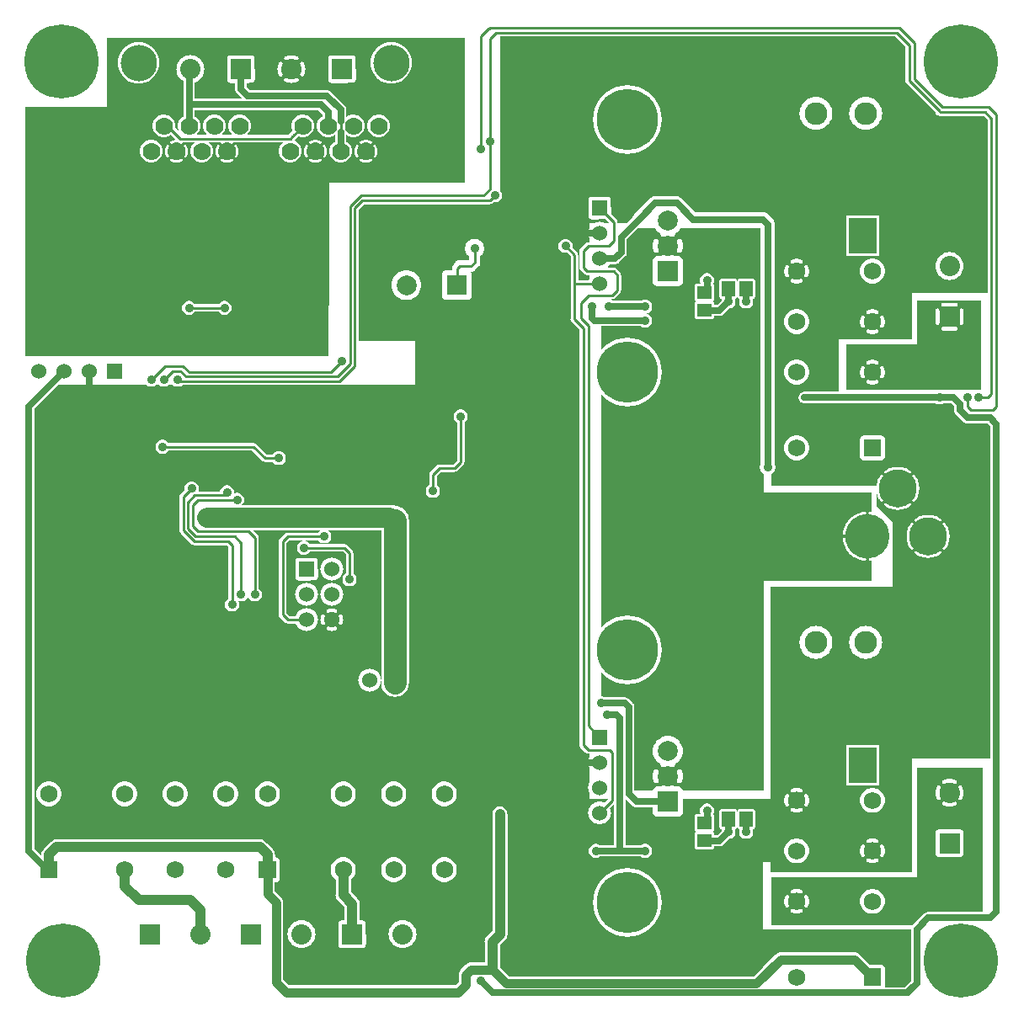
<source format=gbr>
G04 start of page 3 for group 1 idx 1 *
G04 Title: (unknown), solder *
G04 Creator: pcb 20140316 *
G04 CreationDate: Mon 02 Nov 2015 06:26:01 PM GMT UTC *
G04 For: ndholmes *
G04 Format: Gerber/RS-274X *
G04 PCB-Dimensions (mil): 3900.00 3900.00 *
G04 PCB-Coordinate-Origin: lower left *
%MOIN*%
%FSLAX25Y25*%
%LNBOTTOM*%
%ADD80C,0.1100*%
%ADD79C,0.1250*%
%ADD78C,0.1080*%
%ADD77C,0.0380*%
%ADD76C,0.1285*%
%ADD75C,0.1280*%
%ADD74C,0.0480*%
%ADD73C,0.0450*%
%ADD72C,0.0200*%
%ADD71C,0.0360*%
%ADD70R,0.0512X0.0512*%
%ADD69C,0.1500*%
%ADD68C,0.1750*%
%ADD67C,0.2420*%
%ADD66C,0.0680*%
%ADD65C,0.0600*%
%ADD64C,0.2937*%
%ADD63C,0.1440*%
%ADD62C,0.0787*%
%ADD61C,0.0700*%
%ADD60C,0.0900*%
%ADD59C,0.0800*%
%ADD58C,0.0100*%
%ADD57C,0.0350*%
%ADD56C,0.0250*%
%ADD55C,0.0400*%
%ADD54C,0.0001*%
G54D54*G36*
X279575Y81000D02*X303125D01*
X303100Y80731D01*
Y80269D01*
X303143Y79809D01*
X303230Y79355D01*
X303359Y78912D01*
X303529Y78482D01*
X303585Y78378D01*
X303658Y78284D01*
X303745Y78203D01*
X303843Y78136D01*
X303950Y78086D01*
X304064Y78052D01*
X304182Y78038D01*
X304300Y78041D01*
X304417Y78064D01*
X304500Y78093D01*
Y63947D01*
X304024Y63389D01*
X303621Y62731D01*
X303325Y62019D01*
X303145Y61269D01*
X303085Y60500D01*
X303145Y59731D01*
X303325Y58981D01*
X303621Y58269D01*
X304024Y57611D01*
X304500Y57053D01*
Y56000D01*
X279575D01*
Y63393D01*
X281405Y65223D01*
X281439Y65226D01*
X281868Y65329D01*
X282275Y65497D01*
X282651Y65728D01*
X282986Y66014D01*
X283272Y66349D01*
X283503Y66725D01*
X283671Y67132D01*
X283774Y67561D01*
X283800Y68000D01*
X283774Y68439D01*
X283671Y68868D01*
X283593Y69057D01*
X283673Y69057D01*
X283826Y69094D01*
X283971Y69154D01*
X284106Y69236D01*
X284225Y69339D01*
X284328Y69458D01*
X284410Y69593D01*
X284470Y69738D01*
X284500Y69863D01*
X284530Y69738D01*
X284590Y69593D01*
X284672Y69458D01*
X284775Y69339D01*
X284894Y69236D01*
X285029Y69154D01*
X285174Y69094D01*
X285327Y69057D01*
X285405Y69053D01*
X285329Y68868D01*
X285226Y68439D01*
X285191Y68000D01*
X285226Y67561D01*
X285329Y67132D01*
X285497Y66725D01*
X285728Y66349D01*
X286014Y66014D01*
X286349Y65728D01*
X286725Y65497D01*
X287132Y65329D01*
X287561Y65226D01*
X288000Y65191D01*
X288439Y65226D01*
X288868Y65329D01*
X289275Y65497D01*
X289651Y65728D01*
X289986Y66014D01*
X290272Y66349D01*
X290503Y66725D01*
X290671Y67132D01*
X290774Y67561D01*
X290800Y68000D01*
X290774Y68439D01*
X290671Y68868D01*
X290593Y69057D01*
X290759Y69057D01*
X290912Y69094D01*
X291057Y69154D01*
X291192Y69236D01*
X291311Y69339D01*
X291414Y69458D01*
X291496Y69593D01*
X291556Y69738D01*
X291593Y69891D01*
X291602Y70048D01*
X291593Y76109D01*
X291556Y76262D01*
X291496Y76407D01*
X291414Y76542D01*
X291311Y76661D01*
X291192Y76764D01*
X291057Y76846D01*
X290912Y76906D01*
X290759Y76943D01*
X290602Y76952D01*
X285327Y76943D01*
X285174Y76906D01*
X285029Y76846D01*
X284894Y76764D01*
X284775Y76661D01*
X284672Y76542D01*
X284590Y76407D01*
X284530Y76262D01*
X284500Y76137D01*
X284470Y76262D01*
X284410Y76407D01*
X284328Y76542D01*
X284225Y76661D01*
X284106Y76764D01*
X283971Y76846D01*
X283826Y76906D01*
X283673Y76943D01*
X283516Y76952D01*
X279575Y76945D01*
Y81000D01*
G37*
G36*
X204500D02*X229824D01*
X230000Y80986D01*
X230176Y81000D01*
X233379D01*
X231944Y79565D01*
X231395Y79793D01*
X230706Y79958D01*
X230000Y80014D01*
X229294Y79958D01*
X228605Y79793D01*
X227951Y79522D01*
X227347Y79152D01*
X226808Y78692D01*
X226348Y78153D01*
X225978Y77549D01*
X225707Y76895D01*
X225542Y76206D01*
X225486Y75500D01*
X225542Y74794D01*
X225707Y74105D01*
X225978Y73451D01*
X226348Y72847D01*
X226808Y72308D01*
X227347Y71848D01*
X227951Y71478D01*
X228605Y71207D01*
X229294Y71042D01*
X230000Y70986D01*
X230706Y71042D01*
X231395Y71207D01*
X232049Y71478D01*
X232653Y71848D01*
X233192Y72308D01*
X233652Y72847D01*
X234022Y73451D01*
X234293Y74105D01*
X234458Y74794D01*
X234500Y75500D01*
X234458Y76206D01*
X234293Y76895D01*
X234065Y77444D01*
X235750Y79129D01*
Y62750D01*
X230177D01*
X230151Y62772D01*
X229775Y63003D01*
X229368Y63171D01*
X228939Y63274D01*
X228500Y63309D01*
X228061Y63274D01*
X227632Y63171D01*
X227225Y63003D01*
X226849Y62772D01*
X226514Y62486D01*
X226228Y62151D01*
X225997Y61775D01*
X225829Y61368D01*
X225726Y60939D01*
X225691Y60500D01*
X225726Y60061D01*
X225829Y59632D01*
X225997Y59225D01*
X226228Y58849D01*
X226514Y58514D01*
X226849Y58228D01*
X227225Y57997D01*
X227632Y57829D01*
X228061Y57726D01*
X228500Y57691D01*
X228939Y57726D01*
X229368Y57829D01*
X229775Y57997D01*
X230151Y58228D01*
X230177Y58250D01*
X237912D01*
X238000Y58243D01*
X238088Y58250D01*
X246323D01*
X246349Y58228D01*
X246725Y57997D01*
X247132Y57829D01*
X247561Y57726D01*
X248000Y57691D01*
X248439Y57726D01*
X248868Y57829D01*
X249275Y57997D01*
X249651Y58228D01*
X249986Y58514D01*
X250272Y58849D01*
X250503Y59225D01*
X250671Y59632D01*
X250774Y60061D01*
X250800Y60500D01*
X250774Y60939D01*
X250671Y61368D01*
X250503Y61775D01*
X250272Y62151D01*
X249986Y62486D01*
X249651Y62772D01*
X249275Y63003D01*
X248868Y63171D01*
X248439Y63274D01*
X248000Y63309D01*
X247561Y63274D01*
X247132Y63171D01*
X246725Y63003D01*
X246349Y62772D01*
X246323Y62750D01*
X240250D01*
Y81000D01*
X240318D01*
X242847Y78471D01*
X242904Y78404D01*
X243173Y78174D01*
X243173Y78174D01*
X243361Y78059D01*
X243475Y77989D01*
X243803Y77854D01*
X244147Y77771D01*
X244147D01*
X244500Y77743D01*
X244588Y77750D01*
X251077D01*
X251082Y75749D01*
X251155Y75443D01*
X251275Y75152D01*
X251440Y74884D01*
X251644Y74644D01*
X251884Y74440D01*
X252152Y74275D01*
X252443Y74155D01*
X252749Y74082D01*
X253063Y74063D01*
X261251Y74082D01*
X261557Y74155D01*
X261848Y74275D01*
X262116Y74440D01*
X262356Y74644D01*
X262560Y74884D01*
X262725Y75152D01*
X262845Y75443D01*
X262918Y75749D01*
X262937Y76063D01*
X262926Y81000D01*
X279575D01*
Y76945D01*
X278241Y76943D01*
X278088Y76906D01*
X277943Y76846D01*
X277808Y76764D01*
X277689Y76661D01*
X277586Y76542D01*
X277504Y76407D01*
X277444Y76262D01*
X277407Y76109D01*
X277398Y75952D01*
X277407Y69891D01*
X277444Y69738D01*
X277504Y69593D01*
X277586Y69458D01*
X277689Y69339D01*
X277808Y69236D01*
X277943Y69154D01*
X278088Y69094D01*
X278241Y69057D01*
X278398Y69048D01*
X278403Y69048D01*
X278329Y68868D01*
X278226Y68439D01*
X278223Y68405D01*
X276525Y66707D01*
X275444D01*
X275443Y67173D01*
X275406Y67326D01*
X275346Y67471D01*
X275264Y67606D01*
X275161Y67725D01*
X275042Y67828D01*
X274907Y67910D01*
X274762Y67970D01*
X274637Y68000D01*
X274762Y68030D01*
X274907Y68090D01*
X275042Y68172D01*
X275161Y68275D01*
X275264Y68394D01*
X275346Y68529D01*
X275406Y68674D01*
X275443Y68827D01*
X275452Y68984D01*
X275443Y74259D01*
X275406Y74412D01*
X275346Y74557D01*
X275264Y74692D01*
X275161Y74811D01*
X275042Y74914D01*
X274907Y74996D01*
X274871Y75011D01*
X275003Y75225D01*
X275171Y75632D01*
X275274Y76061D01*
X275300Y76500D01*
X275274Y76939D01*
X275171Y77368D01*
X275003Y77775D01*
X274772Y78151D01*
X274486Y78486D01*
X274151Y78772D01*
X273775Y79003D01*
X273368Y79171D01*
X272939Y79274D01*
X272500Y79309D01*
X272061Y79274D01*
X271632Y79171D01*
X271225Y79003D01*
X270849Y78772D01*
X270514Y78486D01*
X270228Y78151D01*
X269997Y77775D01*
X269829Y77368D01*
X269726Y76939D01*
X269691Y76500D01*
X269726Y76061D01*
X269829Y75632D01*
X269997Y75225D01*
X270077Y75095D01*
X268391Y75093D01*
X268238Y75056D01*
X268093Y74996D01*
X267958Y74914D01*
X267839Y74811D01*
X267736Y74692D01*
X267654Y74557D01*
X267594Y74412D01*
X267557Y74259D01*
X267548Y74102D01*
X267557Y68827D01*
X267594Y68674D01*
X267654Y68529D01*
X267736Y68394D01*
X267839Y68275D01*
X267958Y68172D01*
X268093Y68090D01*
X268238Y68030D01*
X268363Y68000D01*
X268238Y67970D01*
X268093Y67910D01*
X267958Y67828D01*
X267839Y67725D01*
X267736Y67606D01*
X267654Y67471D01*
X267594Y67326D01*
X267557Y67173D01*
X267548Y67016D01*
X267557Y61741D01*
X267594Y61588D01*
X267654Y61443D01*
X267736Y61308D01*
X267839Y61189D01*
X267958Y61086D01*
X268093Y61004D01*
X268238Y60944D01*
X268391Y60907D01*
X268548Y60898D01*
X274609Y60907D01*
X274762Y60944D01*
X274907Y61004D01*
X275042Y61086D01*
X275161Y61189D01*
X275264Y61308D01*
X275346Y61443D01*
X275406Y61588D01*
X275443Y61741D01*
X275452Y61898D01*
X275451Y62207D01*
X277369D01*
X277457Y62200D01*
X277810Y62228D01*
X277810Y62228D01*
X278154Y62311D01*
X278482Y62446D01*
X278784Y62631D01*
X279053Y62861D01*
X279110Y62928D01*
X279575Y63393D01*
Y56000D01*
X204500D01*
Y81000D01*
G37*
G36*
X193500Y67500D02*X235750D01*
Y62750D01*
X230177D01*
X230151Y62772D01*
X229775Y63003D01*
X229368Y63171D01*
X228939Y63274D01*
X228500Y63309D01*
X228061Y63274D01*
X227632Y63171D01*
X227225Y63003D01*
X226849Y62772D01*
X226514Y62486D01*
X226228Y62151D01*
X225997Y61775D01*
X225829Y61368D01*
X225726Y60939D01*
X225691Y60500D01*
X225726Y60061D01*
X225829Y59632D01*
X225997Y59225D01*
X226228Y58849D01*
X226514Y58514D01*
X226849Y58228D01*
X227225Y57997D01*
X227632Y57829D01*
X228061Y57726D01*
X228500Y57691D01*
X228939Y57726D01*
X229368Y57829D01*
X229775Y57997D01*
X230151Y58228D01*
X230177Y58250D01*
X237912D01*
X238000Y58243D01*
X238088Y58250D01*
X246323D01*
X246349Y58228D01*
X246725Y57997D01*
X247132Y57829D01*
X247561Y57726D01*
X248000Y57691D01*
X248439Y57726D01*
X248868Y57829D01*
X249275Y57997D01*
X249651Y58228D01*
X249986Y58514D01*
X250272Y58849D01*
X250503Y59225D01*
X250671Y59632D01*
X250774Y60061D01*
X250800Y60500D01*
X250774Y60939D01*
X250671Y61368D01*
X250503Y61775D01*
X250272Y62151D01*
X249986Y62486D01*
X249651Y62772D01*
X249275Y63003D01*
X248868Y63171D01*
X248439Y63274D01*
X248000Y63309D01*
X247561Y63274D01*
X247132Y63171D01*
X246725Y63003D01*
X246349Y62772D01*
X246323Y62750D01*
X240250D01*
Y67500D01*
X267672D01*
X267654Y67471D01*
X267594Y67326D01*
X267557Y67173D01*
X267548Y67016D01*
X267557Y61741D01*
X267594Y61588D01*
X267654Y61443D01*
X267736Y61308D01*
X267839Y61189D01*
X267958Y61086D01*
X268093Y61004D01*
X268238Y60944D01*
X268391Y60907D01*
X268548Y60898D01*
X274609Y60907D01*
X274762Y60944D01*
X274907Y61004D01*
X275042Y61086D01*
X275161Y61189D01*
X275264Y61308D01*
X275346Y61443D01*
X275406Y61588D01*
X275443Y61741D01*
X275452Y61898D01*
X275451Y62207D01*
X277369D01*
X277457Y62200D01*
X277810Y62228D01*
X277810Y62228D01*
X278154Y62311D01*
X278482Y62446D01*
X278784Y62631D01*
X279053Y62861D01*
X279110Y62928D01*
X281405Y65223D01*
X281439Y65226D01*
X281868Y65329D01*
X282275Y65497D01*
X282651Y65728D01*
X282986Y66014D01*
X283272Y66349D01*
X283503Y66725D01*
X283671Y67132D01*
X283760Y67500D01*
X285240D01*
X285329Y67132D01*
X285497Y66725D01*
X285728Y66349D01*
X286014Y66014D01*
X286349Y65728D01*
X286725Y65497D01*
X287132Y65329D01*
X287561Y65226D01*
X288000Y65191D01*
X288439Y65226D01*
X288868Y65329D01*
X289275Y65497D01*
X289651Y65728D01*
X289986Y66014D01*
X290272Y66349D01*
X290503Y66725D01*
X290671Y67132D01*
X290760Y67500D01*
X294500D01*
Y50000D01*
X250232D01*
X249019Y51037D01*
X247193Y52155D01*
X245216Y52974D01*
X243134Y53474D01*
X241000Y53642D01*
X238866Y53474D01*
X236784Y52974D01*
X234807Y52155D01*
X232981Y51037D01*
X231768Y50000D01*
X193500D01*
Y67500D01*
G37*
G36*
X294500Y55500D02*Y14389D01*
X290861Y10750D01*
X240979D01*
Y26360D01*
X241000Y26358D01*
X243134Y26526D01*
X245216Y27026D01*
X247193Y27845D01*
X249019Y28963D01*
X250646Y30354D01*
X252037Y31981D01*
X253155Y33807D01*
X253974Y35784D01*
X254474Y37866D01*
X254600Y40000D01*
X254474Y42134D01*
X253974Y44216D01*
X253155Y46193D01*
X252037Y48019D01*
X250646Y49646D01*
X249019Y51037D01*
X247193Y52155D01*
X245216Y52974D01*
X243134Y53474D01*
X241000Y53642D01*
X240979Y53640D01*
Y55500D01*
X294500D01*
G37*
G36*
X240979Y10750D02*X194139D01*
X191000Y13889D01*
Y23757D01*
X192538Y25296D01*
X192628Y25372D01*
X192934Y25731D01*
X192935Y25731D01*
X193181Y26134D01*
X193362Y26570D01*
X193472Y27029D01*
X193509Y27500D01*
X193500Y27618D01*
Y55500D01*
X240979D01*
Y53640D01*
X238866Y53474D01*
X236784Y52974D01*
X234807Y52155D01*
X232981Y51037D01*
X231354Y49646D01*
X229963Y48019D01*
X228845Y46193D01*
X228026Y44216D01*
X227526Y42134D01*
X227358Y40000D01*
X227526Y37866D01*
X228026Y35784D01*
X228845Y33807D01*
X229963Y31981D01*
X231354Y30354D01*
X232981Y28963D01*
X234807Y27845D01*
X236784Y27026D01*
X238866Y26526D01*
X240979Y26360D01*
Y10750D01*
G37*
G36*
X261761Y233500D02*X293650D01*
Y213720D01*
X293543Y213461D01*
X293429Y212986D01*
X293390Y212500D01*
X293429Y212014D01*
X293543Y211539D01*
X293729Y211088D01*
X293984Y210672D01*
X294301Y210301D01*
X294672Y209984D01*
X295000Y209783D01*
Y84500D01*
X262859D01*
X262845Y84557D01*
X262725Y84848D01*
X262560Y85116D01*
X262356Y85356D01*
X262116Y85560D01*
X261848Y85725D01*
X261761Y85760D01*
Y87183D01*
X261831Y87195D01*
X261980Y87246D01*
X262119Y87319D01*
X262245Y87413D01*
X262355Y87525D01*
X262446Y87654D01*
X262513Y87796D01*
X262704Y88328D01*
X262837Y88877D01*
X262917Y89436D01*
X262944Y90000D01*
X262917Y90564D01*
X262837Y91123D01*
X262704Y91672D01*
X262519Y92206D01*
X262450Y92348D01*
X262358Y92477D01*
X262248Y92591D01*
X262121Y92685D01*
X261981Y92759D01*
X261832Y92809D01*
X261761Y92821D01*
Y96433D01*
X261818Y96500D01*
X262306Y97296D01*
X262664Y98160D01*
X262882Y99068D01*
X262937Y100000D01*
X262882Y100932D01*
X262664Y101840D01*
X262306Y102704D01*
X261818Y103500D01*
X261761Y103567D01*
Y233500D01*
G37*
G36*
Y85760D02*X261557Y85845D01*
X261251Y85918D01*
X260937Y85937D01*
X259696Y85934D01*
X259607Y86061D01*
X259496Y86174D01*
X259370Y86268D01*
X259230Y86342D01*
X259080Y86392D01*
X258924Y86419D01*
X258766Y86421D01*
X258610Y86398D01*
X258460Y86348D01*
X258108Y86222D01*
X257744Y86134D01*
X257374Y86081D01*
X257000Y86063D01*
X256991Y86063D01*
Y93937D01*
X257000Y93937D01*
X257374Y93919D01*
X257744Y93866D01*
X258108Y93778D01*
X258461Y93656D01*
X258611Y93606D01*
X258766Y93583D01*
X258924Y93585D01*
X259079Y93612D01*
X259228Y93662D01*
X259367Y93736D01*
X259493Y93830D01*
X259603Y93942D01*
X259694Y94071D01*
X259764Y94212D01*
X259811Y94362D01*
X259833Y94518D01*
X259832Y94675D01*
X259817Y94763D01*
X260500Y95182D01*
X261211Y95789D01*
X261761Y96433D01*
Y92821D01*
X261676Y92836D01*
X261518Y92838D01*
X261361Y92815D01*
X261210Y92768D01*
X261069Y92698D01*
X260939Y92607D01*
X260826Y92496D01*
X260732Y92370D01*
X260658Y92230D01*
X260608Y92080D01*
X260581Y91924D01*
X260579Y91766D01*
X260602Y91610D01*
X260652Y91460D01*
X260778Y91108D01*
X260866Y90744D01*
X260919Y90374D01*
X260937Y90000D01*
X260919Y89626D01*
X260866Y89256D01*
X260778Y88892D01*
X260656Y88539D01*
X260606Y88389D01*
X260583Y88234D01*
X260585Y88076D01*
X260612Y87921D01*
X260662Y87772D01*
X260736Y87633D01*
X260830Y87507D01*
X260942Y87397D01*
X261071Y87306D01*
X261212Y87236D01*
X261362Y87189D01*
X261518Y87167D01*
X261675Y87168D01*
X261761Y87183D01*
Y85760D01*
G37*
G36*
X256991Y233500D02*X261761D01*
Y103567D01*
X261211Y104211D01*
X260500Y104818D01*
X259704Y105306D01*
X258840Y105664D01*
X257932Y105882D01*
X257000Y105955D01*
X256991Y105955D01*
Y233500D01*
G37*
G36*
X252239Y96433D02*X252789Y95789D01*
X253500Y95182D01*
X254179Y94765D01*
X254164Y94676D01*
X254162Y94518D01*
X254185Y94361D01*
X254232Y94210D01*
X254302Y94069D01*
X254393Y93939D01*
X254504Y93826D01*
X254630Y93732D01*
X254770Y93658D01*
X254920Y93608D01*
X255076Y93581D01*
X255234Y93579D01*
X255390Y93602D01*
X255540Y93652D01*
X255892Y93778D01*
X256256Y93866D01*
X256626Y93919D01*
X256991Y93937D01*
Y86063D01*
X256626Y86081D01*
X256256Y86134D01*
X255892Y86222D01*
X255539Y86344D01*
X255389Y86394D01*
X255234Y86417D01*
X255076Y86415D01*
X254921Y86388D01*
X254772Y86338D01*
X254633Y86264D01*
X254507Y86170D01*
X254397Y86058D01*
X254306Y85929D01*
X254302Y85922D01*
X252749Y85918D01*
X252443Y85845D01*
X252239Y85760D01*
Y87179D01*
X252324Y87164D01*
X252482Y87162D01*
X252639Y87185D01*
X252790Y87232D01*
X252931Y87302D01*
X253061Y87393D01*
X253174Y87504D01*
X253268Y87630D01*
X253342Y87770D01*
X253392Y87920D01*
X253419Y88076D01*
X253421Y88234D01*
X253398Y88390D01*
X253348Y88540D01*
X253222Y88892D01*
X253134Y89256D01*
X253081Y89626D01*
X253063Y90000D01*
X253081Y90374D01*
X253134Y90744D01*
X253222Y91108D01*
X253344Y91461D01*
X253394Y91611D01*
X253417Y91766D01*
X253415Y91924D01*
X253388Y92079D01*
X253338Y92228D01*
X253264Y92367D01*
X253170Y92493D01*
X253058Y92603D01*
X252929Y92694D01*
X252788Y92764D01*
X252638Y92811D01*
X252482Y92833D01*
X252325Y92832D01*
X252239Y92817D01*
Y96433D01*
G37*
G36*
Y233500D02*X256991D01*
Y105955D01*
X256068Y105882D01*
X255160Y105664D01*
X254296Y105306D01*
X253500Y104818D01*
X252789Y104211D01*
X252239Y103567D01*
Y132311D01*
X253155Y133807D01*
X253974Y135784D01*
X254474Y137866D01*
X254600Y140000D01*
X254474Y142134D01*
X253974Y144216D01*
X253155Y146193D01*
X252239Y147689D01*
Y233500D01*
G37*
G36*
Y103567D02*X252182Y103500D01*
X251694Y102704D01*
X251336Y101840D01*
X251118Y100932D01*
X251045Y100000D01*
X251118Y99068D01*
X251336Y98160D01*
X251694Y97296D01*
X252182Y96500D01*
X252239Y96433D01*
Y92817D01*
X252169Y92805D01*
X252020Y92754D01*
X251881Y92681D01*
X251755Y92587D01*
X251645Y92475D01*
X251554Y92346D01*
X251487Y92204D01*
X251296Y91672D01*
X251163Y91123D01*
X251083Y90564D01*
X251056Y90000D01*
X251083Y89436D01*
X251163Y88877D01*
X251296Y88328D01*
X251481Y87794D01*
X251550Y87652D01*
X251642Y87523D01*
X251752Y87409D01*
X251879Y87315D01*
X252019Y87241D01*
X252168Y87191D01*
X252239Y87179D01*
Y85760D01*
X252152Y85725D01*
X251884Y85560D01*
X251644Y85356D01*
X251440Y85116D01*
X251275Y84848D01*
X251155Y84557D01*
X251141Y84500D01*
X243750D01*
Y117412D01*
X243757Y117500D01*
X243729Y117853D01*
X243729Y117853D01*
X243646Y118197D01*
X243511Y118525D01*
X243326Y118827D01*
X243096Y119096D01*
X243029Y119153D01*
X241653Y120529D01*
X241596Y120596D01*
X241327Y120826D01*
X241025Y121011D01*
X240697Y121146D01*
X240353Y121229D01*
X240353Y121229D01*
X240000Y121257D01*
X239912Y121250D01*
X232177D01*
X232151Y121272D01*
X231775Y121503D01*
X231368Y121671D01*
X230939Y121774D01*
X230500Y121809D01*
Y131353D01*
X231354Y130354D01*
X232981Y128963D01*
X234807Y127845D01*
X236784Y127026D01*
X238866Y126526D01*
X241000Y126358D01*
X243134Y126526D01*
X245216Y127026D01*
X247193Y127845D01*
X249019Y128963D01*
X250646Y130354D01*
X252037Y131981D01*
X252239Y132311D01*
Y103567D01*
G37*
G36*
X230500Y233500D02*X252239D01*
Y147689D01*
X252037Y148019D01*
X250646Y149646D01*
X249019Y151037D01*
X247193Y152155D01*
X245216Y152974D01*
X243134Y153474D01*
X241000Y153642D01*
X238866Y153474D01*
X236784Y152974D01*
X234807Y152155D01*
X232981Y151037D01*
X231354Y149646D01*
X230500Y148647D01*
Y233500D01*
G37*
G36*
X279575Y307000D02*X293650D01*
Y220500D01*
X279575D01*
Y273393D01*
X281405Y275223D01*
X281439Y275226D01*
X281868Y275329D01*
X282275Y275497D01*
X282651Y275728D01*
X282986Y276014D01*
X283272Y276349D01*
X283503Y276725D01*
X283671Y277132D01*
X283774Y277561D01*
X283800Y278000D01*
X283774Y278439D01*
X283671Y278868D01*
X283593Y279057D01*
X283673Y279057D01*
X283826Y279094D01*
X283971Y279154D01*
X284106Y279236D01*
X284225Y279339D01*
X284328Y279458D01*
X284410Y279593D01*
X284470Y279738D01*
X284500Y279863D01*
X284530Y279738D01*
X284590Y279593D01*
X284672Y279458D01*
X284775Y279339D01*
X284894Y279236D01*
X285029Y279154D01*
X285174Y279094D01*
X285327Y279057D01*
X285405Y279053D01*
X285329Y278868D01*
X285226Y278439D01*
X285191Y278000D01*
X285226Y277561D01*
X285329Y277132D01*
X285497Y276725D01*
X285728Y276349D01*
X286014Y276014D01*
X286349Y275728D01*
X286725Y275497D01*
X287132Y275329D01*
X287561Y275226D01*
X288000Y275191D01*
X288439Y275226D01*
X288868Y275329D01*
X289275Y275497D01*
X289651Y275728D01*
X289986Y276014D01*
X290272Y276349D01*
X290503Y276725D01*
X290671Y277132D01*
X290774Y277561D01*
X290800Y278000D01*
X290774Y278439D01*
X290671Y278868D01*
X290593Y279057D01*
X290759Y279057D01*
X290912Y279094D01*
X291057Y279154D01*
X291192Y279236D01*
X291311Y279339D01*
X291414Y279458D01*
X291496Y279593D01*
X291556Y279738D01*
X291593Y279891D01*
X291602Y280048D01*
X291593Y286109D01*
X291556Y286262D01*
X291496Y286407D01*
X291414Y286542D01*
X291311Y286661D01*
X291192Y286764D01*
X291057Y286846D01*
X290912Y286906D01*
X290759Y286943D01*
X290602Y286952D01*
X285327Y286943D01*
X285174Y286906D01*
X285029Y286846D01*
X284894Y286764D01*
X284775Y286661D01*
X284672Y286542D01*
X284590Y286407D01*
X284530Y286262D01*
X284500Y286137D01*
X284470Y286262D01*
X284410Y286407D01*
X284328Y286542D01*
X284225Y286661D01*
X284106Y286764D01*
X283971Y286846D01*
X283826Y286906D01*
X283673Y286943D01*
X283516Y286952D01*
X279575Y286945D01*
Y307000D01*
G37*
G36*
X261761Y306433D02*X261818Y306500D01*
X262125Y307000D01*
X279575D01*
Y286945D01*
X278241Y286943D01*
X278088Y286906D01*
X277943Y286846D01*
X277808Y286764D01*
X277689Y286661D01*
X277586Y286542D01*
X277504Y286407D01*
X277444Y286262D01*
X277407Y286109D01*
X277398Y285952D01*
X277407Y279891D01*
X277444Y279738D01*
X277504Y279593D01*
X277586Y279458D01*
X277689Y279339D01*
X277808Y279236D01*
X277943Y279154D01*
X278088Y279094D01*
X278241Y279057D01*
X278398Y279048D01*
X278403Y279048D01*
X278329Y278868D01*
X278226Y278439D01*
X278223Y278405D01*
X276525Y276707D01*
X275444D01*
X275443Y277173D01*
X275406Y277326D01*
X275346Y277471D01*
X275264Y277606D01*
X275161Y277725D01*
X275042Y277828D01*
X274907Y277910D01*
X274762Y277970D01*
X274637Y278000D01*
X274762Y278030D01*
X274907Y278090D01*
X275042Y278172D01*
X275161Y278275D01*
X275264Y278394D01*
X275346Y278529D01*
X275406Y278674D01*
X275443Y278827D01*
X275452Y278984D01*
X275443Y284259D01*
X275406Y284412D01*
X275346Y284557D01*
X275264Y284692D01*
X275161Y284811D01*
X275042Y284914D01*
X274907Y284996D01*
X274871Y285011D01*
X275003Y285225D01*
X275171Y285632D01*
X275274Y286061D01*
X275300Y286500D01*
X275274Y286939D01*
X275171Y287368D01*
X275003Y287775D01*
X274772Y288151D01*
X274486Y288486D01*
X274151Y288772D01*
X273775Y289003D01*
X273368Y289171D01*
X272939Y289274D01*
X272500Y289309D01*
X272061Y289274D01*
X271632Y289171D01*
X271225Y289003D01*
X270849Y288772D01*
X270514Y288486D01*
X270228Y288151D01*
X269997Y287775D01*
X269829Y287368D01*
X269726Y286939D01*
X269691Y286500D01*
X269726Y286061D01*
X269829Y285632D01*
X269997Y285225D01*
X270077Y285095D01*
X268391Y285093D01*
X268238Y285056D01*
X268093Y284996D01*
X267958Y284914D01*
X267839Y284811D01*
X267736Y284692D01*
X267654Y284557D01*
X267594Y284412D01*
X267557Y284259D01*
X267548Y284102D01*
X267557Y278827D01*
X267594Y278674D01*
X267654Y278529D01*
X267736Y278394D01*
X267839Y278275D01*
X267958Y278172D01*
X268093Y278090D01*
X268238Y278030D01*
X268363Y278000D01*
X268238Y277970D01*
X268093Y277910D01*
X267958Y277828D01*
X267839Y277725D01*
X267736Y277606D01*
X267654Y277471D01*
X267594Y277326D01*
X267557Y277173D01*
X267548Y277016D01*
X267557Y271741D01*
X267594Y271588D01*
X267654Y271443D01*
X267736Y271308D01*
X267839Y271189D01*
X267958Y271086D01*
X268093Y271004D01*
X268238Y270944D01*
X268391Y270907D01*
X268548Y270898D01*
X274609Y270907D01*
X274762Y270944D01*
X274907Y271004D01*
X275042Y271086D01*
X275161Y271189D01*
X275264Y271308D01*
X275346Y271443D01*
X275406Y271588D01*
X275443Y271741D01*
X275452Y271898D01*
X275451Y272207D01*
X277369D01*
X277457Y272200D01*
X277810Y272228D01*
X277810Y272228D01*
X278154Y272311D01*
X278482Y272446D01*
X278784Y272631D01*
X279053Y272861D01*
X279110Y272928D01*
X279575Y273393D01*
Y220500D01*
X261761D01*
Y284240D01*
X261848Y284275D01*
X262116Y284440D01*
X262356Y284644D01*
X262560Y284884D01*
X262725Y285152D01*
X262845Y285443D01*
X262918Y285749D01*
X262937Y286063D01*
X262918Y294251D01*
X262845Y294557D01*
X262725Y294848D01*
X262560Y295116D01*
X262356Y295356D01*
X262116Y295560D01*
X261848Y295725D01*
X261761Y295760D01*
Y297183D01*
X261831Y297195D01*
X261980Y297246D01*
X262119Y297319D01*
X262245Y297413D01*
X262355Y297525D01*
X262446Y297654D01*
X262513Y297796D01*
X262704Y298328D01*
X262837Y298877D01*
X262917Y299436D01*
X262944Y300000D01*
X262917Y300564D01*
X262837Y301123D01*
X262704Y301672D01*
X262519Y302206D01*
X262450Y302348D01*
X262358Y302477D01*
X262248Y302591D01*
X262121Y302685D01*
X261981Y302759D01*
X261832Y302809D01*
X261761Y302821D01*
Y306433D01*
G37*
G36*
X252239Y284240D02*X252443Y284155D01*
X252749Y284082D01*
X253063Y284063D01*
X261251Y284082D01*
X261557Y284155D01*
X261761Y284240D01*
Y220500D01*
X252239D01*
Y242311D01*
X253155Y243807D01*
X253974Y245784D01*
X254474Y247866D01*
X254600Y250000D01*
X254474Y252134D01*
X253974Y254216D01*
X253155Y256193D01*
X252239Y257689D01*
Y284240D01*
G37*
G36*
Y306433D02*X252789Y305789D01*
X253500Y305182D01*
X254179Y304765D01*
X254164Y304676D01*
X254162Y304518D01*
X254185Y304361D01*
X254232Y304210D01*
X254302Y304069D01*
X254393Y303939D01*
X254504Y303826D01*
X254630Y303732D01*
X254770Y303658D01*
X254920Y303608D01*
X255076Y303581D01*
X255234Y303579D01*
X255390Y303602D01*
X255540Y303652D01*
X255892Y303778D01*
X256256Y303866D01*
X256626Y303919D01*
X257000Y303937D01*
X257374Y303919D01*
X257744Y303866D01*
X258108Y303778D01*
X258461Y303656D01*
X258611Y303606D01*
X258766Y303583D01*
X258924Y303585D01*
X259079Y303612D01*
X259228Y303662D01*
X259367Y303736D01*
X259493Y303830D01*
X259603Y303942D01*
X259694Y304071D01*
X259764Y304212D01*
X259811Y304362D01*
X259833Y304518D01*
X259832Y304675D01*
X259817Y304763D01*
X260500Y305182D01*
X261211Y305789D01*
X261761Y306433D01*
Y302821D01*
X261676Y302836D01*
X261518Y302838D01*
X261361Y302815D01*
X261210Y302768D01*
X261069Y302698D01*
X260939Y302607D01*
X260826Y302496D01*
X260732Y302370D01*
X260658Y302230D01*
X260608Y302080D01*
X260581Y301924D01*
X260579Y301766D01*
X260602Y301610D01*
X260652Y301460D01*
X260778Y301108D01*
X260866Y300744D01*
X260919Y300374D01*
X260937Y300000D01*
X260919Y299626D01*
X260866Y299256D01*
X260778Y298892D01*
X260656Y298539D01*
X260606Y298389D01*
X260583Y298234D01*
X260585Y298076D01*
X260612Y297921D01*
X260662Y297772D01*
X260736Y297633D01*
X260830Y297507D01*
X260942Y297397D01*
X261071Y297306D01*
X261212Y297236D01*
X261362Y297189D01*
X261518Y297167D01*
X261675Y297168D01*
X261761Y297183D01*
Y295760D01*
X261557Y295845D01*
X261251Y295918D01*
X260937Y295937D01*
X259696Y295934D01*
X259607Y296061D01*
X259496Y296174D01*
X259370Y296268D01*
X259230Y296342D01*
X259080Y296392D01*
X258924Y296419D01*
X258766Y296421D01*
X258610Y296398D01*
X258460Y296348D01*
X258108Y296222D01*
X257744Y296134D01*
X257374Y296081D01*
X257000Y296063D01*
X256626Y296081D01*
X256256Y296134D01*
X255892Y296222D01*
X255539Y296344D01*
X255389Y296394D01*
X255234Y296417D01*
X255076Y296415D01*
X254921Y296388D01*
X254772Y296338D01*
X254633Y296264D01*
X254507Y296170D01*
X254397Y296058D01*
X254306Y295929D01*
X254302Y295922D01*
X252749Y295918D01*
X252443Y295845D01*
X252239Y295760D01*
Y297179D01*
X252324Y297164D01*
X252482Y297162D01*
X252639Y297185D01*
X252790Y297232D01*
X252931Y297302D01*
X253061Y297393D01*
X253174Y297504D01*
X253268Y297630D01*
X253342Y297770D01*
X253392Y297920D01*
X253419Y298076D01*
X253421Y298234D01*
X253398Y298390D01*
X253348Y298540D01*
X253222Y298892D01*
X253134Y299256D01*
X253081Y299626D01*
X253063Y300000D01*
X253081Y300374D01*
X253134Y300744D01*
X253222Y301108D01*
X253344Y301461D01*
X253394Y301611D01*
X253417Y301766D01*
X253415Y301924D01*
X253388Y302079D01*
X253338Y302228D01*
X253264Y302367D01*
X253170Y302493D01*
X253058Y302603D01*
X252929Y302694D01*
X252788Y302764D01*
X252638Y302811D01*
X252482Y302833D01*
X252325Y302832D01*
X252239Y302817D01*
Y306433D01*
G37*
G36*
Y220500D02*X230500D01*
Y241353D01*
X231354Y240354D01*
X232981Y238963D01*
X234807Y237845D01*
X236784Y237026D01*
X238866Y236526D01*
X241000Y236358D01*
X243134Y236526D01*
X245216Y237026D01*
X247193Y237845D01*
X249019Y238963D01*
X250646Y240354D01*
X252037Y241981D01*
X252239Y242311D01*
Y220500D01*
G37*
G36*
X246323Y278250D02*X235485D01*
X235269Y278435D01*
X234866Y278681D01*
X234430Y278862D01*
X233971Y278972D01*
X233618Y279000D01*
X234941D01*
X235000Y278995D01*
X235235Y279014D01*
X235235Y279014D01*
X235465Y279069D01*
X235683Y279159D01*
X235884Y279283D01*
X236064Y279436D01*
X236102Y279481D01*
X238019Y281398D01*
X238064Y281436D01*
X238217Y281615D01*
X238217Y281616D01*
X238341Y281817D01*
X238431Y282035D01*
X238486Y282265D01*
X238505Y282500D01*
X238500Y282559D01*
Y288441D01*
X238505Y288500D01*
X238486Y288735D01*
X238486Y288735D01*
X238431Y288965D01*
X238341Y289183D01*
X238217Y289384D01*
X238064Y289564D01*
X238019Y289602D01*
X236602Y291019D01*
X236564Y291064D01*
X236384Y291217D01*
X236183Y291341D01*
X235965Y291431D01*
X235735Y291486D01*
X235735Y291486D01*
X235500Y291505D01*
X235441Y291500D01*
X232831D01*
X233192Y291808D01*
X233652Y292347D01*
X233899Y292750D01*
X235912D01*
X236000Y292743D01*
X236353Y292771D01*
X236353Y292771D01*
X236697Y292854D01*
X237025Y292989D01*
X237327Y293174D01*
X237596Y293404D01*
X237653Y293471D01*
X240029Y295847D01*
X240096Y295904D01*
X240326Y296173D01*
X240326Y296173D01*
X240511Y296475D01*
X240646Y296803D01*
X240729Y297147D01*
X240757Y297500D01*
X240750Y297588D01*
Y302568D01*
X245182Y307000D01*
X251875D01*
X252182Y306500D01*
X252239Y306433D01*
Y302817D01*
X252169Y302805D01*
X252020Y302754D01*
X251881Y302681D01*
X251755Y302587D01*
X251645Y302475D01*
X251554Y302346D01*
X251487Y302204D01*
X251296Y301672D01*
X251163Y301123D01*
X251083Y300564D01*
X251056Y300000D01*
X251083Y299436D01*
X251163Y298877D01*
X251296Y298328D01*
X251481Y297794D01*
X251550Y297652D01*
X251642Y297523D01*
X251752Y297409D01*
X251879Y297315D01*
X252019Y297241D01*
X252168Y297191D01*
X252239Y297179D01*
Y295760D01*
X252152Y295725D01*
X251884Y295560D01*
X251644Y295356D01*
X251440Y295116D01*
X251275Y294848D01*
X251155Y294557D01*
X251082Y294251D01*
X251063Y293937D01*
X251082Y285749D01*
X251155Y285443D01*
X251275Y285152D01*
X251440Y284884D01*
X251644Y284644D01*
X251884Y284440D01*
X252152Y284275D01*
X252239Y284240D01*
Y257689D01*
X252037Y258019D01*
X250646Y259646D01*
X249019Y261037D01*
X247193Y262155D01*
X245216Y262974D01*
X243134Y263474D01*
X241000Y263642D01*
X238866Y263474D01*
X236784Y262974D01*
X234807Y262155D01*
X232981Y261037D01*
X231354Y259646D01*
X230500Y258647D01*
Y268250D01*
X234000D01*
X234000Y268250D01*
X246323D01*
X246349Y268228D01*
X246725Y267997D01*
X247132Y267829D01*
X247561Y267726D01*
X248000Y267691D01*
X248439Y267726D01*
X248868Y267829D01*
X249275Y267997D01*
X249651Y268228D01*
X249986Y268514D01*
X250272Y268849D01*
X250503Y269225D01*
X250671Y269632D01*
X250774Y270061D01*
X250800Y270500D01*
X250774Y270939D01*
X250671Y271368D01*
X250503Y271775D01*
X250272Y272151D01*
X249986Y272486D01*
X249651Y272772D01*
X249275Y273003D01*
X248868Y273171D01*
X248540Y273250D01*
X248868Y273329D01*
X249275Y273497D01*
X249651Y273728D01*
X249986Y274014D01*
X250272Y274349D01*
X250503Y274725D01*
X250671Y275132D01*
X250774Y275561D01*
X250800Y276000D01*
X250774Y276439D01*
X250671Y276868D01*
X250503Y277275D01*
X250272Y277651D01*
X249986Y277986D01*
X249651Y278272D01*
X249275Y278503D01*
X248868Y278671D01*
X248439Y278774D01*
X248000Y278809D01*
X247561Y278774D01*
X247132Y278671D01*
X246725Y278503D01*
X246349Y278272D01*
X246323Y278250D01*
G37*
G36*
X219500Y327000D02*X301000D01*
Y309000D01*
X299414D01*
X299314Y309414D01*
X299137Y309843D01*
X298894Y310239D01*
X298586Y310586D01*
X296668Y312504D01*
X296592Y312592D01*
X296239Y312894D01*
X295843Y313137D01*
X295414Y313314D01*
X295050Y313402D01*
X294963Y313423D01*
X294500Y313459D01*
X294384Y313450D01*
X267798D01*
X262374Y318874D01*
X262062Y319151D01*
X261707Y319368D01*
X261321Y319528D01*
X260916Y319625D01*
X260500Y319658D01*
X260084Y319625D01*
X259770Y319550D01*
X252730D01*
X252416Y319625D01*
X252000Y319658D01*
X251584Y319625D01*
X251179Y319528D01*
X250793Y319368D01*
X250438Y319151D01*
X250126Y318874D01*
X243626Y312374D01*
X243349Y312062D01*
X243132Y311707D01*
X242972Y311321D01*
X242919Y311101D01*
X240818Y309000D01*
X237000D01*
Y309441D01*
X237005Y309500D01*
X236986Y309735D01*
X236931Y309965D01*
X236841Y310183D01*
X236717Y310384D01*
X236564Y310564D01*
X236519Y310602D01*
X234499Y312623D01*
X234486Y318235D01*
X234431Y318465D01*
X234341Y318683D01*
X234217Y318884D01*
X234064Y319064D01*
X233884Y319217D01*
X233683Y319341D01*
X233465Y319431D01*
X233235Y319486D01*
X233000Y319500D01*
X226765Y319486D01*
X226535Y319431D01*
X226317Y319341D01*
X226116Y319217D01*
X225936Y319064D01*
X225783Y318884D01*
X225659Y318683D01*
X225569Y318465D01*
X225514Y318235D01*
X225500Y318000D01*
X225514Y311765D01*
X225569Y311535D01*
X225659Y311317D01*
X225783Y311116D01*
X225936Y310936D01*
X226116Y310783D01*
X226317Y310659D01*
X226535Y310569D01*
X226765Y310514D01*
X227000Y310500D01*
X232367Y310512D01*
X233879Y309000D01*
X232085D01*
X232049Y309022D01*
X231395Y309293D01*
X230706Y309458D01*
X230000Y309514D01*
X229294Y309458D01*
X228605Y309293D01*
X227951Y309022D01*
X227915Y309000D01*
X219500D01*
Y327000D01*
G37*
G36*
X327500Y289500D02*X314000D01*
Y302500D01*
X327500D01*
Y289500D01*
G37*
G36*
X175932Y309000D02*X195500D01*
Y273000D01*
X175932D01*
Y278577D01*
X177751Y278582D01*
X178057Y278655D01*
X178348Y278775D01*
X178616Y278940D01*
X178856Y279144D01*
X179060Y279384D01*
X179225Y279652D01*
X179345Y279943D01*
X179418Y280249D01*
X179437Y280563D01*
X179418Y288751D01*
X179345Y289057D01*
X179225Y289348D01*
X179060Y289616D01*
X178994Y289693D01*
X179000Y289693D01*
X179361Y289721D01*
X179361Y289721D01*
X179713Y289806D01*
X180047Y289944D01*
X180356Y290134D01*
X180631Y290369D01*
X180690Y290437D01*
X182126Y291874D01*
X182366Y292144D01*
X182556Y292453D01*
X182694Y292787D01*
X182779Y293139D01*
X182807Y293500D01*
X182779Y293861D01*
X182700Y294189D01*
Y295891D01*
X182740Y295916D01*
X183195Y296305D01*
X183584Y296760D01*
X183896Y297270D01*
X184125Y297822D01*
X184265Y298404D01*
X184300Y299000D01*
X184265Y299596D01*
X184125Y300178D01*
X183896Y300730D01*
X183584Y301240D01*
X183195Y301695D01*
X182740Y302084D01*
X182230Y302396D01*
X181678Y302625D01*
X181096Y302765D01*
X180500Y302812D01*
X179904Y302765D01*
X179322Y302625D01*
X178770Y302396D01*
X178260Y302084D01*
X177805Y301695D01*
X177416Y301240D01*
X177104Y300730D01*
X176875Y300178D01*
X176735Y299596D01*
X176688Y299000D01*
X176735Y298404D01*
X176875Y297822D01*
X177104Y297270D01*
X177416Y296760D01*
X177805Y296305D01*
X178260Y295916D01*
X178300Y295891D01*
Y294553D01*
X178047Y294300D01*
X175932D01*
Y309000D01*
G37*
G36*
X161000D02*X175932D01*
Y294300D01*
X174500D01*
X174139Y294279D01*
X173787Y294194D01*
X173453Y294056D01*
X173144Y293866D01*
X172869Y293631D01*
X172634Y293356D01*
X172444Y293047D01*
X172306Y292713D01*
X172281Y292609D01*
X172141Y292470D01*
X172081Y292419D01*
X171877Y292179D01*
X171712Y291911D01*
X171592Y291620D01*
X171519Y291314D01*
X171494Y291000D01*
X171500Y290922D01*
Y290424D01*
X169249Y290418D01*
X168943Y290345D01*
X168652Y290225D01*
X168384Y290060D01*
X168144Y289856D01*
X167940Y289616D01*
X167775Y289348D01*
X167655Y289057D01*
X167582Y288751D01*
X167563Y288437D01*
X167582Y280249D01*
X167655Y279943D01*
X167775Y279652D01*
X167940Y279384D01*
X168144Y279144D01*
X168384Y278940D01*
X168652Y278775D01*
X168943Y278655D01*
X169249Y278582D01*
X169563Y278563D01*
X175932Y278577D01*
Y273000D01*
X161000D01*
Y309000D01*
G37*
G36*
X157500Y198500D02*X168000D01*
Y186500D01*
X157500D01*
Y198500D01*
G37*
G36*
X169496Y309000D02*X202000D01*
Y141000D01*
X169496D01*
Y210500D01*
X172441D01*
X172500Y210495D01*
X172735Y210514D01*
X172735Y210514D01*
X172965Y210569D01*
X173183Y210659D01*
X173384Y210783D01*
X173564Y210936D01*
X173602Y210981D01*
X176019Y213398D01*
X176064Y213436D01*
X176217Y213615D01*
X176217Y213616D01*
X176341Y213817D01*
X176431Y214035D01*
X176486Y214265D01*
X176505Y214500D01*
X176500Y214559D01*
Y230135D01*
X176651Y230228D01*
X176986Y230514D01*
X177272Y230849D01*
X177503Y231225D01*
X177671Y231632D01*
X177774Y232061D01*
X177800Y232500D01*
X177774Y232939D01*
X177671Y233368D01*
X177503Y233775D01*
X177272Y234151D01*
X176986Y234486D01*
X176651Y234772D01*
X176275Y235003D01*
X175868Y235171D01*
X175439Y235274D01*
X175000Y235309D01*
X174561Y235274D01*
X174132Y235171D01*
X173725Y235003D01*
X173349Y234772D01*
X173014Y234486D01*
X172728Y234151D01*
X172497Y233775D01*
X172329Y233368D01*
X172226Y232939D01*
X172191Y232500D01*
X172226Y232061D01*
X172329Y231632D01*
X172497Y231225D01*
X172728Y230849D01*
X173014Y230514D01*
X173349Y230228D01*
X173500Y230135D01*
Y215121D01*
X171879Y213500D01*
X169496D01*
Y278567D01*
X169563Y278563D01*
X177751Y278582D01*
X178057Y278655D01*
X178348Y278775D01*
X178616Y278940D01*
X178856Y279144D01*
X179060Y279384D01*
X179225Y279652D01*
X179345Y279943D01*
X179418Y280249D01*
X179437Y280563D01*
X179418Y288751D01*
X179345Y289057D01*
X179225Y289348D01*
X179060Y289616D01*
X178994Y289693D01*
X179000Y289693D01*
X179361Y289721D01*
X179361Y289721D01*
X179713Y289806D01*
X180047Y289944D01*
X180356Y290134D01*
X180631Y290369D01*
X180690Y290437D01*
X182126Y291874D01*
X182366Y292144D01*
X182556Y292453D01*
X182694Y292787D01*
X182779Y293139D01*
X182807Y293500D01*
X182779Y293861D01*
X182700Y294189D01*
Y295891D01*
X182740Y295916D01*
X183195Y296305D01*
X183584Y296760D01*
X183896Y297270D01*
X184125Y297822D01*
X184265Y298404D01*
X184300Y299000D01*
X184265Y299596D01*
X184125Y300178D01*
X183896Y300730D01*
X183584Y301240D01*
X183195Y301695D01*
X182740Y302084D01*
X182230Y302396D01*
X181678Y302625D01*
X181096Y302765D01*
X180500Y302812D01*
X179904Y302765D01*
X179322Y302625D01*
X178770Y302396D01*
X178260Y302084D01*
X177805Y301695D01*
X177416Y301240D01*
X177104Y300730D01*
X176875Y300178D01*
X176735Y299596D01*
X176688Y299000D01*
X176735Y298404D01*
X176875Y297822D01*
X177104Y297270D01*
X177416Y296760D01*
X177805Y296305D01*
X178260Y295916D01*
X178300Y295891D01*
Y294553D01*
X178047Y294300D01*
X174500D01*
X174139Y294279D01*
X173787Y294194D01*
X173453Y294056D01*
X173144Y293866D01*
X172869Y293631D01*
X172634Y293356D01*
X172444Y293047D01*
X172306Y292713D01*
X172281Y292609D01*
X172141Y292470D01*
X172081Y292419D01*
X171877Y292179D01*
X171712Y291911D01*
X171592Y291620D01*
X171519Y291314D01*
X171494Y291000D01*
X171500Y290922D01*
Y290424D01*
X169496Y290419D01*
Y309000D01*
G37*
G36*
X157000Y141000D02*Y279682D01*
X157000Y279682D01*
X157711Y280289D01*
X158318Y281000D01*
X158806Y281796D01*
X159164Y282660D01*
X159382Y283568D01*
X159437Y284500D01*
X159382Y285432D01*
X159164Y286340D01*
X158806Y287204D01*
X158318Y288000D01*
X157711Y288711D01*
X157000Y289318D01*
X157000Y289318D01*
Y309000D01*
X169496D01*
Y290419D01*
X169249Y290418D01*
X168943Y290345D01*
X168652Y290225D01*
X168384Y290060D01*
X168144Y289856D01*
X167940Y289616D01*
X167775Y289348D01*
X167655Y289057D01*
X167582Y288751D01*
X167563Y288437D01*
X167582Y280249D01*
X167655Y279943D01*
X167775Y279652D01*
X167940Y279384D01*
X168144Y279144D01*
X168384Y278940D01*
X168652Y278775D01*
X168943Y278655D01*
X169249Y278582D01*
X169496Y278567D01*
Y213500D01*
X166559D01*
X166500Y213505D01*
X166265Y213486D01*
X166035Y213431D01*
X165817Y213341D01*
X165616Y213217D01*
X165615Y213217D01*
X165436Y213064D01*
X165398Y213019D01*
X162981Y210602D01*
X162936Y210564D01*
X162783Y210384D01*
X162659Y210183D01*
X162569Y209965D01*
X162514Y209735D01*
X162514Y209735D01*
X162495Y209500D01*
X162500Y209441D01*
Y205365D01*
X162349Y205272D01*
X162014Y204986D01*
X161728Y204651D01*
X161497Y204275D01*
X161329Y203868D01*
X161226Y203439D01*
X161191Y203000D01*
X161226Y202561D01*
X161329Y202132D01*
X161497Y201725D01*
X161728Y201349D01*
X162014Y201014D01*
X162349Y200728D01*
X162725Y200497D01*
X163132Y200329D01*
X163561Y200226D01*
X164000Y200191D01*
X164439Y200226D01*
X164868Y200329D01*
X165275Y200497D01*
X165651Y200728D01*
X165986Y201014D01*
X166272Y201349D01*
X166503Y201725D01*
X166671Y202132D01*
X166774Y202561D01*
X166800Y203000D01*
X166774Y203439D01*
X166671Y203868D01*
X166503Y204275D01*
X166272Y204651D01*
X165986Y204986D01*
X165651Y205272D01*
X165500Y205365D01*
Y208879D01*
X167121Y210500D01*
X169496D01*
Y141000D01*
X157000D01*
G37*
G36*
X221500Y296441D02*X221505Y296500D01*
X221486Y296735D01*
X221431Y296965D01*
X221341Y297183D01*
X221217Y297384D01*
X221064Y297564D01*
X221019Y297602D01*
X219233Y299389D01*
X219274Y299561D01*
X219300Y300000D01*
X219274Y300439D01*
X219171Y300868D01*
X219003Y301275D01*
X218772Y301651D01*
X218486Y301986D01*
X218151Y302272D01*
X217775Y302503D01*
X217368Y302671D01*
X216939Y302774D01*
X216500Y302809D01*
X216061Y302774D01*
X215632Y302671D01*
X215225Y302503D01*
X214849Y302272D01*
X214514Y301986D01*
X214228Y301651D01*
X213997Y301275D01*
X213829Y300868D01*
X213726Y300439D01*
X213691Y300000D01*
X213726Y299561D01*
X213829Y299132D01*
X213997Y298725D01*
X214228Y298349D01*
X214514Y298014D01*
X214849Y297728D01*
X215225Y297497D01*
X215632Y297329D01*
X216061Y297226D01*
X216500Y297191D01*
X216939Y297226D01*
X217111Y297267D01*
X218500Y295879D01*
Y285059D01*
X218495Y285000D01*
X218500Y284941D01*
Y271059D01*
X218495Y271000D01*
X218514Y270765D01*
X218569Y270535D01*
X218659Y270317D01*
X218783Y270116D01*
X218783Y270115D01*
X218936Y269936D01*
X218981Y269898D01*
X222000Y266879D01*
Y260500D01*
X222000Y260500D01*
Y102559D01*
X221995Y102500D01*
X222014Y102265D01*
X222069Y102035D01*
X222159Y101817D01*
X222283Y101616D01*
X222436Y101436D01*
X222481Y101398D01*
X224398Y99481D01*
X224436Y99436D01*
X224615Y99283D01*
X224616Y99283D01*
X224817Y99159D01*
X225035Y99069D01*
X225265Y99014D01*
X225500Y98995D01*
X225559Y99000D01*
X226000D01*
Y97585D01*
X225978Y97549D01*
X225707Y96895D01*
X225542Y96206D01*
X225486Y95500D01*
X225542Y94794D01*
X225707Y94105D01*
X225978Y93451D01*
X226000Y93415D01*
Y87585D01*
X225978Y87549D01*
X225707Y86895D01*
X225542Y86206D01*
X225486Y85500D01*
X225542Y84794D01*
X225707Y84105D01*
X225978Y83451D01*
X226000Y83415D01*
Y77585D01*
X225978Y77549D01*
X225707Y76895D01*
X225542Y76206D01*
X225486Y75500D01*
X225542Y74794D01*
X225707Y74105D01*
X225978Y73451D01*
X226000Y73415D01*
Y61779D01*
X225997Y61775D01*
X225829Y61368D01*
X225726Y60939D01*
X225691Y60500D01*
X225726Y60061D01*
X225829Y59632D01*
X225997Y59225D01*
X226000Y59221D01*
Y50000D01*
X193500D01*
Y75000D01*
X193472Y75471D01*
X193362Y75930D01*
X193181Y76366D01*
X192935Y76769D01*
X192628Y77128D01*
X192269Y77435D01*
X191866Y77681D01*
X191430Y77862D01*
X190971Y77972D01*
X190500Y78009D01*
Y318030D01*
X190772Y318349D01*
X191003Y318725D01*
X191171Y319132D01*
X191274Y319561D01*
X191300Y320000D01*
X191274Y320439D01*
X191171Y320868D01*
X191003Y321275D01*
X190772Y321651D01*
X190500Y321970D01*
Y383000D01*
X196000D01*
X196000Y383000D01*
X226000D01*
Y319119D01*
X225936Y319064D01*
X225783Y318884D01*
X225659Y318683D01*
X225569Y318465D01*
X225514Y318235D01*
X225500Y318000D01*
X225514Y311765D01*
X225569Y311535D01*
X225659Y311317D01*
X225783Y311116D01*
X225936Y310936D01*
X226000Y310881D01*
Y307085D01*
X225978Y307049D01*
X225707Y306395D01*
X225542Y305706D01*
X225486Y305000D01*
X225542Y304294D01*
X225707Y303605D01*
X225978Y302951D01*
X226000Y302915D01*
Y301500D01*
X225559D01*
X225500Y301505D01*
X225265Y301486D01*
X225035Y301431D01*
X224817Y301341D01*
X224616Y301217D01*
X224615Y301217D01*
X224436Y301064D01*
X224398Y301019D01*
X222481Y299102D01*
X222436Y299064D01*
X222283Y298884D01*
X222159Y298683D01*
X222069Y298465D01*
X222014Y298235D01*
X222014Y298235D01*
X221995Y298000D01*
X222000Y297941D01*
Y291559D01*
X221995Y291500D01*
X222014Y291265D01*
X222069Y291035D01*
X222159Y290817D01*
X222283Y290616D01*
X222283Y290615D01*
X222436Y290436D01*
X222481Y290398D01*
X223898Y288981D01*
X223936Y288936D01*
X224116Y288783D01*
X224317Y288659D01*
X224535Y288569D01*
X224765Y288514D01*
X225000Y288495D01*
X225059Y288500D01*
X226000D01*
Y287085D01*
X225978Y287049D01*
X225751Y286500D01*
X221500D01*
Y296441D01*
G37*
G36*
X190470Y318000D02*X197500D01*
Y302000D01*
X182839D01*
X182740Y302084D01*
X182230Y302396D01*
X181678Y302625D01*
X181096Y302765D01*
X180500Y302812D01*
X179904Y302765D01*
X179322Y302625D01*
X178770Y302396D01*
X178260Y302084D01*
X178161Y302000D01*
X169000D01*
Y316500D01*
X186441D01*
X186500Y316495D01*
X186735Y316514D01*
X186735Y316514D01*
X186965Y316569D01*
X187183Y316659D01*
X187384Y316783D01*
X187564Y316936D01*
X187602Y316981D01*
X187889Y317267D01*
X188061Y317226D01*
X188500Y317191D01*
X188939Y317226D01*
X189368Y317329D01*
X189775Y317497D01*
X190151Y317728D01*
X190470Y318000D01*
G37*
G36*
X333000Y383000D02*Y358562D01*
X332390Y358309D01*
X331518Y357775D01*
X330740Y357110D01*
X330075Y356332D01*
X329541Y355460D01*
X329149Y354515D01*
X328910Y353520D01*
X328830Y352500D01*
X328910Y351480D01*
X329149Y350485D01*
X329541Y349540D01*
X330075Y348668D01*
X330740Y347890D01*
X331518Y347225D01*
X332390Y346691D01*
X333000Y346438D01*
Y322500D01*
X315640D01*
Y345981D01*
X315650Y345980D01*
X316670Y346060D01*
X317665Y346299D01*
X318610Y346691D01*
X319482Y347225D01*
X320260Y347890D01*
X320925Y348668D01*
X321459Y349540D01*
X321851Y350485D01*
X322090Y351480D01*
X322150Y352500D01*
X322090Y353520D01*
X321851Y354515D01*
X321459Y355460D01*
X320925Y356332D01*
X320260Y357110D01*
X319482Y357775D01*
X318610Y358309D01*
X317665Y358701D01*
X316670Y358940D01*
X315650Y359020D01*
X315640Y359019D01*
Y383000D01*
X333000D01*
G37*
G36*
X315640Y322500D02*X240979D01*
Y336360D01*
X241000Y336358D01*
X243134Y336526D01*
X245216Y337026D01*
X247193Y337845D01*
X249019Y338963D01*
X250646Y340354D01*
X252037Y341981D01*
X253155Y343807D01*
X253974Y345784D01*
X254474Y347866D01*
X254600Y350000D01*
X254474Y352134D01*
X253974Y354216D01*
X253155Y356193D01*
X252037Y358019D01*
X250646Y359646D01*
X249019Y361037D01*
X247193Y362155D01*
X245216Y362974D01*
X243134Y363474D01*
X241000Y363642D01*
X240979Y363640D01*
Y383000D01*
X315640D01*
Y359019D01*
X314630Y358940D01*
X313635Y358701D01*
X312690Y358309D01*
X311818Y357775D01*
X311040Y357110D01*
X310375Y356332D01*
X309841Y355460D01*
X309449Y354515D01*
X309210Y353520D01*
X309130Y352500D01*
X309210Y351480D01*
X309449Y350485D01*
X309841Y349540D01*
X310375Y348668D01*
X311040Y347890D01*
X311818Y347225D01*
X312690Y346691D01*
X313635Y346299D01*
X314630Y346060D01*
X315640Y345981D01*
Y322500D01*
G37*
G36*
X240979D02*X190500D01*
Y383000D01*
X196000D01*
X196000Y383000D01*
X240979D01*
Y363640D01*
X238866Y363474D01*
X236784Y362974D01*
X234807Y362155D01*
X232981Y361037D01*
X231354Y359646D01*
X229963Y358019D01*
X228845Y356193D01*
X228026Y354216D01*
X227526Y352134D01*
X227358Y350000D01*
X227526Y347866D01*
X228026Y345784D01*
X228845Y343807D01*
X229963Y341981D01*
X231354Y340354D01*
X232981Y338963D01*
X234807Y337845D01*
X236784Y337026D01*
X238866Y336526D01*
X240979Y336360D01*
Y322500D01*
G37*
G36*
X142493Y382500D02*X176500D01*
Y325000D01*
X142493D01*
Y342987D01*
X142500Y342986D01*
X143206Y343042D01*
X143895Y343207D01*
X144549Y343478D01*
X145153Y343848D01*
X145692Y344308D01*
X146152Y344847D01*
X146522Y345451D01*
X146793Y346105D01*
X146958Y346794D01*
X147000Y347500D01*
X146958Y348206D01*
X146793Y348895D01*
X146522Y349549D01*
X146152Y350153D01*
X145692Y350692D01*
X145153Y351152D01*
X144549Y351522D01*
X143895Y351793D01*
X143206Y351958D01*
X142500Y352014D01*
X142493Y352013D01*
Y365993D01*
X142665Y365846D01*
X143766Y365171D01*
X144958Y364677D01*
X146213Y364376D01*
X147500Y364275D01*
X148787Y364376D01*
X150042Y364677D01*
X151234Y365171D01*
X152335Y365846D01*
X153316Y366684D01*
X154154Y367665D01*
X154829Y368766D01*
X155323Y369958D01*
X155624Y371213D01*
X155700Y372500D01*
X155624Y373787D01*
X155323Y375042D01*
X154829Y376234D01*
X154154Y377335D01*
X153316Y378316D01*
X152335Y379154D01*
X151234Y379829D01*
X150042Y380323D01*
X148787Y380624D01*
X147500Y380725D01*
X146213Y380624D01*
X144958Y380323D01*
X143766Y379829D01*
X142665Y379154D01*
X142493Y379007D01*
Y382500D01*
G37*
G36*
X141220Y343179D02*X141794Y343042D01*
X142493Y342987D01*
Y325000D01*
X141220D01*
Y335044D01*
X141271Y335083D01*
X141326Y335139D01*
X141370Y335204D01*
X141564Y335556D01*
X141721Y335926D01*
X141844Y336309D01*
X141933Y336700D01*
X141987Y337099D01*
X142004Y337500D01*
X141987Y337901D01*
X141933Y338300D01*
X141844Y338691D01*
X141721Y339074D01*
X141564Y339444D01*
X141374Y339798D01*
X141329Y339863D01*
X141274Y339920D01*
X141220Y339960D01*
Y343179D01*
G37*
G36*
Y367226D02*X141684Y366684D01*
X142493Y365993D01*
Y352013D01*
X141794Y351958D01*
X141220Y351821D01*
Y367226D01*
G37*
G36*
Y382500D02*X142493D01*
Y379007D01*
X141684Y378316D01*
X141220Y377774D01*
Y382500D01*
G37*
G36*
X137502D02*X141220D01*
Y377774D01*
X140846Y377335D01*
X140171Y376234D01*
X139677Y375042D01*
X139376Y373787D01*
X139275Y372500D01*
X139376Y371213D01*
X139677Y369958D01*
X140171Y368766D01*
X140846Y367665D01*
X141220Y367226D01*
Y351821D01*
X141105Y351793D01*
X140451Y351522D01*
X139847Y351152D01*
X139308Y350692D01*
X138848Y350153D01*
X138478Y349549D01*
X138207Y348895D01*
X138042Y348206D01*
X137986Y347500D01*
X138042Y346794D01*
X138207Y346105D01*
X138478Y345451D01*
X138848Y344847D01*
X139308Y344308D01*
X139847Y343848D01*
X140451Y343478D01*
X141105Y343207D01*
X141220Y343179D01*
Y339960D01*
X141210Y339968D01*
X141140Y340004D01*
X141065Y340030D01*
X140987Y340044D01*
X140908Y340045D01*
X140829Y340033D01*
X140754Y340010D01*
X140683Y339975D01*
X140618Y339929D01*
X140561Y339874D01*
X140513Y339811D01*
X140476Y339741D01*
X140451Y339666D01*
X140437Y339588D01*
X140436Y339508D01*
X140448Y339430D01*
X140471Y339354D01*
X140507Y339284D01*
X140657Y339010D01*
X140779Y338723D01*
X140875Y338426D01*
X140944Y338121D01*
X140986Y337812D01*
X141000Y337500D01*
X140986Y337188D01*
X140944Y336879D01*
X140875Y336574D01*
X140779Y336277D01*
X140657Y335990D01*
X140510Y335714D01*
X140474Y335645D01*
X140451Y335569D01*
X140440Y335491D01*
X140441Y335413D01*
X140454Y335335D01*
X140480Y335261D01*
X140516Y335191D01*
X140564Y335128D01*
X140620Y335073D01*
X140684Y335028D01*
X140755Y334993D01*
X140830Y334970D01*
X140908Y334959D01*
X140987Y334960D01*
X141064Y334973D01*
X141139Y334999D01*
X141208Y335035D01*
X141220Y335044D01*
Y325000D01*
X137502D01*
Y332996D01*
X137901Y333013D01*
X138300Y333067D01*
X138691Y333156D01*
X139074Y333279D01*
X139444Y333436D01*
X139798Y333626D01*
X139863Y333671D01*
X139920Y333726D01*
X139968Y333790D01*
X140004Y333860D01*
X140030Y333935D01*
X140044Y334013D01*
X140045Y334092D01*
X140033Y334171D01*
X140010Y334246D01*
X139975Y334317D01*
X139929Y334382D01*
X139874Y334439D01*
X139811Y334487D01*
X139741Y334524D01*
X139666Y334549D01*
X139588Y334563D01*
X139508Y334564D01*
X139430Y334552D01*
X139354Y334529D01*
X139284Y334493D01*
X139010Y334343D01*
X138723Y334221D01*
X138426Y334125D01*
X138121Y334056D01*
X137812Y334014D01*
X137502Y334000D01*
Y341000D01*
X137812Y340986D01*
X138121Y340944D01*
X138426Y340875D01*
X138723Y340779D01*
X139010Y340657D01*
X139286Y340510D01*
X139355Y340474D01*
X139431Y340451D01*
X139509Y340440D01*
X139587Y340441D01*
X139665Y340454D01*
X139739Y340480D01*
X139809Y340516D01*
X139872Y340564D01*
X139927Y340620D01*
X139972Y340684D01*
X140007Y340755D01*
X140030Y340830D01*
X140041Y340908D01*
X140040Y340987D01*
X140027Y341064D01*
X140001Y341139D01*
X139965Y341208D01*
X139917Y341271D01*
X139861Y341326D01*
X139796Y341370D01*
X139444Y341564D01*
X139074Y341721D01*
X138691Y341844D01*
X138300Y341933D01*
X137901Y341987D01*
X137502Y342004D01*
Y382500D01*
G37*
G36*
X133780D02*X137502D01*
Y342004D01*
X137500Y342004D01*
X137099Y341987D01*
X136700Y341933D01*
X136309Y341844D01*
X135926Y341721D01*
X135556Y341564D01*
X135202Y341374D01*
X135137Y341329D01*
X135080Y341274D01*
X135032Y341210D01*
X134996Y341140D01*
X134970Y341065D01*
X134956Y340987D01*
X134955Y340908D01*
X134967Y340829D01*
X134990Y340754D01*
X135025Y340683D01*
X135071Y340618D01*
X135126Y340561D01*
X135189Y340513D01*
X135259Y340476D01*
X135334Y340451D01*
X135412Y340437D01*
X135492Y340436D01*
X135570Y340448D01*
X135646Y340471D01*
X135716Y340507D01*
X135990Y340657D01*
X136277Y340779D01*
X136574Y340875D01*
X136879Y340944D01*
X137188Y340986D01*
X137500Y341000D01*
X137502Y341000D01*
Y334000D01*
X137500Y334000D01*
X137188Y334014D01*
X136879Y334056D01*
X136574Y334125D01*
X136277Y334221D01*
X135990Y334343D01*
X135714Y334490D01*
X135645Y334526D01*
X135569Y334549D01*
X135491Y334560D01*
X135413Y334559D01*
X135335Y334546D01*
X135261Y334520D01*
X135191Y334484D01*
X135128Y334436D01*
X135073Y334380D01*
X135028Y334316D01*
X134993Y334245D01*
X134970Y334170D01*
X134959Y334092D01*
X134960Y334013D01*
X134973Y333936D01*
X134999Y333861D01*
X135035Y333792D01*
X135083Y333729D01*
X135139Y333674D01*
X135204Y333630D01*
X135556Y333436D01*
X135926Y333279D01*
X136309Y333156D01*
X136700Y333067D01*
X137099Y333013D01*
X137500Y332996D01*
X137502Y332996D01*
Y325000D01*
X133780D01*
Y335040D01*
X133790Y335032D01*
X133860Y334996D01*
X133935Y334970D01*
X134013Y334956D01*
X134092Y334955D01*
X134171Y334967D01*
X134246Y334990D01*
X134317Y335025D01*
X134382Y335071D01*
X134439Y335126D01*
X134487Y335189D01*
X134524Y335259D01*
X134549Y335334D01*
X134563Y335412D01*
X134564Y335492D01*
X134552Y335570D01*
X134529Y335646D01*
X134493Y335716D01*
X134343Y335990D01*
X134221Y336277D01*
X134125Y336574D01*
X134056Y336879D01*
X134014Y337188D01*
X134000Y337500D01*
X134014Y337812D01*
X134056Y338121D01*
X134125Y338426D01*
X134221Y338723D01*
X134343Y339010D01*
X134490Y339286D01*
X134526Y339355D01*
X134549Y339431D01*
X134560Y339509D01*
X134559Y339587D01*
X134546Y339665D01*
X134520Y339739D01*
X134484Y339809D01*
X134436Y339872D01*
X134380Y339927D01*
X134316Y339972D01*
X134245Y340007D01*
X134170Y340030D01*
X134092Y340041D01*
X134013Y340040D01*
X133936Y340027D01*
X133861Y340001D01*
X133792Y339965D01*
X133780Y339956D01*
Y343179D01*
X133895Y343207D01*
X134549Y343478D01*
X135153Y343848D01*
X135692Y344308D01*
X136152Y344847D01*
X136522Y345451D01*
X136793Y346105D01*
X136958Y346794D01*
X137000Y347500D01*
X136958Y348206D01*
X136793Y348895D01*
X136522Y349549D01*
X136152Y350153D01*
X135692Y350692D01*
X135153Y351152D01*
X134549Y351522D01*
X133895Y351793D01*
X133780Y351821D01*
Y382500D01*
G37*
G36*
Y325000D02*X121220D01*
Y335044D01*
X121271Y335083D01*
X121326Y335139D01*
X121370Y335204D01*
X121564Y335556D01*
X121721Y335926D01*
X121844Y336309D01*
X121933Y336700D01*
X121987Y337099D01*
X122004Y337500D01*
X121987Y337901D01*
X121933Y338300D01*
X121844Y338691D01*
X121721Y339074D01*
X121564Y339444D01*
X121374Y339798D01*
X121329Y339863D01*
X121274Y339920D01*
X121220Y339960D01*
Y343179D01*
X121794Y343042D01*
X122500Y342986D01*
X123206Y343042D01*
X123895Y343207D01*
X124549Y343478D01*
X125153Y343848D01*
X125250Y343931D01*
Y341399D01*
X124847Y341152D01*
X124308Y340692D01*
X123848Y340153D01*
X123478Y339549D01*
X123207Y338895D01*
X123042Y338206D01*
X122986Y337500D01*
X123042Y336794D01*
X123207Y336105D01*
X123478Y335451D01*
X123848Y334847D01*
X124308Y334308D01*
X124847Y333848D01*
X125451Y333478D01*
X126105Y333207D01*
X126794Y333042D01*
X127500Y332986D01*
X128206Y333042D01*
X128895Y333207D01*
X129549Y333478D01*
X130153Y333848D01*
X130692Y334308D01*
X131152Y334847D01*
X131522Y335451D01*
X131793Y336105D01*
X131958Y336794D01*
X132000Y337500D01*
X131958Y338206D01*
X131793Y338895D01*
X131522Y339549D01*
X131152Y340153D01*
X130692Y340692D01*
X130153Y341152D01*
X129750Y341399D01*
Y343931D01*
X129847Y343848D01*
X130451Y343478D01*
X131105Y343207D01*
X131794Y343042D01*
X132500Y342986D01*
X133206Y343042D01*
X133780Y343179D01*
Y339956D01*
X133729Y339917D01*
X133674Y339861D01*
X133630Y339796D01*
X133436Y339444D01*
X133279Y339074D01*
X133156Y338691D01*
X133067Y338300D01*
X133013Y337901D01*
X132996Y337500D01*
X133013Y337099D01*
X133067Y336700D01*
X133156Y336309D01*
X133279Y335926D01*
X133436Y335556D01*
X133626Y335202D01*
X133671Y335137D01*
X133726Y335080D01*
X133780Y335040D01*
Y325000D01*
G37*
G36*
X121220D02*X117502D01*
Y332996D01*
X117901Y333013D01*
X118300Y333067D01*
X118691Y333156D01*
X119074Y333279D01*
X119444Y333436D01*
X119798Y333626D01*
X119863Y333671D01*
X119920Y333726D01*
X119968Y333790D01*
X120004Y333860D01*
X120030Y333935D01*
X120044Y334013D01*
X120045Y334092D01*
X120033Y334171D01*
X120010Y334246D01*
X119975Y334317D01*
X119929Y334382D01*
X119874Y334439D01*
X119811Y334487D01*
X119741Y334524D01*
X119666Y334549D01*
X119588Y334563D01*
X119508Y334564D01*
X119430Y334552D01*
X119354Y334529D01*
X119284Y334493D01*
X119010Y334343D01*
X118723Y334221D01*
X118426Y334125D01*
X118121Y334056D01*
X117812Y334014D01*
X117502Y334000D01*
Y341000D01*
X117812Y340986D01*
X118121Y340944D01*
X118426Y340875D01*
X118723Y340779D01*
X119010Y340657D01*
X119286Y340510D01*
X119355Y340474D01*
X119431Y340451D01*
X119509Y340440D01*
X119587Y340441D01*
X119665Y340454D01*
X119739Y340480D01*
X119809Y340516D01*
X119872Y340564D01*
X119927Y340620D01*
X119972Y340684D01*
X120007Y340755D01*
X120030Y340830D01*
X120041Y340908D01*
X120040Y340987D01*
X120027Y341064D01*
X120001Y341139D01*
X119965Y341208D01*
X119917Y341271D01*
X119861Y341326D01*
X119796Y341370D01*
X119444Y341564D01*
X119074Y341721D01*
X118691Y341844D01*
X118300Y341933D01*
X117901Y341987D01*
X117502Y342004D01*
Y353750D01*
X118568D01*
X120250Y352068D01*
Y351399D01*
X119847Y351152D01*
X119308Y350692D01*
X118848Y350153D01*
X118478Y349549D01*
X118207Y348895D01*
X118042Y348206D01*
X117986Y347500D01*
X118042Y346794D01*
X118207Y346105D01*
X118478Y345451D01*
X118848Y344847D01*
X119308Y344308D01*
X119847Y343848D01*
X120451Y343478D01*
X121105Y343207D01*
X121220Y343179D01*
Y339960D01*
X121210Y339968D01*
X121140Y340004D01*
X121065Y340030D01*
X120987Y340044D01*
X120908Y340045D01*
X120829Y340033D01*
X120754Y340010D01*
X120683Y339975D01*
X120618Y339929D01*
X120561Y339874D01*
X120513Y339811D01*
X120476Y339741D01*
X120451Y339666D01*
X120437Y339588D01*
X120436Y339508D01*
X120448Y339430D01*
X120471Y339354D01*
X120507Y339284D01*
X120657Y339010D01*
X120779Y338723D01*
X120875Y338426D01*
X120944Y338121D01*
X120986Y337812D01*
X121000Y337500D01*
X120986Y337188D01*
X120944Y336879D01*
X120875Y336574D01*
X120779Y336277D01*
X120657Y335990D01*
X120510Y335714D01*
X120474Y335645D01*
X120451Y335569D01*
X120440Y335491D01*
X120441Y335413D01*
X120454Y335335D01*
X120480Y335261D01*
X120516Y335191D01*
X120564Y335128D01*
X120620Y335073D01*
X120684Y335028D01*
X120755Y334993D01*
X120830Y334970D01*
X120908Y334959D01*
X120987Y334960D01*
X121064Y334973D01*
X121139Y334999D01*
X121208Y335035D01*
X121220Y335044D01*
Y325000D01*
G37*
G36*
X117502D02*X113780D01*
Y335040D01*
X113790Y335032D01*
X113860Y334996D01*
X113935Y334970D01*
X114013Y334956D01*
X114092Y334955D01*
X114171Y334967D01*
X114246Y334990D01*
X114317Y335025D01*
X114382Y335071D01*
X114439Y335126D01*
X114487Y335189D01*
X114523Y335259D01*
X114549Y335334D01*
X114563Y335412D01*
X114564Y335492D01*
X114552Y335570D01*
X114529Y335646D01*
X114493Y335716D01*
X114343Y335990D01*
X114221Y336277D01*
X114125Y336574D01*
X114056Y336879D01*
X114014Y337188D01*
X114000Y337500D01*
X114014Y337812D01*
X114056Y338121D01*
X114125Y338426D01*
X114221Y338723D01*
X114343Y339010D01*
X114490Y339286D01*
X114526Y339355D01*
X114549Y339431D01*
X114560Y339509D01*
X114559Y339587D01*
X114546Y339665D01*
X114520Y339739D01*
X114484Y339809D01*
X114436Y339872D01*
X114380Y339927D01*
X114316Y339972D01*
X114245Y340007D01*
X114170Y340030D01*
X114092Y340041D01*
X114013Y340040D01*
X113936Y340027D01*
X113861Y340001D01*
X113792Y339965D01*
X113780Y339956D01*
Y343179D01*
X113895Y343207D01*
X114549Y343478D01*
X115153Y343848D01*
X115692Y344308D01*
X116152Y344847D01*
X116522Y345451D01*
X116793Y346105D01*
X116958Y346794D01*
X117000Y347500D01*
X116958Y348206D01*
X116793Y348895D01*
X116522Y349549D01*
X116152Y350153D01*
X115692Y350692D01*
X115153Y351152D01*
X114549Y351522D01*
X113895Y351793D01*
X113780Y351821D01*
Y353750D01*
X117502D01*
Y342004D01*
X117500Y342004D01*
X117099Y341987D01*
X116700Y341933D01*
X116309Y341844D01*
X115926Y341721D01*
X115556Y341564D01*
X115202Y341374D01*
X115137Y341329D01*
X115080Y341274D01*
X115032Y341210D01*
X114996Y341140D01*
X114970Y341065D01*
X114956Y340987D01*
X114955Y340908D01*
X114967Y340829D01*
X114990Y340754D01*
X115025Y340683D01*
X115071Y340618D01*
X115126Y340561D01*
X115189Y340513D01*
X115259Y340476D01*
X115334Y340451D01*
X115412Y340437D01*
X115492Y340436D01*
X115570Y340448D01*
X115646Y340471D01*
X115716Y340507D01*
X115990Y340657D01*
X116277Y340779D01*
X116574Y340875D01*
X116879Y340944D01*
X117188Y340986D01*
X117500Y341000D01*
X117502Y341000D01*
Y334000D01*
X117500Y334000D01*
X117188Y334014D01*
X116879Y334056D01*
X116574Y334125D01*
X116277Y334221D01*
X115990Y334343D01*
X115714Y334490D01*
X115645Y334526D01*
X115569Y334549D01*
X115491Y334560D01*
X115413Y334559D01*
X115335Y334546D01*
X115261Y334520D01*
X115191Y334484D01*
X115128Y334436D01*
X115073Y334380D01*
X115028Y334316D01*
X114993Y334245D01*
X114970Y334170D01*
X114959Y334092D01*
X114960Y334013D01*
X114973Y333936D01*
X114999Y333861D01*
X115035Y333792D01*
X115083Y333729D01*
X115139Y333674D01*
X115204Y333630D01*
X115556Y333436D01*
X115926Y333279D01*
X116309Y333156D01*
X116700Y333067D01*
X117099Y333013D01*
X117500Y332996D01*
X117502Y332996D01*
Y325000D01*
G37*
G36*
X113780Y351821D02*X113206Y351958D01*
X112500Y352014D01*
X111794Y351958D01*
X111105Y351793D01*
X110451Y351522D01*
X109847Y351152D01*
X109308Y350692D01*
X108848Y350153D01*
X108478Y349549D01*
X108207Y348895D01*
X108042Y348206D01*
X107986Y347500D01*
X108042Y346794D01*
X108207Y346105D01*
X108435Y345556D01*
X106879Y344000D01*
X94993D01*
Y353750D01*
X113780D01*
Y351821D01*
G37*
G36*
Y325000D02*X94993D01*
Y341000D01*
X104669D01*
X104308Y340692D01*
X103848Y340153D01*
X103478Y339549D01*
X103207Y338895D01*
X103042Y338206D01*
X102986Y337500D01*
X103042Y336794D01*
X103207Y336105D01*
X103478Y335451D01*
X103848Y334847D01*
X104308Y334308D01*
X104847Y333848D01*
X105451Y333478D01*
X106105Y333207D01*
X106794Y333042D01*
X107500Y332986D01*
X108206Y333042D01*
X108895Y333207D01*
X109549Y333478D01*
X110153Y333848D01*
X110692Y334308D01*
X111152Y334847D01*
X111522Y335451D01*
X111793Y336105D01*
X111958Y336794D01*
X112000Y337500D01*
X111958Y338206D01*
X111793Y338895D01*
X111522Y339549D01*
X111152Y340153D01*
X110692Y340692D01*
X110153Y341152D01*
X109549Y341522D01*
X108909Y341787D01*
X110556Y343435D01*
X111105Y343207D01*
X111794Y343042D01*
X112500Y342986D01*
X113206Y343042D01*
X113780Y343179D01*
Y339956D01*
X113729Y339917D01*
X113674Y339861D01*
X113630Y339796D01*
X113436Y339444D01*
X113279Y339074D01*
X113156Y338691D01*
X113067Y338300D01*
X113013Y337901D01*
X112996Y337500D01*
X113013Y337099D01*
X113067Y336700D01*
X113156Y336309D01*
X113279Y335926D01*
X113436Y335556D01*
X113626Y335202D01*
X113671Y335137D01*
X113726Y335080D01*
X113780Y335040D01*
Y325000D01*
G37*
G36*
X128000Y382500D02*X133780D01*
Y351821D01*
X133206Y351958D01*
X132500Y352014D01*
X131794Y351958D01*
X131105Y351793D01*
X130451Y351522D01*
X129847Y351152D01*
X129750Y351069D01*
Y353912D01*
X129757Y354000D01*
X129729Y354353D01*
X129646Y354697D01*
X129607Y354793D01*
X129511Y355025D01*
X129396Y355212D01*
X129326Y355327D01*
X129326Y355327D01*
X129096Y355596D01*
X129029Y355653D01*
X128000Y356682D01*
Y364507D01*
X132235Y364514D01*
X132465Y364569D01*
X132683Y364659D01*
X132884Y364783D01*
X133064Y364936D01*
X133217Y365116D01*
X133341Y365317D01*
X133431Y365535D01*
X133486Y365765D01*
X133500Y366000D01*
X133486Y374235D01*
X133431Y374465D01*
X133341Y374683D01*
X133217Y374884D01*
X133064Y375064D01*
X132884Y375217D01*
X132683Y375341D01*
X132465Y375431D01*
X132235Y375486D01*
X132000Y375500D01*
X128000Y375493D01*
Y382500D01*
G37*
G36*
X112493D02*X128000D01*
Y375493D01*
X123765Y375486D01*
X123535Y375431D01*
X123317Y375341D01*
X123116Y375217D01*
X122936Y375064D01*
X122783Y374884D01*
X122659Y374683D01*
X122569Y374465D01*
X122514Y374235D01*
X122500Y374000D01*
X122514Y365765D01*
X122569Y365535D01*
X122659Y365317D01*
X122783Y365116D01*
X122936Y364936D01*
X123116Y364783D01*
X123317Y364659D01*
X123535Y364569D01*
X123765Y364514D01*
X124000Y364500D01*
X128000Y364507D01*
Y356682D01*
X123653Y361029D01*
X123596Y361096D01*
X123327Y361326D01*
X123327Y361326D01*
X123212Y361396D01*
X123025Y361511D01*
X122793Y361607D01*
X122697Y361646D01*
X122353Y361729D01*
X122000Y361757D01*
X121912Y361750D01*
X112493D01*
Y367145D01*
X112578Y367181D01*
X112679Y367243D01*
X112769Y367319D01*
X112845Y367409D01*
X112905Y367511D01*
X113122Y367980D01*
X113289Y368469D01*
X113409Y368972D01*
X113482Y369484D01*
X113506Y370000D01*
X113482Y370516D01*
X113409Y371028D01*
X113289Y371531D01*
X113122Y372020D01*
X112910Y372492D01*
X112849Y372593D01*
X112772Y372684D01*
X112682Y372761D01*
X112580Y372823D01*
X112493Y372860D01*
Y382500D01*
G37*
G36*
X108002D02*X112493D01*
Y372860D01*
X112471Y372869D01*
X112355Y372897D01*
X112237Y372906D01*
X112119Y372897D01*
X112003Y372870D01*
X111893Y372824D01*
X111792Y372762D01*
X111702Y372686D01*
X111624Y372595D01*
X111562Y372494D01*
X111516Y372385D01*
X111489Y372269D01*
X111479Y372151D01*
X111488Y372032D01*
X111516Y371917D01*
X111563Y371808D01*
X111721Y371468D01*
X111842Y371112D01*
X111930Y370747D01*
X111982Y370375D01*
X112000Y370000D01*
X111982Y369625D01*
X111930Y369253D01*
X111842Y368888D01*
X111721Y368532D01*
X111567Y368190D01*
X111520Y368082D01*
X111493Y367967D01*
X111483Y367849D01*
X111493Y367732D01*
X111521Y367617D01*
X111566Y367508D01*
X111628Y367407D01*
X111705Y367318D01*
X111795Y367241D01*
X111895Y367180D01*
X112004Y367135D01*
X112119Y367107D01*
X112237Y367098D01*
X112355Y367108D01*
X112469Y367135D01*
X112493Y367145D01*
Y361750D01*
X108002D01*
Y364494D01*
X108516Y364518D01*
X109028Y364591D01*
X109531Y364711D01*
X110020Y364878D01*
X110492Y365090D01*
X110593Y365151D01*
X110684Y365228D01*
X110761Y365318D01*
X110823Y365420D01*
X110869Y365529D01*
X110897Y365645D01*
X110906Y365763D01*
X110897Y365881D01*
X110870Y365997D01*
X110824Y366107D01*
X110762Y366208D01*
X110686Y366298D01*
X110595Y366376D01*
X110494Y366438D01*
X110385Y366484D01*
X110269Y366511D01*
X110151Y366521D01*
X110032Y366512D01*
X109917Y366484D01*
X109808Y366437D01*
X109468Y366279D01*
X109112Y366158D01*
X108747Y366070D01*
X108375Y366018D01*
X108002Y366000D01*
Y374000D01*
X108375Y373982D01*
X108747Y373930D01*
X109112Y373842D01*
X109468Y373721D01*
X109810Y373567D01*
X109918Y373520D01*
X110033Y373493D01*
X110151Y373483D01*
X110268Y373493D01*
X110383Y373521D01*
X110492Y373566D01*
X110593Y373628D01*
X110682Y373705D01*
X110759Y373795D01*
X110820Y373895D01*
X110865Y374004D01*
X110893Y374119D01*
X110902Y374237D01*
X110892Y374355D01*
X110865Y374469D01*
X110819Y374578D01*
X110757Y374679D01*
X110681Y374769D01*
X110591Y374845D01*
X110489Y374905D01*
X110020Y375122D01*
X109531Y375289D01*
X109028Y375409D01*
X108516Y375482D01*
X108002Y375506D01*
Y382500D01*
G37*
G36*
X103507D02*X108002D01*
Y375506D01*
X108000Y375506D01*
X107484Y375482D01*
X106972Y375409D01*
X106469Y375289D01*
X105980Y375122D01*
X105508Y374910D01*
X105407Y374849D01*
X105316Y374772D01*
X105239Y374682D01*
X105177Y374580D01*
X105131Y374471D01*
X105103Y374355D01*
X105094Y374237D01*
X105103Y374119D01*
X105130Y374003D01*
X105176Y373893D01*
X105238Y373792D01*
X105314Y373702D01*
X105405Y373624D01*
X105506Y373562D01*
X105615Y373516D01*
X105731Y373489D01*
X105849Y373479D01*
X105968Y373488D01*
X106083Y373516D01*
X106192Y373563D01*
X106532Y373721D01*
X106888Y373842D01*
X107253Y373930D01*
X107625Y373982D01*
X108000Y374000D01*
X108002Y374000D01*
Y366000D01*
X108000Y366000D01*
X107625Y366018D01*
X107253Y366070D01*
X106888Y366158D01*
X106532Y366279D01*
X106190Y366433D01*
X106082Y366480D01*
X105967Y366507D01*
X105849Y366517D01*
X105732Y366507D01*
X105617Y366479D01*
X105508Y366434D01*
X105407Y366372D01*
X105318Y366295D01*
X105241Y366205D01*
X105180Y366105D01*
X105135Y365996D01*
X105107Y365881D01*
X105098Y365763D01*
X105108Y365645D01*
X105135Y365531D01*
X105181Y365422D01*
X105243Y365321D01*
X105319Y365231D01*
X105409Y365155D01*
X105511Y365095D01*
X105980Y364878D01*
X106469Y364711D01*
X106972Y364591D01*
X107484Y364518D01*
X108000Y364494D01*
X108002Y364494D01*
Y361750D01*
X103507D01*
Y367140D01*
X103529Y367131D01*
X103645Y367103D01*
X103763Y367094D01*
X103881Y367103D01*
X103997Y367130D01*
X104107Y367176D01*
X104208Y367238D01*
X104298Y367314D01*
X104376Y367405D01*
X104438Y367506D01*
X104484Y367615D01*
X104511Y367731D01*
X104521Y367849D01*
X104512Y367968D01*
X104484Y368083D01*
X104437Y368192D01*
X104279Y368532D01*
X104158Y368888D01*
X104070Y369253D01*
X104018Y369625D01*
X104000Y370000D01*
X104018Y370375D01*
X104070Y370747D01*
X104158Y371112D01*
X104279Y371468D01*
X104433Y371810D01*
X104480Y371918D01*
X104507Y372033D01*
X104517Y372151D01*
X104507Y372268D01*
X104479Y372383D01*
X104434Y372492D01*
X104372Y372593D01*
X104295Y372682D01*
X104205Y372759D01*
X104105Y372820D01*
X103996Y372865D01*
X103881Y372893D01*
X103763Y372902D01*
X103645Y372892D01*
X103531Y372865D01*
X103507Y372855D01*
Y382500D01*
G37*
G36*
X94993D02*X103507D01*
Y372855D01*
X103422Y372819D01*
X103321Y372757D01*
X103231Y372681D01*
X103155Y372591D01*
X103095Y372489D01*
X102878Y372020D01*
X102711Y371531D01*
X102591Y371028D01*
X102518Y370516D01*
X102494Y370000D01*
X102518Y369484D01*
X102591Y368972D01*
X102711Y368469D01*
X102878Y367980D01*
X103090Y367508D01*
X103151Y367407D01*
X103228Y367316D01*
X103318Y367239D01*
X103420Y367177D01*
X103507Y367140D01*
Y361750D01*
X94993D01*
Y382500D01*
G37*
G36*
Y344000D02*X90331D01*
X90692Y344308D01*
X91152Y344847D01*
X91522Y345451D01*
X91793Y346105D01*
X91958Y346794D01*
X92000Y347500D01*
X91958Y348206D01*
X91793Y348895D01*
X91522Y349549D01*
X91152Y350153D01*
X90692Y350692D01*
X90153Y351152D01*
X89549Y351522D01*
X88895Y351793D01*
X88206Y351958D01*
X87500Y352014D01*
X86794Y351958D01*
X86105Y351793D01*
X85451Y351522D01*
X84847Y351152D01*
X84308Y350692D01*
X83848Y350153D01*
X83478Y349549D01*
X83207Y348895D01*
X83042Y348206D01*
X82986Y347500D01*
X83042Y346794D01*
X83207Y346105D01*
X83478Y345451D01*
X83848Y344847D01*
X84308Y344308D01*
X84669Y344000D01*
X80331D01*
X80692Y344308D01*
X81152Y344847D01*
X81522Y345451D01*
X81793Y346105D01*
X81958Y346794D01*
X82000Y347500D01*
X81958Y348206D01*
X81793Y348895D01*
X81522Y349549D01*
X81152Y350153D01*
X80692Y350692D01*
X80153Y351152D01*
X79549Y351522D01*
X78895Y351793D01*
X78206Y351958D01*
X77500Y352014D01*
X76794Y351958D01*
X76105Y351793D01*
X75451Y351522D01*
X74847Y351152D01*
X74308Y350692D01*
X73848Y350153D01*
X73478Y349549D01*
X73207Y348895D01*
X73042Y348206D01*
X72986Y347500D01*
X73042Y346794D01*
X73207Y346105D01*
X73478Y345451D01*
X73848Y344847D01*
X74308Y344308D01*
X74669Y344000D01*
X70331D01*
X70692Y344308D01*
X71152Y344847D01*
X71522Y345451D01*
X71793Y346105D01*
X71958Y346794D01*
X72000Y347500D01*
X71958Y348206D01*
X71793Y348895D01*
X71522Y349549D01*
X71152Y350153D01*
X70692Y350692D01*
X70153Y351152D01*
X69750Y351399D01*
Y353750D01*
X94993D01*
Y344000D01*
G37*
G36*
X86220Y341000D02*X94993D01*
Y325000D01*
X86220D01*
Y335044D01*
X86271Y335083D01*
X86326Y335139D01*
X86370Y335204D01*
X86564Y335556D01*
X86721Y335926D01*
X86844Y336309D01*
X86933Y336700D01*
X86987Y337099D01*
X87004Y337500D01*
X86987Y337901D01*
X86933Y338300D01*
X86844Y338691D01*
X86721Y339074D01*
X86564Y339444D01*
X86374Y339798D01*
X86329Y339863D01*
X86274Y339920D01*
X86220Y339960D01*
Y341000D01*
G37*
G36*
X82502Y341000D02*X82812Y340986D01*
X83121Y340944D01*
X83426Y340875D01*
X83723Y340779D01*
X84010Y340657D01*
X84286Y340510D01*
X84355Y340474D01*
X84431Y340451D01*
X84509Y340440D01*
X84587Y340441D01*
X84665Y340454D01*
X84739Y340480D01*
X84809Y340516D01*
X84872Y340564D01*
X84927Y340620D01*
X84972Y340684D01*
X85007Y340755D01*
X85030Y340830D01*
X85041Y340908D01*
X85040Y340987D01*
X85038Y341000D01*
X86220D01*
Y339960D01*
X86210Y339968D01*
X86140Y340004D01*
X86065Y340030D01*
X85987Y340044D01*
X85908Y340045D01*
X85829Y340033D01*
X85754Y340010D01*
X85683Y339975D01*
X85618Y339929D01*
X85561Y339874D01*
X85513Y339811D01*
X85476Y339741D01*
X85451Y339666D01*
X85437Y339588D01*
X85436Y339508D01*
X85448Y339430D01*
X85471Y339354D01*
X85507Y339284D01*
X85657Y339010D01*
X85779Y338723D01*
X85875Y338426D01*
X85944Y338121D01*
X85986Y337812D01*
X86000Y337500D01*
X85986Y337188D01*
X85944Y336879D01*
X85875Y336574D01*
X85779Y336277D01*
X85657Y335990D01*
X85510Y335714D01*
X85474Y335645D01*
X85451Y335569D01*
X85440Y335491D01*
X85441Y335413D01*
X85454Y335335D01*
X85480Y335261D01*
X85516Y335191D01*
X85564Y335128D01*
X85620Y335073D01*
X85684Y335028D01*
X85755Y334993D01*
X85830Y334970D01*
X85908Y334959D01*
X85987Y334960D01*
X86064Y334973D01*
X86139Y334999D01*
X86208Y335035D01*
X86220Y335044D01*
Y325000D01*
X82502D01*
Y332996D01*
X82901Y333013D01*
X83300Y333067D01*
X83691Y333156D01*
X84074Y333279D01*
X84444Y333436D01*
X84798Y333626D01*
X84863Y333671D01*
X84920Y333726D01*
X84968Y333790D01*
X85004Y333860D01*
X85030Y333935D01*
X85044Y334013D01*
X85045Y334092D01*
X85033Y334171D01*
X85010Y334246D01*
X84975Y334317D01*
X84929Y334382D01*
X84874Y334439D01*
X84811Y334487D01*
X84741Y334524D01*
X84666Y334549D01*
X84588Y334563D01*
X84508Y334564D01*
X84430Y334552D01*
X84354Y334529D01*
X84284Y334493D01*
X84010Y334343D01*
X83723Y334221D01*
X83426Y334125D01*
X83121Y334056D01*
X82812Y334014D01*
X82502Y334000D01*
Y341000D01*
G37*
G36*
Y372966D02*X82514Y365765D01*
X82569Y365535D01*
X82659Y365317D01*
X82783Y365116D01*
X82936Y364936D01*
X83116Y364783D01*
X83317Y364659D01*
X83535Y364569D01*
X83765Y364514D01*
X84000Y364500D01*
X85750Y364503D01*
Y362088D01*
X85743Y362000D01*
X85771Y361647D01*
X85854Y361303D01*
X85989Y360975D01*
X86174Y360673D01*
X86174Y360673D01*
X86404Y360404D01*
X86471Y360347D01*
X88568Y358250D01*
X82502D01*
Y372966D01*
G37*
G36*
Y382500D02*X94993D01*
Y361750D01*
X91432D01*
X90250Y362932D01*
Y364511D01*
X92235Y364514D01*
X92465Y364569D01*
X92683Y364659D01*
X92884Y364783D01*
X93064Y364936D01*
X93217Y365116D01*
X93341Y365317D01*
X93431Y365535D01*
X93486Y365765D01*
X93500Y366000D01*
X93486Y374235D01*
X93431Y374465D01*
X93341Y374683D01*
X93217Y374884D01*
X93064Y375064D01*
X92884Y375217D01*
X92683Y375341D01*
X92465Y375431D01*
X92235Y375486D01*
X92000Y375500D01*
X83765Y375486D01*
X83535Y375431D01*
X83317Y375341D01*
X83116Y375217D01*
X82936Y375064D01*
X82783Y374884D01*
X82659Y374683D01*
X82569Y374465D01*
X82514Y374235D01*
X82502Y374030D01*
Y382500D01*
G37*
G36*
X78780Y341000D02*X79959D01*
X79956Y340987D01*
X79955Y340908D01*
X79967Y340829D01*
X79990Y340754D01*
X80025Y340683D01*
X80071Y340618D01*
X80126Y340561D01*
X80189Y340513D01*
X80259Y340476D01*
X80334Y340451D01*
X80412Y340437D01*
X80492Y340436D01*
X80570Y340448D01*
X80646Y340471D01*
X80716Y340507D01*
X80990Y340657D01*
X81277Y340779D01*
X81574Y340875D01*
X81879Y340944D01*
X82188Y340986D01*
X82500Y341000D01*
X82502Y341000D01*
Y334000D01*
X82500Y334000D01*
X82188Y334014D01*
X81879Y334056D01*
X81574Y334125D01*
X81277Y334221D01*
X80990Y334343D01*
X80714Y334490D01*
X80645Y334526D01*
X80569Y334549D01*
X80491Y334560D01*
X80413Y334559D01*
X80335Y334546D01*
X80261Y334520D01*
X80191Y334484D01*
X80128Y334436D01*
X80073Y334380D01*
X80028Y334316D01*
X79993Y334245D01*
X79970Y334170D01*
X79959Y334092D01*
X79960Y334013D01*
X79973Y333936D01*
X79999Y333861D01*
X80035Y333792D01*
X80083Y333729D01*
X80139Y333674D01*
X80204Y333630D01*
X80556Y333436D01*
X80926Y333279D01*
X81309Y333156D01*
X81700Y333067D01*
X82099Y333013D01*
X82500Y332996D01*
X82502Y332996D01*
Y325000D01*
X78780D01*
Y335040D01*
X78790Y335032D01*
X78860Y334996D01*
X78935Y334970D01*
X79013Y334956D01*
X79092Y334955D01*
X79171Y334967D01*
X79246Y334990D01*
X79317Y335025D01*
X79382Y335071D01*
X79439Y335126D01*
X79487Y335189D01*
X79524Y335259D01*
X79549Y335334D01*
X79563Y335412D01*
X79564Y335492D01*
X79552Y335570D01*
X79529Y335646D01*
X79493Y335716D01*
X79343Y335990D01*
X79221Y336277D01*
X79125Y336574D01*
X79056Y336879D01*
X79014Y337188D01*
X79000Y337500D01*
X79014Y337812D01*
X79056Y338121D01*
X79125Y338426D01*
X79221Y338723D01*
X79343Y339010D01*
X79490Y339286D01*
X79526Y339355D01*
X79549Y339431D01*
X79560Y339509D01*
X79559Y339587D01*
X79546Y339665D01*
X79520Y339739D01*
X79484Y339809D01*
X79436Y339872D01*
X79380Y339927D01*
X79316Y339972D01*
X79245Y340007D01*
X79170Y340030D01*
X79092Y340041D01*
X79013Y340040D01*
X78936Y340027D01*
X78861Y340001D01*
X78792Y339965D01*
X78780Y339956D01*
Y341000D01*
G37*
G36*
Y382500D02*X82502D01*
Y374030D01*
X82500Y374000D01*
X82502Y372966D01*
Y358250D01*
X78780D01*
Y382500D01*
G37*
G36*
X66220Y341000D02*X69669D01*
X69308Y340692D01*
X68848Y340153D01*
X68478Y339549D01*
X68207Y338895D01*
X68042Y338206D01*
X67986Y337500D01*
X68042Y336794D01*
X68207Y336105D01*
X68478Y335451D01*
X68848Y334847D01*
X69308Y334308D01*
X69847Y333848D01*
X70451Y333478D01*
X71105Y333207D01*
X71794Y333042D01*
X72500Y332986D01*
X73206Y333042D01*
X73895Y333207D01*
X74549Y333478D01*
X75153Y333848D01*
X75692Y334308D01*
X76152Y334847D01*
X76522Y335451D01*
X76793Y336105D01*
X76958Y336794D01*
X77000Y337500D01*
X76958Y338206D01*
X76793Y338895D01*
X76522Y339549D01*
X76152Y340153D01*
X75692Y340692D01*
X75331Y341000D01*
X78780D01*
Y339956D01*
X78729Y339917D01*
X78674Y339861D01*
X78630Y339796D01*
X78436Y339444D01*
X78279Y339074D01*
X78156Y338691D01*
X78067Y338300D01*
X78013Y337901D01*
X77996Y337500D01*
X78013Y337099D01*
X78067Y336700D01*
X78156Y336309D01*
X78279Y335926D01*
X78436Y335556D01*
X78626Y335202D01*
X78671Y335137D01*
X78726Y335080D01*
X78780Y335040D01*
Y325000D01*
X66220D01*
Y335044D01*
X66271Y335083D01*
X66326Y335139D01*
X66370Y335204D01*
X66564Y335556D01*
X66721Y335926D01*
X66844Y336309D01*
X66933Y336700D01*
X66987Y337099D01*
X67004Y337500D01*
X66987Y337901D01*
X66933Y338300D01*
X66844Y338691D01*
X66721Y339074D01*
X66564Y339444D01*
X66374Y339798D01*
X66329Y339863D01*
X66274Y339920D01*
X66220Y339960D01*
Y341000D01*
G37*
G36*
X62502Y341000D02*X62812Y340986D01*
X63121Y340944D01*
X63426Y340875D01*
X63723Y340779D01*
X64010Y340657D01*
X64286Y340510D01*
X64355Y340474D01*
X64431Y340451D01*
X64509Y340440D01*
X64587Y340441D01*
X64665Y340454D01*
X64739Y340480D01*
X64809Y340516D01*
X64872Y340564D01*
X64927Y340620D01*
X64972Y340684D01*
X65007Y340755D01*
X65030Y340830D01*
X65041Y340908D01*
X65040Y340987D01*
X65038Y341000D01*
X66220D01*
Y339960D01*
X66210Y339968D01*
X66140Y340004D01*
X66065Y340030D01*
X65987Y340044D01*
X65908Y340045D01*
X65829Y340033D01*
X65754Y340010D01*
X65683Y339975D01*
X65618Y339929D01*
X65561Y339874D01*
X65513Y339811D01*
X65476Y339741D01*
X65451Y339666D01*
X65437Y339588D01*
X65436Y339508D01*
X65448Y339430D01*
X65471Y339354D01*
X65507Y339284D01*
X65657Y339010D01*
X65779Y338723D01*
X65875Y338426D01*
X65944Y338121D01*
X65986Y337812D01*
X66000Y337500D01*
X65986Y337188D01*
X65944Y336879D01*
X65875Y336574D01*
X65779Y336277D01*
X65657Y335990D01*
X65510Y335714D01*
X65474Y335645D01*
X65451Y335569D01*
X65440Y335491D01*
X65441Y335413D01*
X65454Y335335D01*
X65480Y335261D01*
X65516Y335191D01*
X65564Y335128D01*
X65620Y335073D01*
X65684Y335028D01*
X65755Y334993D01*
X65830Y334970D01*
X65908Y334959D01*
X65987Y334960D01*
X66064Y334973D01*
X66139Y334999D01*
X66208Y335035D01*
X66220Y335044D01*
Y325000D01*
X62502D01*
Y332996D01*
X62901Y333013D01*
X63300Y333067D01*
X63691Y333156D01*
X64074Y333279D01*
X64444Y333436D01*
X64798Y333626D01*
X64863Y333671D01*
X64920Y333726D01*
X64968Y333790D01*
X65004Y333860D01*
X65030Y333935D01*
X65044Y334013D01*
X65045Y334092D01*
X65033Y334171D01*
X65010Y334246D01*
X64975Y334317D01*
X64929Y334382D01*
X64874Y334439D01*
X64811Y334487D01*
X64741Y334524D01*
X64666Y334549D01*
X64588Y334563D01*
X64508Y334564D01*
X64430Y334552D01*
X64354Y334529D01*
X64284Y334493D01*
X64010Y334343D01*
X63723Y334221D01*
X63426Y334125D01*
X63121Y334056D01*
X62812Y334014D01*
X62502Y334000D01*
Y341000D01*
G37*
G36*
Y369762D02*X62551Y369137D01*
X62753Y368295D01*
X63084Y367495D01*
X63537Y366757D01*
X64099Y366099D01*
X64757Y365537D01*
X65250Y365235D01*
Y356088D01*
X65243Y356000D01*
X65250Y355912D01*
Y351399D01*
X64847Y351152D01*
X64308Y350692D01*
X63848Y350153D01*
X63478Y349549D01*
X63207Y348895D01*
X63042Y348206D01*
X62986Y347500D01*
X63042Y346794D01*
X63207Y346105D01*
X63478Y345451D01*
X63517Y345387D01*
X62502Y346402D01*
Y369762D01*
G37*
G36*
Y382500D02*X78780D01*
Y358250D01*
X69750D01*
Y364772D01*
X70505Y365084D01*
X71243Y365537D01*
X71901Y366099D01*
X72463Y366757D01*
X72916Y367495D01*
X73247Y368295D01*
X73449Y369137D01*
X73500Y370000D01*
X73449Y370863D01*
X73247Y371705D01*
X72916Y372505D01*
X72463Y373243D01*
X71901Y373901D01*
X71243Y374463D01*
X70505Y374916D01*
X69705Y375247D01*
X68863Y375449D01*
X68000Y375517D01*
X67137Y375449D01*
X66295Y375247D01*
X65495Y374916D01*
X64757Y374463D01*
X64099Y373901D01*
X63537Y373243D01*
X63084Y372505D01*
X62753Y371705D01*
X62551Y370863D01*
X62502Y370238D01*
Y382500D01*
G37*
G36*
X58780Y343179D02*X58895Y343207D01*
X59549Y343478D01*
X60153Y343848D01*
X60204Y343892D01*
X62109Y341987D01*
X62099Y341987D01*
X61700Y341933D01*
X61309Y341844D01*
X60926Y341721D01*
X60556Y341564D01*
X60202Y341374D01*
X60137Y341329D01*
X60080Y341274D01*
X60032Y341210D01*
X59996Y341140D01*
X59970Y341065D01*
X59956Y340987D01*
X59955Y340908D01*
X59967Y340829D01*
X59990Y340754D01*
X60025Y340683D01*
X60071Y340618D01*
X60126Y340561D01*
X60189Y340513D01*
X60259Y340476D01*
X60334Y340451D01*
X60412Y340437D01*
X60492Y340436D01*
X60570Y340448D01*
X60646Y340471D01*
X60716Y340507D01*
X60990Y340657D01*
X61277Y340779D01*
X61574Y340875D01*
X61879Y340944D01*
X62188Y340986D01*
X62500Y341000D01*
X62502Y341000D01*
Y334000D01*
X62500Y334000D01*
X62188Y334014D01*
X61879Y334056D01*
X61574Y334125D01*
X61277Y334221D01*
X60990Y334343D01*
X60714Y334490D01*
X60645Y334526D01*
X60569Y334549D01*
X60491Y334560D01*
X60413Y334559D01*
X60335Y334546D01*
X60261Y334520D01*
X60191Y334484D01*
X60128Y334436D01*
X60073Y334380D01*
X60028Y334316D01*
X59993Y334245D01*
X59970Y334170D01*
X59959Y334092D01*
X59960Y334013D01*
X59973Y333936D01*
X59999Y333861D01*
X60035Y333792D01*
X60083Y333729D01*
X60139Y333674D01*
X60204Y333630D01*
X60556Y333436D01*
X60926Y333279D01*
X61309Y333156D01*
X61700Y333067D01*
X62099Y333013D01*
X62500Y332996D01*
X62502Y332996D01*
Y325000D01*
X58780D01*
Y335040D01*
X58790Y335032D01*
X58860Y334996D01*
X58935Y334970D01*
X59013Y334956D01*
X59092Y334955D01*
X59171Y334967D01*
X59246Y334990D01*
X59317Y335025D01*
X59382Y335071D01*
X59439Y335126D01*
X59487Y335189D01*
X59524Y335259D01*
X59549Y335334D01*
X59563Y335412D01*
X59564Y335492D01*
X59552Y335570D01*
X59529Y335646D01*
X59493Y335716D01*
X59343Y335990D01*
X59221Y336277D01*
X59125Y336574D01*
X59056Y336879D01*
X59014Y337188D01*
X59000Y337500D01*
X59014Y337812D01*
X59056Y338121D01*
X59125Y338426D01*
X59221Y338723D01*
X59343Y339010D01*
X59490Y339286D01*
X59526Y339355D01*
X59549Y339431D01*
X59560Y339509D01*
X59559Y339587D01*
X59546Y339665D01*
X59520Y339739D01*
X59484Y339809D01*
X59436Y339872D01*
X59380Y339927D01*
X59316Y339972D01*
X59245Y340007D01*
X59170Y340030D01*
X59092Y340041D01*
X59013Y340040D01*
X58936Y340027D01*
X58861Y340001D01*
X58792Y339965D01*
X58780Y339956D01*
Y343179D01*
G37*
G36*
Y382500D02*X62502D01*
Y370238D01*
X62483Y370000D01*
X62502Y369762D01*
Y346402D01*
X61967Y346937D01*
X62000Y347500D01*
X61958Y348206D01*
X61793Y348895D01*
X61522Y349549D01*
X61152Y350153D01*
X60692Y350692D01*
X60153Y351152D01*
X59549Y351522D01*
X58895Y351793D01*
X58780Y351821D01*
Y382500D01*
G37*
G36*
X52493D02*X58780D01*
Y351821D01*
X58206Y351958D01*
X57500Y352014D01*
X56794Y351958D01*
X56105Y351793D01*
X55451Y351522D01*
X54847Y351152D01*
X54308Y350692D01*
X53848Y350153D01*
X53478Y349549D01*
X53207Y348895D01*
X53042Y348206D01*
X52986Y347500D01*
X53042Y346794D01*
X53207Y346105D01*
X53478Y345451D01*
X53848Y344847D01*
X54308Y344308D01*
X54847Y343848D01*
X55451Y343478D01*
X56105Y343207D01*
X56794Y343042D01*
X57500Y342986D01*
X58206Y343042D01*
X58780Y343179D01*
Y339956D01*
X58729Y339917D01*
X58674Y339861D01*
X58630Y339796D01*
X58436Y339444D01*
X58279Y339074D01*
X58156Y338691D01*
X58067Y338300D01*
X58013Y337901D01*
X57996Y337500D01*
X58013Y337099D01*
X58067Y336700D01*
X58156Y336309D01*
X58279Y335926D01*
X58436Y335556D01*
X58626Y335202D01*
X58671Y335137D01*
X58726Y335080D01*
X58780Y335040D01*
Y325000D01*
X52493D01*
Y332987D01*
X52500Y332986D01*
X53206Y333042D01*
X53895Y333207D01*
X54549Y333478D01*
X55153Y333848D01*
X55692Y334308D01*
X56152Y334847D01*
X56522Y335451D01*
X56793Y336105D01*
X56958Y336794D01*
X57000Y337500D01*
X56958Y338206D01*
X56793Y338895D01*
X56522Y339549D01*
X56152Y340153D01*
X55692Y340692D01*
X55153Y341152D01*
X54549Y341522D01*
X53895Y341793D01*
X53206Y341958D01*
X52500Y342014D01*
X52493Y342013D01*
Y365981D01*
X53316Y366684D01*
X54154Y367665D01*
X54829Y368766D01*
X55323Y369958D01*
X55624Y371213D01*
X55700Y372500D01*
X55624Y373787D01*
X55323Y375042D01*
X54829Y376234D01*
X54154Y377335D01*
X53316Y378316D01*
X52493Y379019D01*
Y382500D01*
G37*
G36*
X35000D02*X52493D01*
Y379019D01*
X52335Y379154D01*
X51234Y379829D01*
X50042Y380323D01*
X48787Y380624D01*
X47500Y380725D01*
X46213Y380624D01*
X44958Y380323D01*
X43766Y379829D01*
X42665Y379154D01*
X41684Y378316D01*
X40846Y377335D01*
X40171Y376234D01*
X39677Y375042D01*
X39376Y373787D01*
X39275Y372500D01*
X39376Y371213D01*
X39677Y369958D01*
X40171Y368766D01*
X40846Y367665D01*
X41684Y366684D01*
X42665Y365846D01*
X43766Y365171D01*
X44958Y364677D01*
X46213Y364376D01*
X47500Y364275D01*
X48787Y364376D01*
X50042Y364677D01*
X51234Y365171D01*
X52335Y365846D01*
X52493Y365981D01*
Y342013D01*
X51794Y341958D01*
X51105Y341793D01*
X50451Y341522D01*
X49847Y341152D01*
X49308Y340692D01*
X48848Y340153D01*
X48478Y339549D01*
X48207Y338895D01*
X48042Y338206D01*
X47986Y337500D01*
X48042Y336794D01*
X48207Y336105D01*
X48478Y335451D01*
X48848Y334847D01*
X49308Y334308D01*
X49847Y333848D01*
X50451Y333478D01*
X51105Y333207D01*
X51794Y333042D01*
X52493Y332987D01*
Y325000D01*
X35000D01*
Y382500D01*
G37*
G36*
X58780Y343179D02*X58895Y343207D01*
X59549Y343478D01*
X60153Y343848D01*
X60204Y343892D01*
X62109Y341987D01*
X62099Y341987D01*
X61700Y341933D01*
X61309Y341844D01*
X60926Y341721D01*
X60556Y341564D01*
X60202Y341374D01*
X60137Y341329D01*
X60080Y341274D01*
X60032Y341210D01*
X59996Y341140D01*
X59970Y341065D01*
X59956Y340987D01*
X59955Y340908D01*
X59967Y340829D01*
X59990Y340754D01*
X60025Y340683D01*
X60071Y340618D01*
X60126Y340561D01*
X60189Y340513D01*
X60259Y340476D01*
X60334Y340451D01*
X60412Y340437D01*
X60492Y340436D01*
X60570Y340448D01*
X60646Y340471D01*
X60716Y340507D01*
X60990Y340657D01*
X61277Y340779D01*
X61574Y340875D01*
X61879Y340944D01*
X62188Y340986D01*
X62500Y341000D01*
Y334000D01*
X62188Y334014D01*
X61879Y334056D01*
X61574Y334125D01*
X61277Y334221D01*
X60990Y334343D01*
X60714Y334490D01*
X60645Y334526D01*
X60569Y334549D01*
X60491Y334560D01*
X60413Y334559D01*
X60335Y334546D01*
X60261Y334520D01*
X60191Y334484D01*
X60128Y334436D01*
X60073Y334380D01*
X60028Y334316D01*
X59993Y334245D01*
X59970Y334170D01*
X59959Y334092D01*
X59960Y334013D01*
X59973Y333936D01*
X59999Y333861D01*
X60035Y333792D01*
X60083Y333729D01*
X60139Y333674D01*
X60204Y333630D01*
X60556Y333436D01*
X60926Y333279D01*
X61309Y333156D01*
X61700Y333067D01*
X62099Y333013D01*
X62500Y332996D01*
Y276500D01*
X58780D01*
Y335040D01*
X58790Y335032D01*
X58860Y334996D01*
X58935Y334970D01*
X59013Y334956D01*
X59092Y334955D01*
X59171Y334967D01*
X59246Y334990D01*
X59317Y335025D01*
X59382Y335071D01*
X59439Y335126D01*
X59487Y335189D01*
X59524Y335259D01*
X59549Y335334D01*
X59563Y335412D01*
X59564Y335492D01*
X59552Y335570D01*
X59529Y335646D01*
X59493Y335716D01*
X59343Y335990D01*
X59221Y336277D01*
X59125Y336574D01*
X59056Y336879D01*
X59014Y337188D01*
X59000Y337500D01*
X59014Y337812D01*
X59056Y338121D01*
X59125Y338426D01*
X59221Y338723D01*
X59343Y339010D01*
X59490Y339286D01*
X59526Y339355D01*
X59549Y339431D01*
X59560Y339509D01*
X59559Y339587D01*
X59546Y339665D01*
X59520Y339739D01*
X59484Y339809D01*
X59436Y339872D01*
X59380Y339927D01*
X59316Y339972D01*
X59245Y340007D01*
X59170Y340030D01*
X59092Y340041D01*
X59013Y340040D01*
X58936Y340027D01*
X58861Y340001D01*
X58792Y339965D01*
X58780Y339956D01*
Y343179D01*
G37*
G36*
Y355000D02*X62500D01*
Y346404D01*
X61967Y346937D01*
X62000Y347500D01*
X61958Y348206D01*
X61793Y348895D01*
X61522Y349549D01*
X61152Y350153D01*
X60692Y350692D01*
X60153Y351152D01*
X59549Y351522D01*
X58895Y351793D01*
X58780Y351821D01*
Y355000D01*
G37*
G36*
X52493D02*X58780D01*
Y351821D01*
X58206Y351958D01*
X57500Y352014D01*
X56794Y351958D01*
X56105Y351793D01*
X55451Y351522D01*
X54847Y351152D01*
X54308Y350692D01*
X53848Y350153D01*
X53478Y349549D01*
X53207Y348895D01*
X53042Y348206D01*
X52986Y347500D01*
X53042Y346794D01*
X53207Y346105D01*
X53478Y345451D01*
X53848Y344847D01*
X54308Y344308D01*
X54847Y343848D01*
X55451Y343478D01*
X56105Y343207D01*
X56794Y343042D01*
X57500Y342986D01*
X58206Y343042D01*
X58780Y343179D01*
Y339956D01*
X58729Y339917D01*
X58674Y339861D01*
X58630Y339796D01*
X58436Y339444D01*
X58279Y339074D01*
X58156Y338691D01*
X58067Y338300D01*
X58013Y337901D01*
X57996Y337500D01*
X58013Y337099D01*
X58067Y336700D01*
X58156Y336309D01*
X58279Y335926D01*
X58436Y335556D01*
X58626Y335202D01*
X58671Y335137D01*
X58726Y335080D01*
X58780Y335040D01*
Y276500D01*
X52493D01*
Y332987D01*
X52500Y332986D01*
X53206Y333042D01*
X53895Y333207D01*
X54549Y333478D01*
X55153Y333848D01*
X55692Y334308D01*
X56152Y334847D01*
X56522Y335451D01*
X56793Y336105D01*
X56958Y336794D01*
X57000Y337500D01*
X56958Y338206D01*
X56793Y338895D01*
X56522Y339549D01*
X56152Y340153D01*
X55692Y340692D01*
X55153Y341152D01*
X54549Y341522D01*
X53895Y341793D01*
X53206Y341958D01*
X52500Y342014D01*
X52493Y342013D01*
Y355000D01*
G37*
G36*
X2500D02*X52493D01*
Y342013D01*
X51794Y341958D01*
X51105Y341793D01*
X50451Y341522D01*
X49847Y341152D01*
X49308Y340692D01*
X48848Y340153D01*
X48478Y339549D01*
X48207Y338895D01*
X48042Y338206D01*
X47986Y337500D01*
X48042Y336794D01*
X48207Y336105D01*
X48478Y335451D01*
X48848Y334847D01*
X49308Y334308D01*
X49847Y333848D01*
X50451Y333478D01*
X51105Y333207D01*
X51794Y333042D01*
X52493Y332987D01*
Y276500D01*
X2500D01*
Y355000D01*
G37*
G36*
X171500Y316500D02*Y291078D01*
X171494Y291000D01*
X171500Y290922D01*
Y290424D01*
X169249Y290418D01*
X168943Y290345D01*
X168652Y290225D01*
X168384Y290060D01*
X168144Y289856D01*
X167940Y289616D01*
X167775Y289348D01*
X167655Y289057D01*
X167582Y288751D01*
X167563Y288437D01*
X167582Y280249D01*
X167655Y279943D01*
X167775Y279652D01*
X167940Y279384D01*
X168144Y279144D01*
X168384Y278940D01*
X168652Y278775D01*
X168943Y278655D01*
X169249Y278582D01*
X169563Y278563D01*
X171500Y278567D01*
Y262500D01*
X153491D01*
Y278545D01*
X153500Y278545D01*
X154432Y278618D01*
X155340Y278836D01*
X156204Y279194D01*
X157000Y279682D01*
X157711Y280289D01*
X158318Y281000D01*
X158806Y281796D01*
X159164Y282660D01*
X159382Y283568D01*
X159437Y284500D01*
X159382Y285432D01*
X159164Y286340D01*
X158806Y287204D01*
X158318Y288000D01*
X157711Y288711D01*
X157000Y289318D01*
X156204Y289806D01*
X155340Y290164D01*
X154432Y290382D01*
X153500Y290455D01*
X153491Y290455D01*
Y316500D01*
X171500D01*
G37*
G36*
X153491Y262500D02*X134500D01*
Y314379D01*
X136621Y316500D01*
X153491D01*
Y290455D01*
X152568Y290382D01*
X151660Y290164D01*
X150796Y289806D01*
X150000Y289318D01*
X149289Y288711D01*
X148682Y288000D01*
X148194Y287204D01*
X147836Y286340D01*
X147618Y285432D01*
X147545Y284500D01*
X147618Y283568D01*
X147836Y282660D01*
X148194Y281796D01*
X148682Y281000D01*
X149289Y280289D01*
X150000Y279682D01*
X150796Y279194D01*
X151660Y278836D01*
X152568Y278618D01*
X153491Y278545D01*
Y262500D01*
G37*
G36*
X168492Y103500D02*X204000D01*
Y10750D01*
X194139D01*
X190500Y14389D01*
Y23257D01*
X192538Y25296D01*
X192628Y25372D01*
X192934Y25731D01*
X192935Y25731D01*
X193181Y26134D01*
X193362Y26570D01*
X193472Y27029D01*
X193509Y27500D01*
X193500Y27618D01*
Y75000D01*
X193472Y75471D01*
X193362Y75930D01*
X193181Y76366D01*
X192935Y76769D01*
X192628Y77128D01*
X192269Y77435D01*
X191866Y77681D01*
X191430Y77862D01*
X190971Y77972D01*
X190500Y78009D01*
X190029Y77972D01*
X189570Y77862D01*
X189134Y77681D01*
X188731Y77435D01*
X188372Y77128D01*
X188065Y76769D01*
X187819Y76366D01*
X187638Y75930D01*
X187528Y75471D01*
X187500Y75000D01*
Y28743D01*
X185462Y26704D01*
X185372Y26628D01*
X185065Y26269D01*
X184819Y25866D01*
X184638Y25430D01*
X184528Y24971D01*
X184528Y24970D01*
X184491Y24500D01*
X184500Y24382D01*
Y16250D01*
X179108D01*
X179000Y16258D01*
X178568Y16225D01*
X178148Y16123D01*
X177748Y15958D01*
X177379Y15732D01*
X177378Y15731D01*
X177049Y15451D01*
X176979Y15368D01*
X175132Y13521D01*
X175049Y13451D01*
X174768Y13121D01*
X174542Y12752D01*
X174377Y12352D01*
X174275Y11932D01*
X174242Y11500D01*
X174250Y11392D01*
Y8639D01*
X172861Y7250D01*
X171500D01*
X171500Y7250D01*
X168492D01*
Y48085D01*
X168500Y48085D01*
X169269Y48145D01*
X170019Y48325D01*
X170731Y48621D01*
X171389Y49024D01*
X171976Y49524D01*
X172476Y50111D01*
X172879Y50769D01*
X173175Y51481D01*
X173355Y52231D01*
X173400Y53000D01*
X173355Y53769D01*
X173175Y54519D01*
X172879Y55231D01*
X172476Y55889D01*
X171976Y56476D01*
X171389Y56976D01*
X170731Y57379D01*
X170019Y57675D01*
X169269Y57855D01*
X168500Y57915D01*
X168492Y57915D01*
Y78085D01*
X168500Y78085D01*
X169269Y78145D01*
X170019Y78325D01*
X170731Y78621D01*
X171389Y79024D01*
X171976Y79524D01*
X172476Y80111D01*
X172879Y80769D01*
X173175Y81481D01*
X173355Y82231D01*
X173400Y83000D01*
X173355Y83769D01*
X173175Y84519D01*
X172879Y85231D01*
X172476Y85889D01*
X171976Y86476D01*
X171389Y86976D01*
X170731Y87379D01*
X170019Y87675D01*
X169269Y87855D01*
X168500Y87915D01*
X168492Y87915D01*
Y103500D01*
G37*
G36*
X151992D02*X168492D01*
Y87915D01*
X167731Y87855D01*
X166981Y87675D01*
X166269Y87379D01*
X165611Y86976D01*
X165024Y86476D01*
X164524Y85889D01*
X164121Y85231D01*
X163825Y84519D01*
X163645Y83769D01*
X163585Y83000D01*
X163645Y82231D01*
X163825Y81481D01*
X164121Y80769D01*
X164524Y80111D01*
X165024Y79524D01*
X165611Y79024D01*
X166269Y78621D01*
X166981Y78325D01*
X167731Y78145D01*
X168492Y78085D01*
Y57915D01*
X167731Y57855D01*
X166981Y57675D01*
X166269Y57379D01*
X165611Y56976D01*
X165024Y56476D01*
X164524Y55889D01*
X164121Y55231D01*
X163825Y54519D01*
X163645Y53769D01*
X163585Y53000D01*
X163645Y52231D01*
X163825Y51481D01*
X164121Y50769D01*
X164524Y50111D01*
X165024Y49524D01*
X165611Y49024D01*
X166269Y48621D01*
X166981Y48325D01*
X167731Y48145D01*
X168492Y48085D01*
Y7250D01*
X151992D01*
Y21984D01*
X152000Y21983D01*
X152863Y22051D01*
X153705Y22253D01*
X154505Y22584D01*
X155243Y23037D01*
X155901Y23599D01*
X156463Y24257D01*
X156916Y24995D01*
X157247Y25795D01*
X157449Y26637D01*
X157500Y27500D01*
X157449Y28363D01*
X157247Y29205D01*
X156916Y30005D01*
X156463Y30743D01*
X155901Y31401D01*
X155243Y31963D01*
X154505Y32416D01*
X153705Y32747D01*
X152863Y32949D01*
X152000Y33017D01*
X151992Y33016D01*
Y49543D01*
X152476Y50111D01*
X152879Y50769D01*
X153175Y51481D01*
X153355Y52231D01*
X153400Y53000D01*
X153355Y53769D01*
X153175Y54519D01*
X152879Y55231D01*
X152476Y55889D01*
X151992Y56457D01*
Y79543D01*
X152476Y80111D01*
X152879Y80769D01*
X153175Y81481D01*
X153355Y82231D01*
X153400Y83000D01*
X153355Y83769D01*
X153175Y84519D01*
X152879Y85231D01*
X152476Y85889D01*
X151992Y86457D01*
Y103500D01*
G37*
G36*
X130542D02*X151992D01*
Y86457D01*
X151976Y86476D01*
X151389Y86976D01*
X150731Y87379D01*
X150019Y87675D01*
X149269Y87855D01*
X148500Y87915D01*
X147731Y87855D01*
X146981Y87675D01*
X146269Y87379D01*
X145611Y86976D01*
X145024Y86476D01*
X144524Y85889D01*
X144121Y85231D01*
X143825Y84519D01*
X143645Y83769D01*
X143585Y83000D01*
X143645Y82231D01*
X143825Y81481D01*
X144121Y80769D01*
X144524Y80111D01*
X145024Y79524D01*
X145611Y79024D01*
X146269Y78621D01*
X146981Y78325D01*
X147731Y78145D01*
X148500Y78085D01*
X149269Y78145D01*
X150019Y78325D01*
X150731Y78621D01*
X151389Y79024D01*
X151976Y79524D01*
X151992Y79543D01*
Y56457D01*
X151976Y56476D01*
X151389Y56976D01*
X150731Y57379D01*
X150019Y57675D01*
X149269Y57855D01*
X148500Y57915D01*
X147731Y57855D01*
X146981Y57675D01*
X146269Y57379D01*
X145611Y56976D01*
X145024Y56476D01*
X144524Y55889D01*
X144121Y55231D01*
X143825Y54519D01*
X143645Y53769D01*
X143585Y53000D01*
X143645Y52231D01*
X143825Y51481D01*
X144121Y50769D01*
X144524Y50111D01*
X145024Y49524D01*
X145611Y49024D01*
X146269Y48621D01*
X146981Y48325D01*
X147731Y48145D01*
X148500Y48085D01*
X149269Y48145D01*
X150019Y48325D01*
X150731Y48621D01*
X151389Y49024D01*
X151976Y49524D01*
X151992Y49543D01*
Y33016D01*
X151137Y32949D01*
X150295Y32747D01*
X149495Y32416D01*
X148757Y31963D01*
X148099Y31401D01*
X147537Y30743D01*
X147084Y30005D01*
X146753Y29205D01*
X146551Y28363D01*
X146483Y27500D01*
X146551Y26637D01*
X146753Y25795D01*
X147084Y24995D01*
X147537Y24257D01*
X148099Y23599D01*
X148757Y23037D01*
X149495Y22584D01*
X150295Y22253D01*
X151137Y22051D01*
X151992Y21984D01*
Y7250D01*
X130542D01*
Y22004D01*
X136235Y22014D01*
X136465Y22069D01*
X136683Y22159D01*
X136884Y22283D01*
X137064Y22436D01*
X137217Y22616D01*
X137341Y22817D01*
X137431Y23035D01*
X137486Y23265D01*
X137500Y23500D01*
X137486Y31735D01*
X137431Y31965D01*
X137341Y32183D01*
X137217Y32384D01*
X137064Y32564D01*
X136884Y32717D01*
X136683Y32841D01*
X136465Y32931D01*
X136235Y32986D01*
X136000Y33000D01*
X135000Y32998D01*
Y39382D01*
X135009Y39500D01*
X134972Y39971D01*
X134972Y39971D01*
X134862Y40430D01*
X134681Y40866D01*
X134435Y41269D01*
X134128Y41628D01*
X134038Y41704D01*
X131500Y44243D01*
Y49118D01*
X131976Y49524D01*
X132476Y50111D01*
X132879Y50769D01*
X133175Y51481D01*
X133355Y52231D01*
X133400Y53000D01*
X133355Y53769D01*
X133175Y54519D01*
X132879Y55231D01*
X132476Y55889D01*
X131976Y56476D01*
X131389Y56976D01*
X130731Y57379D01*
X130542Y57458D01*
Y78542D01*
X130731Y78621D01*
X131389Y79024D01*
X131976Y79524D01*
X132476Y80111D01*
X132879Y80769D01*
X133175Y81481D01*
X133355Y82231D01*
X133400Y83000D01*
X133355Y83769D01*
X133175Y84519D01*
X132879Y85231D01*
X132476Y85889D01*
X131976Y86476D01*
X131389Y86976D01*
X130731Y87379D01*
X130542Y87458D01*
Y103500D01*
G37*
G36*
X111992D02*X130542D01*
Y87458D01*
X130019Y87675D01*
X129269Y87855D01*
X128500Y87915D01*
X127731Y87855D01*
X126981Y87675D01*
X126269Y87379D01*
X125611Y86976D01*
X125024Y86476D01*
X124524Y85889D01*
X124121Y85231D01*
X123825Y84519D01*
X123645Y83769D01*
X123585Y83000D01*
X123645Y82231D01*
X123825Y81481D01*
X124121Y80769D01*
X124524Y80111D01*
X125024Y79524D01*
X125611Y79024D01*
X126269Y78621D01*
X126981Y78325D01*
X127731Y78145D01*
X128500Y78085D01*
X129269Y78145D01*
X130019Y78325D01*
X130542Y78542D01*
Y57458D01*
X130019Y57675D01*
X129269Y57855D01*
X128500Y57915D01*
X127731Y57855D01*
X126981Y57675D01*
X126269Y57379D01*
X125611Y56976D01*
X125024Y56476D01*
X124524Y55889D01*
X124121Y55231D01*
X123825Y54519D01*
X123645Y53769D01*
X123585Y53000D01*
X123645Y52231D01*
X123825Y51481D01*
X124121Y50769D01*
X124524Y50111D01*
X125024Y49524D01*
X125500Y49118D01*
Y43118D01*
X125491Y43000D01*
X125528Y42529D01*
Y42529D01*
X125549Y42440D01*
X125638Y42070D01*
X125819Y41634D01*
X126065Y41231D01*
X126065Y41231D01*
X126372Y40872D01*
X126462Y40796D01*
X129000Y38257D01*
Y32988D01*
X127765Y32986D01*
X127535Y32931D01*
X127317Y32841D01*
X127116Y32717D01*
X126936Y32564D01*
X126783Y32384D01*
X126659Y32183D01*
X126569Y31965D01*
X126514Y31735D01*
X126500Y31500D01*
X126514Y23265D01*
X126569Y23035D01*
X126659Y22817D01*
X126783Y22616D01*
X126936Y22436D01*
X127116Y22283D01*
X127317Y22159D01*
X127535Y22069D01*
X127765Y22014D01*
X128000Y22000D01*
X130542Y22004D01*
Y7250D01*
X111992D01*
Y21984D01*
X112000Y21983D01*
X112863Y22051D01*
X113705Y22253D01*
X114505Y22584D01*
X115243Y23037D01*
X115901Y23599D01*
X116463Y24257D01*
X116916Y24995D01*
X117247Y25795D01*
X117449Y26637D01*
X117500Y27500D01*
X117449Y28363D01*
X117247Y29205D01*
X116916Y30005D01*
X116463Y30743D01*
X115901Y31401D01*
X115243Y31963D01*
X114505Y32416D01*
X113705Y32747D01*
X112863Y32949D01*
X112000Y33017D01*
X111992Y33016D01*
Y103500D01*
G37*
G36*
X98492D02*X111992D01*
Y33016D01*
X111137Y32949D01*
X110295Y32747D01*
X109495Y32416D01*
X108757Y31963D01*
X108099Y31401D01*
X107537Y30743D01*
X107084Y30005D01*
X106753Y29205D01*
X106551Y28363D01*
X106483Y27500D01*
X106551Y26637D01*
X106753Y25795D01*
X107084Y24995D01*
X107537Y24257D01*
X108099Y23599D01*
X108757Y23037D01*
X109495Y22584D01*
X110295Y22253D01*
X111137Y22051D01*
X111992Y21984D01*
Y7250D01*
X107139D01*
X104750Y9639D01*
Y39892D01*
X104758Y40000D01*
X104725Y40432D01*
X104623Y40852D01*
X104458Y41252D01*
X104232Y41621D01*
X104232Y41621D01*
X103951Y41951D01*
X103868Y42021D01*
X101250Y44639D01*
Y48112D01*
X102135Y48114D01*
X102365Y48169D01*
X102583Y48259D01*
X102784Y48383D01*
X102964Y48536D01*
X103117Y48716D01*
X103241Y48917D01*
X103331Y49135D01*
X103386Y49365D01*
X103400Y49600D01*
X103386Y56635D01*
X103331Y56865D01*
X103241Y57083D01*
X103117Y57284D01*
X102964Y57464D01*
X102784Y57617D01*
X102583Y57741D01*
X102365Y57831D01*
X102135Y57886D01*
X101900Y57900D01*
X101500Y57899D01*
Y58882D01*
X101509Y59000D01*
X101472Y59471D01*
X101472Y59471D01*
X101362Y59930D01*
X101181Y60366D01*
X100935Y60769D01*
X100628Y61128D01*
X100538Y61204D01*
X98492Y63250D01*
Y78085D01*
X98500Y78085D01*
X99269Y78145D01*
X100019Y78325D01*
X100731Y78621D01*
X101389Y79024D01*
X101976Y79524D01*
X102476Y80111D01*
X102879Y80769D01*
X103175Y81481D01*
X103355Y82231D01*
X103400Y83000D01*
X103355Y83769D01*
X103175Y84519D01*
X102879Y85231D01*
X102476Y85889D01*
X101976Y86476D01*
X101389Y86976D01*
X100731Y87379D01*
X100019Y87675D01*
X99269Y87855D01*
X98500Y87915D01*
X98492Y87915D01*
Y103500D01*
G37*
G36*
X81992D02*X98492D01*
Y87915D01*
X97731Y87855D01*
X96981Y87675D01*
X96269Y87379D01*
X95611Y86976D01*
X95024Y86476D01*
X94524Y85889D01*
X94121Y85231D01*
X93825Y84519D01*
X93645Y83769D01*
X93585Y83000D01*
X93645Y82231D01*
X93825Y81481D01*
X94121Y80769D01*
X94524Y80111D01*
X95024Y79524D01*
X95611Y79024D01*
X96269Y78621D01*
X96981Y78325D01*
X97731Y78145D01*
X98492Y78085D01*
Y63250D01*
X97704Y64038D01*
X97628Y64128D01*
X97269Y64435D01*
X96866Y64681D01*
X96430Y64862D01*
X95971Y64972D01*
X95971Y64972D01*
X95500Y65009D01*
X95382Y65000D01*
X81992D01*
Y78085D01*
X82000Y78085D01*
X82769Y78145D01*
X83519Y78325D01*
X84231Y78621D01*
X84889Y79024D01*
X85476Y79524D01*
X85976Y80111D01*
X86379Y80769D01*
X86675Y81481D01*
X86855Y82231D01*
X86900Y83000D01*
X86855Y83769D01*
X86675Y84519D01*
X86379Y85231D01*
X85976Y85889D01*
X85476Y86476D01*
X84889Y86976D01*
X84231Y87379D01*
X83519Y87675D01*
X82769Y87855D01*
X82000Y87915D01*
X81992Y87915D01*
Y103500D01*
G37*
G36*
X61992D02*X81992D01*
Y87915D01*
X81231Y87855D01*
X80481Y87675D01*
X79769Y87379D01*
X79111Y86976D01*
X78524Y86476D01*
X78024Y85889D01*
X77621Y85231D01*
X77325Y84519D01*
X77145Y83769D01*
X77085Y83000D01*
X77145Y82231D01*
X77325Y81481D01*
X77621Y80769D01*
X78024Y80111D01*
X78524Y79524D01*
X79111Y79024D01*
X79769Y78621D01*
X80481Y78325D01*
X81231Y78145D01*
X81992Y78085D01*
Y65000D01*
X61992D01*
Y78085D01*
X62000Y78085D01*
X62769Y78145D01*
X63519Y78325D01*
X64231Y78621D01*
X64889Y79024D01*
X65476Y79524D01*
X65976Y80111D01*
X66379Y80769D01*
X66675Y81481D01*
X66855Y82231D01*
X66900Y83000D01*
X66855Y83769D01*
X66675Y84519D01*
X66379Y85231D01*
X65976Y85889D01*
X65476Y86476D01*
X64889Y86976D01*
X64231Y87379D01*
X63519Y87675D01*
X62769Y87855D01*
X62000Y87915D01*
X61992Y87915D01*
Y103500D01*
G37*
G36*
X41992D02*X61992D01*
Y87915D01*
X61231Y87855D01*
X60481Y87675D01*
X59769Y87379D01*
X59111Y86976D01*
X58524Y86476D01*
X58024Y85889D01*
X57621Y85231D01*
X57325Y84519D01*
X57145Y83769D01*
X57085Y83000D01*
X57145Y82231D01*
X57325Y81481D01*
X57621Y80769D01*
X58024Y80111D01*
X58524Y79524D01*
X59111Y79024D01*
X59769Y78621D01*
X60481Y78325D01*
X61231Y78145D01*
X61992Y78085D01*
Y65000D01*
X41992D01*
Y78085D01*
X42000Y78085D01*
X42769Y78145D01*
X43519Y78325D01*
X44231Y78621D01*
X44889Y79024D01*
X45476Y79524D01*
X45976Y80111D01*
X46379Y80769D01*
X46675Y81481D01*
X46855Y82231D01*
X46900Y83000D01*
X46855Y83769D01*
X46675Y84519D01*
X46379Y85231D01*
X45976Y85889D01*
X45476Y86476D01*
X44889Y86976D01*
X44231Y87379D01*
X43519Y87675D01*
X42769Y87855D01*
X42000Y87915D01*
X41992Y87915D01*
Y103500D01*
G37*
G36*
X11992D02*X41992D01*
Y87915D01*
X41231Y87855D01*
X40481Y87675D01*
X39769Y87379D01*
X39111Y86976D01*
X38524Y86476D01*
X38024Y85889D01*
X37621Y85231D01*
X37325Y84519D01*
X37145Y83769D01*
X37085Y83000D01*
X37145Y82231D01*
X37325Y81481D01*
X37621Y80769D01*
X38024Y80111D01*
X38524Y79524D01*
X39111Y79024D01*
X39769Y78621D01*
X40481Y78325D01*
X41231Y78145D01*
X41992Y78085D01*
Y65000D01*
X15118D01*
X15000Y65009D01*
X14529Y64972D01*
X14070Y64862D01*
X13634Y64681D01*
X13231Y64435D01*
X13231Y64434D01*
X12872Y64128D01*
X12796Y64038D01*
X11992Y63235D01*
Y78085D01*
X12000Y78085D01*
X12769Y78145D01*
X13519Y78325D01*
X14231Y78621D01*
X14889Y79024D01*
X15476Y79524D01*
X15976Y80111D01*
X16379Y80769D01*
X16675Y81481D01*
X16855Y82231D01*
X16900Y83000D01*
X16855Y83769D01*
X16675Y84519D01*
X16379Y85231D01*
X15976Y85889D01*
X15476Y86476D01*
X14889Y86976D01*
X14231Y87379D01*
X13519Y87675D01*
X12769Y87855D01*
X12000Y87915D01*
X11992Y87915D01*
Y103500D01*
G37*
G36*
X6250D02*X11992D01*
Y87915D01*
X11231Y87855D01*
X10481Y87675D01*
X9769Y87379D01*
X9111Y86976D01*
X8524Y86476D01*
X8024Y85889D01*
X7621Y85231D01*
X7325Y84519D01*
X7145Y83769D01*
X7085Y83000D01*
X7145Y82231D01*
X7325Y81481D01*
X7621Y80769D01*
X8024Y80111D01*
X8524Y79524D01*
X9111Y79024D01*
X9769Y78621D01*
X10481Y78325D01*
X11231Y78145D01*
X11992Y78085D01*
Y63235D01*
X9962Y61204D01*
X9872Y61128D01*
X9565Y60769D01*
X9319Y60366D01*
X9138Y59930D01*
X9028Y59471D01*
X9028Y59470D01*
X8991Y59000D01*
X9000Y58883D01*
Y58682D01*
X6250Y61432D01*
Y103500D01*
G37*
G36*
X117502Y336000D02*X120662D01*
X120657Y335990D01*
X120510Y335714D01*
X120474Y335645D01*
X120451Y335569D01*
X120440Y335491D01*
X120441Y335413D01*
X120454Y335335D01*
X120480Y335261D01*
X120516Y335191D01*
X120564Y335128D01*
X120620Y335073D01*
X120684Y335028D01*
X120755Y334993D01*
X120830Y334970D01*
X120908Y334959D01*
X120987Y334960D01*
X121064Y334973D01*
X121139Y334999D01*
X121208Y335035D01*
X121271Y335083D01*
X121326Y335139D01*
X121370Y335204D01*
X121564Y335556D01*
X121721Y335926D01*
X121744Y336000D01*
X123000D01*
Y276500D01*
X117502D01*
Y332996D01*
X117901Y333013D01*
X118300Y333067D01*
X118691Y333156D01*
X119074Y333279D01*
X119444Y333436D01*
X119798Y333626D01*
X119863Y333671D01*
X119920Y333726D01*
X119968Y333790D01*
X120004Y333860D01*
X120030Y333935D01*
X120044Y334013D01*
X120045Y334092D01*
X120033Y334171D01*
X120010Y334246D01*
X119975Y334317D01*
X119929Y334382D01*
X119874Y334439D01*
X119811Y334487D01*
X119741Y334524D01*
X119666Y334549D01*
X119588Y334563D01*
X119508Y334564D01*
X119430Y334552D01*
X119354Y334529D01*
X119284Y334493D01*
X119010Y334343D01*
X118723Y334221D01*
X118426Y334125D01*
X118121Y334056D01*
X117812Y334014D01*
X117502Y334000D01*
Y336000D01*
G37*
G36*
X82502D02*X85662D01*
X85657Y335990D01*
X85510Y335714D01*
X85474Y335645D01*
X85451Y335569D01*
X85440Y335491D01*
X85441Y335413D01*
X85454Y335335D01*
X85480Y335261D01*
X85516Y335191D01*
X85564Y335128D01*
X85620Y335073D01*
X85684Y335028D01*
X85755Y334993D01*
X85830Y334970D01*
X85908Y334959D01*
X85987Y334960D01*
X86064Y334973D01*
X86139Y334999D01*
X86208Y335035D01*
X86271Y335083D01*
X86326Y335139D01*
X86370Y335204D01*
X86564Y335556D01*
X86721Y335926D01*
X86744Y336000D01*
X103251D01*
X103478Y335451D01*
X103848Y334847D01*
X104308Y334308D01*
X104847Y333848D01*
X105451Y333478D01*
X106105Y333207D01*
X106794Y333042D01*
X107500Y332986D01*
X108206Y333042D01*
X108895Y333207D01*
X109549Y333478D01*
X110153Y333848D01*
X110692Y334308D01*
X111152Y334847D01*
X111522Y335451D01*
X111749Y336000D01*
X113256D01*
X113279Y335926D01*
X113436Y335556D01*
X113626Y335202D01*
X113671Y335137D01*
X113726Y335080D01*
X113790Y335032D01*
X113860Y334996D01*
X113935Y334970D01*
X114013Y334956D01*
X114092Y334955D01*
X114171Y334967D01*
X114246Y334990D01*
X114317Y335025D01*
X114382Y335071D01*
X114439Y335126D01*
X114487Y335189D01*
X114523Y335259D01*
X114549Y335334D01*
X114563Y335412D01*
X114564Y335492D01*
X114552Y335570D01*
X114529Y335646D01*
X114493Y335716D01*
X114343Y335990D01*
X114338Y336000D01*
X117502D01*
Y334000D01*
X117500Y334000D01*
X117188Y334014D01*
X116879Y334056D01*
X116574Y334125D01*
X116277Y334221D01*
X115990Y334343D01*
X115714Y334490D01*
X115645Y334526D01*
X115569Y334549D01*
X115491Y334560D01*
X115413Y334559D01*
X115335Y334546D01*
X115261Y334520D01*
X115191Y334484D01*
X115128Y334436D01*
X115073Y334380D01*
X115028Y334316D01*
X114993Y334245D01*
X114970Y334170D01*
X114959Y334092D01*
X114960Y334013D01*
X114973Y333936D01*
X114999Y333861D01*
X115035Y333792D01*
X115083Y333729D01*
X115139Y333674D01*
X115204Y333630D01*
X115556Y333436D01*
X115926Y333279D01*
X116309Y333156D01*
X116700Y333067D01*
X117099Y333013D01*
X117500Y332996D01*
X117502Y332996D01*
Y276500D01*
X84116D01*
X84003Y276775D01*
X83772Y277151D01*
X83486Y277486D01*
X83151Y277772D01*
X82775Y278003D01*
X82502Y278116D01*
Y332996D01*
X82901Y333013D01*
X83300Y333067D01*
X83691Y333156D01*
X84074Y333279D01*
X84444Y333436D01*
X84798Y333626D01*
X84863Y333671D01*
X84920Y333726D01*
X84968Y333790D01*
X85004Y333860D01*
X85030Y333935D01*
X85044Y334013D01*
X85045Y334092D01*
X85033Y334171D01*
X85010Y334246D01*
X84975Y334317D01*
X84929Y334382D01*
X84874Y334439D01*
X84811Y334487D01*
X84741Y334524D01*
X84666Y334549D01*
X84588Y334563D01*
X84508Y334564D01*
X84430Y334552D01*
X84354Y334529D01*
X84284Y334493D01*
X84010Y334343D01*
X83723Y334221D01*
X83426Y334125D01*
X83121Y334056D01*
X82812Y334014D01*
X82502Y334000D01*
Y336000D01*
G37*
G36*
X62502D02*X65662D01*
X65657Y335990D01*
X65510Y335714D01*
X65474Y335645D01*
X65451Y335569D01*
X65440Y335491D01*
X65441Y335413D01*
X65454Y335335D01*
X65480Y335261D01*
X65516Y335191D01*
X65564Y335128D01*
X65620Y335073D01*
X65684Y335028D01*
X65755Y334993D01*
X65830Y334970D01*
X65908Y334959D01*
X65987Y334960D01*
X66064Y334973D01*
X66139Y334999D01*
X66208Y335035D01*
X66271Y335083D01*
X66326Y335139D01*
X66370Y335204D01*
X66564Y335556D01*
X66721Y335926D01*
X66744Y336000D01*
X68251D01*
X68478Y335451D01*
X68848Y334847D01*
X69308Y334308D01*
X69847Y333848D01*
X70451Y333478D01*
X71105Y333207D01*
X71794Y333042D01*
X72500Y332986D01*
X73206Y333042D01*
X73895Y333207D01*
X74549Y333478D01*
X75153Y333848D01*
X75692Y334308D01*
X76152Y334847D01*
X76522Y335451D01*
X76749Y336000D01*
X78256D01*
X78279Y335926D01*
X78436Y335556D01*
X78626Y335202D01*
X78671Y335137D01*
X78726Y335080D01*
X78790Y335032D01*
X78860Y334996D01*
X78935Y334970D01*
X79013Y334956D01*
X79092Y334955D01*
X79171Y334967D01*
X79246Y334990D01*
X79317Y335025D01*
X79382Y335071D01*
X79439Y335126D01*
X79487Y335189D01*
X79524Y335259D01*
X79549Y335334D01*
X79563Y335412D01*
X79564Y335492D01*
X79552Y335570D01*
X79529Y335646D01*
X79493Y335716D01*
X79343Y335990D01*
X79338Y336000D01*
X82502D01*
Y334000D01*
X82500Y334000D01*
X82188Y334014D01*
X81879Y334056D01*
X81574Y334125D01*
X81277Y334221D01*
X80990Y334343D01*
X80714Y334490D01*
X80645Y334526D01*
X80569Y334549D01*
X80491Y334560D01*
X80413Y334559D01*
X80335Y334546D01*
X80261Y334520D01*
X80191Y334484D01*
X80128Y334436D01*
X80073Y334380D01*
X80028Y334316D01*
X79993Y334245D01*
X79970Y334170D01*
X79959Y334092D01*
X79960Y334013D01*
X79973Y333936D01*
X79999Y333861D01*
X80035Y333792D01*
X80083Y333729D01*
X80139Y333674D01*
X80204Y333630D01*
X80556Y333436D01*
X80926Y333279D01*
X81309Y333156D01*
X81700Y333067D01*
X82099Y333013D01*
X82500Y332996D01*
X82502Y332996D01*
Y278116D01*
X82368Y278171D01*
X81939Y278274D01*
X81500Y278309D01*
X81061Y278274D01*
X80632Y278171D01*
X80225Y278003D01*
X79849Y277772D01*
X79514Y277486D01*
X79228Y277151D01*
X79135Y277000D01*
X69865D01*
X69772Y277151D01*
X69486Y277486D01*
X69151Y277772D01*
X68775Y278003D01*
X68368Y278171D01*
X67939Y278274D01*
X67500Y278309D01*
X67061Y278274D01*
X66632Y278171D01*
X66225Y278003D01*
X65849Y277772D01*
X65514Y277486D01*
X65228Y277151D01*
X64997Y276775D01*
X64884Y276500D01*
X62502D01*
Y332996D01*
X62901Y333013D01*
X63300Y333067D01*
X63691Y333156D01*
X64074Y333279D01*
X64444Y333436D01*
X64798Y333626D01*
X64863Y333671D01*
X64920Y333726D01*
X64968Y333790D01*
X65004Y333860D01*
X65030Y333935D01*
X65044Y334013D01*
X65045Y334092D01*
X65033Y334171D01*
X65010Y334246D01*
X64975Y334317D01*
X64929Y334382D01*
X64874Y334439D01*
X64811Y334487D01*
X64741Y334524D01*
X64666Y334549D01*
X64588Y334563D01*
X64508Y334564D01*
X64430Y334552D01*
X64354Y334529D01*
X64284Y334493D01*
X64010Y334343D01*
X63723Y334221D01*
X63426Y334125D01*
X63121Y334056D01*
X62812Y334014D01*
X62502Y334000D01*
Y336000D01*
G37*
G36*
X47500D02*X48251D01*
X48478Y335451D01*
X48848Y334847D01*
X49308Y334308D01*
X49847Y333848D01*
X50451Y333478D01*
X51105Y333207D01*
X51794Y333042D01*
X52500Y332986D01*
X53206Y333042D01*
X53895Y333207D01*
X54549Y333478D01*
X55153Y333848D01*
X55692Y334308D01*
X56152Y334847D01*
X56522Y335451D01*
X56749Y336000D01*
X58256D01*
X58279Y335926D01*
X58436Y335556D01*
X58626Y335202D01*
X58671Y335137D01*
X58726Y335080D01*
X58790Y335032D01*
X58860Y334996D01*
X58935Y334970D01*
X59013Y334956D01*
X59092Y334955D01*
X59171Y334967D01*
X59246Y334990D01*
X59317Y335025D01*
X59382Y335071D01*
X59439Y335126D01*
X59487Y335189D01*
X59524Y335259D01*
X59549Y335334D01*
X59563Y335412D01*
X59564Y335492D01*
X59552Y335570D01*
X59529Y335646D01*
X59493Y335716D01*
X59343Y335990D01*
X59338Y336000D01*
X62502D01*
Y334000D01*
X62500Y334000D01*
X62188Y334014D01*
X61879Y334056D01*
X61574Y334125D01*
X61277Y334221D01*
X60990Y334343D01*
X60714Y334490D01*
X60645Y334526D01*
X60569Y334549D01*
X60491Y334560D01*
X60413Y334559D01*
X60335Y334546D01*
X60261Y334520D01*
X60191Y334484D01*
X60128Y334436D01*
X60073Y334380D01*
X60028Y334316D01*
X59993Y334245D01*
X59970Y334170D01*
X59959Y334092D01*
X59960Y334013D01*
X59973Y333936D01*
X59999Y333861D01*
X60035Y333792D01*
X60083Y333729D01*
X60139Y333674D01*
X60204Y333630D01*
X60556Y333436D01*
X60926Y333279D01*
X61309Y333156D01*
X61700Y333067D01*
X62099Y333013D01*
X62500Y332996D01*
X62502Y332996D01*
Y276500D01*
X47500D01*
Y336000D01*
G37*
G36*
X74496Y287000D02*X122500D01*
Y256500D01*
X74496D01*
Y274000D01*
X79135D01*
X79228Y273849D01*
X79514Y273514D01*
X79849Y273228D01*
X80225Y272997D01*
X80632Y272829D01*
X81061Y272726D01*
X81500Y272691D01*
X81939Y272726D01*
X82368Y272829D01*
X82775Y272997D01*
X83151Y273228D01*
X83486Y273514D01*
X83772Y273849D01*
X84003Y274225D01*
X84171Y274632D01*
X84274Y275061D01*
X84300Y275500D01*
X84274Y275939D01*
X84171Y276368D01*
X84003Y276775D01*
X83772Y277151D01*
X83486Y277486D01*
X83151Y277772D01*
X82775Y278003D01*
X82368Y278171D01*
X81939Y278274D01*
X81500Y278309D01*
X81061Y278274D01*
X80632Y278171D01*
X80225Y278003D01*
X79849Y277772D01*
X79514Y277486D01*
X79228Y277151D01*
X79135Y277000D01*
X74496D01*
Y287000D01*
G37*
G36*
X2500D02*X74496D01*
Y277000D01*
X69865D01*
X69772Y277151D01*
X69486Y277486D01*
X69151Y277772D01*
X68775Y278003D01*
X68368Y278171D01*
X67939Y278274D01*
X67500Y278309D01*
X67061Y278274D01*
X66632Y278171D01*
X66225Y278003D01*
X65849Y277772D01*
X65514Y277486D01*
X65228Y277151D01*
X64997Y276775D01*
X64829Y276368D01*
X64726Y275939D01*
X64691Y275500D01*
X64726Y275061D01*
X64829Y274632D01*
X64997Y274225D01*
X65228Y273849D01*
X65514Y273514D01*
X65849Y273228D01*
X66225Y272997D01*
X66632Y272829D01*
X67061Y272726D01*
X67500Y272691D01*
X67939Y272726D01*
X68368Y272829D01*
X68775Y272997D01*
X69151Y273228D01*
X69486Y273514D01*
X69772Y273849D01*
X69865Y274000D01*
X74496D01*
Y256500D01*
X2500D01*
Y287000D01*
G37*
G36*
X169496Y245000D02*X199000D01*
Y83000D01*
X173400D01*
X173355Y83769D01*
X173175Y84519D01*
X172879Y85231D01*
X172476Y85889D01*
X171976Y86476D01*
X171389Y86976D01*
X170731Y87379D01*
X170019Y87675D01*
X169496Y87800D01*
Y210500D01*
X172441D01*
X172500Y210495D01*
X172735Y210514D01*
X172735Y210514D01*
X172965Y210569D01*
X173183Y210659D01*
X173384Y210783D01*
X173564Y210936D01*
X173602Y210981D01*
X176019Y213398D01*
X176064Y213436D01*
X176217Y213615D01*
X176217Y213616D01*
X176341Y213817D01*
X176431Y214035D01*
X176486Y214265D01*
X176505Y214500D01*
X176500Y214559D01*
Y230135D01*
X176651Y230228D01*
X176986Y230514D01*
X177272Y230849D01*
X177503Y231225D01*
X177671Y231632D01*
X177774Y232061D01*
X177800Y232500D01*
X177774Y232939D01*
X177671Y233368D01*
X177503Y233775D01*
X177272Y234151D01*
X176986Y234486D01*
X176651Y234772D01*
X176275Y235003D01*
X175868Y235171D01*
X175439Y235274D01*
X175000Y235309D01*
X174561Y235274D01*
X174132Y235171D01*
X173725Y235003D01*
X173349Y234772D01*
X173014Y234486D01*
X172728Y234151D01*
X172497Y233775D01*
X172329Y233368D01*
X172226Y232939D01*
X172191Y232500D01*
X172226Y232061D01*
X172329Y231632D01*
X172497Y231225D01*
X172728Y230849D01*
X173014Y230514D01*
X173349Y230228D01*
X173500Y230135D01*
Y215121D01*
X171879Y213500D01*
X169496D01*
Y245000D01*
G37*
G36*
X127613D02*X169496D01*
Y213500D01*
X166559D01*
X166500Y213505D01*
X166265Y213486D01*
X166035Y213431D01*
X165817Y213341D01*
X165616Y213217D01*
X165615Y213217D01*
X165436Y213064D01*
X165398Y213019D01*
X162981Y210602D01*
X162936Y210564D01*
X162783Y210384D01*
X162659Y210183D01*
X162569Y209965D01*
X162514Y209735D01*
X162514Y209735D01*
X162495Y209500D01*
X162500Y209441D01*
Y205365D01*
X162349Y205272D01*
X162014Y204986D01*
X161728Y204651D01*
X161497Y204275D01*
X161329Y203868D01*
X161226Y203439D01*
X161191Y203000D01*
X161226Y202561D01*
X161329Y202132D01*
X161497Y201725D01*
X161728Y201349D01*
X162014Y201014D01*
X162349Y200728D01*
X162725Y200497D01*
X163132Y200329D01*
X163561Y200226D01*
X164000Y200191D01*
X164439Y200226D01*
X164868Y200329D01*
X165275Y200497D01*
X165651Y200728D01*
X165986Y201014D01*
X166272Y201349D01*
X166503Y201725D01*
X166671Y202132D01*
X166774Y202561D01*
X166800Y203000D01*
X166774Y203439D01*
X166671Y203868D01*
X166503Y204275D01*
X166272Y204651D01*
X165986Y204986D01*
X165651Y205272D01*
X165500Y205365D01*
Y208879D01*
X167121Y210500D01*
X169496D01*
Y87800D01*
X169269Y87855D01*
X168500Y87915D01*
X167731Y87855D01*
X166981Y87675D01*
X166269Y87379D01*
X165611Y86976D01*
X165024Y86476D01*
X164524Y85889D01*
X164121Y85231D01*
X163825Y84519D01*
X163645Y83769D01*
X163585Y83000D01*
X153400D01*
X153355Y83769D01*
X153175Y84519D01*
X152879Y85231D01*
X152476Y85889D01*
X151976Y86476D01*
X151389Y86976D01*
X150731Y87379D01*
X150019Y87675D01*
X149269Y87855D01*
X148500Y87915D01*
X147731Y87855D01*
X146981Y87675D01*
X146269Y87379D01*
X145611Y86976D01*
X145024Y86476D01*
X144524Y85889D01*
X144121Y85231D01*
X143825Y84519D01*
X143645Y83769D01*
X143585Y83000D01*
X133400D01*
X133355Y83769D01*
X133175Y84519D01*
X132879Y85231D01*
X132476Y85889D01*
X131976Y86476D01*
X131389Y86976D01*
X130731Y87379D01*
X130019Y87675D01*
X129269Y87855D01*
X128500Y87915D01*
X127731Y87855D01*
X127613Y87826D01*
Y149853D01*
X127656Y149860D01*
X127768Y149897D01*
X127873Y149952D01*
X127968Y150022D01*
X128051Y150106D01*
X128119Y150202D01*
X128170Y150308D01*
X128318Y150716D01*
X128422Y151137D01*
X128484Y151567D01*
X128505Y152000D01*
X128484Y152433D01*
X128422Y152863D01*
X128318Y153284D01*
X128175Y153694D01*
X128122Y153800D01*
X128053Y153896D01*
X127970Y153981D01*
X127875Y154051D01*
X127769Y154106D01*
X127657Y154143D01*
X127613Y154151D01*
Y159302D01*
X127652Y159347D01*
X128022Y159951D01*
X128293Y160605D01*
X128458Y161294D01*
X128500Y162000D01*
X128458Y162706D01*
X128293Y163395D01*
X128022Y164049D01*
X127652Y164653D01*
X127613Y164698D01*
Y169302D01*
X127652Y169347D01*
X128022Y169951D01*
X128293Y170605D01*
X128458Y171294D01*
X128500Y172000D01*
X128458Y172706D01*
X128293Y173395D01*
X128022Y174049D01*
X127652Y174653D01*
X127613Y174698D01*
Y179000D01*
X128379D01*
X129500Y177879D01*
Y170365D01*
X129349Y170272D01*
X129014Y169986D01*
X128728Y169651D01*
X128497Y169275D01*
X128329Y168868D01*
X128226Y168439D01*
X128191Y168000D01*
X128226Y167561D01*
X128329Y167132D01*
X128497Y166725D01*
X128728Y166349D01*
X129014Y166014D01*
X129349Y165728D01*
X129725Y165497D01*
X130132Y165329D01*
X130561Y165226D01*
X131000Y165191D01*
X131439Y165226D01*
X131868Y165329D01*
X132275Y165497D01*
X132651Y165728D01*
X132986Y166014D01*
X133272Y166349D01*
X133503Y166725D01*
X133671Y167132D01*
X133774Y167561D01*
X133800Y168000D01*
X133774Y168439D01*
X133671Y168868D01*
X133503Y169275D01*
X133272Y169651D01*
X132986Y169986D01*
X132651Y170272D01*
X132500Y170365D01*
Y178441D01*
X132505Y178500D01*
X132486Y178735D01*
X132486Y178735D01*
X132431Y178965D01*
X132341Y179183D01*
X132217Y179384D01*
X132064Y179564D01*
X132019Y179602D01*
X130102Y181519D01*
X130064Y181564D01*
X129884Y181717D01*
X129683Y181841D01*
X129465Y181931D01*
X129235Y181986D01*
X129000Y182005D01*
X128941Y182000D01*
X127613D01*
Y187500D01*
X143500D01*
Y128000D01*
X143458Y128706D01*
X143293Y129395D01*
X143022Y130049D01*
X142652Y130653D01*
X142192Y131192D01*
X141653Y131652D01*
X141049Y132022D01*
X140395Y132293D01*
X139706Y132458D01*
X139000Y132514D01*
X138294Y132458D01*
X137605Y132293D01*
X136951Y132022D01*
X136347Y131652D01*
X135808Y131192D01*
X135348Y130653D01*
X134978Y130049D01*
X134707Y129395D01*
X134542Y128706D01*
X134486Y128000D01*
X134542Y127294D01*
X134707Y126605D01*
X134978Y125951D01*
X135348Y125347D01*
X135808Y124808D01*
X136347Y124348D01*
X136951Y123978D01*
X137605Y123707D01*
X138294Y123542D01*
X139000Y123486D01*
X139706Y123542D01*
X140395Y123707D01*
X141049Y123978D01*
X141653Y124348D01*
X142192Y124808D01*
X142652Y125347D01*
X143022Y125951D01*
X143293Y126605D01*
X143458Y127294D01*
X143500Y128000D01*
Y127000D01*
X143551Y126137D01*
X143753Y125295D01*
X144084Y124495D01*
X144537Y123757D01*
X145099Y123099D01*
X145757Y122537D01*
X146495Y122084D01*
X147295Y121753D01*
X148137Y121551D01*
X149000Y121483D01*
X149863Y121551D01*
X150705Y121753D01*
X151505Y122084D01*
X152243Y122537D01*
X152901Y123099D01*
X153463Y123757D01*
X153916Y124495D01*
X154247Y125295D01*
X154449Y126137D01*
X154500Y127000D01*
Y191500D01*
X154449Y192363D01*
X154247Y193205D01*
X153916Y194005D01*
X153463Y194743D01*
X152901Y195401D01*
X152243Y195963D01*
X151505Y196416D01*
X150705Y196747D01*
X149863Y196949D01*
X149198Y197001D01*
X148550Y197270D01*
X147785Y197454D01*
X147000Y197500D01*
X127613D01*
Y245000D01*
G37*
G36*
Y182000D02*X121996D01*
Y182382D01*
X122275Y182497D01*
X122651Y182728D01*
X122986Y183014D01*
X123272Y183349D01*
X123503Y183725D01*
X123671Y184132D01*
X123774Y184561D01*
X123800Y185000D01*
X123774Y185439D01*
X123671Y185868D01*
X123503Y186275D01*
X123272Y186651D01*
X122986Y186986D01*
X122651Y187272D01*
X122279Y187500D01*
X127613D01*
Y182000D01*
G37*
G36*
Y174698D02*X127192Y175192D01*
X126653Y175652D01*
X126049Y176022D01*
X125395Y176293D01*
X124706Y176458D01*
X124000Y176514D01*
X123294Y176458D01*
X122605Y176293D01*
X121996Y176041D01*
Y179000D01*
X127613D01*
Y174698D01*
G37*
G36*
Y164698D02*X127192Y165192D01*
X126653Y165652D01*
X126049Y166022D01*
X125395Y166293D01*
X124706Y166458D01*
X124000Y166514D01*
X123294Y166458D01*
X122605Y166293D01*
X121996Y166041D01*
Y167959D01*
X122605Y167707D01*
X123294Y167542D01*
X124000Y167486D01*
X124706Y167542D01*
X125395Y167707D01*
X126049Y167978D01*
X126653Y168348D01*
X127192Y168808D01*
X127613Y169302D01*
Y164698D01*
G37*
G36*
Y87826D02*X126981Y87675D01*
X126269Y87379D01*
X125611Y86976D01*
X125024Y86476D01*
X124524Y85889D01*
X124121Y85231D01*
X123825Y84519D01*
X123645Y83769D01*
X123585Y83000D01*
X121996D01*
Y148068D01*
X122022Y148032D01*
X122106Y147949D01*
X122202Y147881D01*
X122308Y147830D01*
X122716Y147682D01*
X123137Y147578D01*
X123567Y147516D01*
X124000Y147495D01*
X124433Y147516D01*
X124863Y147578D01*
X125284Y147682D01*
X125694Y147825D01*
X125800Y147878D01*
X125896Y147947D01*
X125981Y148030D01*
X126051Y148125D01*
X126106Y148231D01*
X126143Y148343D01*
X126163Y148460D01*
X126164Y148579D01*
X126146Y148696D01*
X126110Y148809D01*
X126057Y148915D01*
X125988Y149012D01*
X125905Y149096D01*
X125809Y149167D01*
X125704Y149221D01*
X125592Y149259D01*
X125475Y149278D01*
X125356Y149279D01*
X125239Y149261D01*
X125126Y149223D01*
X124855Y149124D01*
X124575Y149056D01*
X124289Y149014D01*
X124000Y149000D01*
X123711Y149014D01*
X123425Y149056D01*
X123145Y149124D01*
X122872Y149220D01*
X122761Y149258D01*
X122644Y149275D01*
X122526Y149275D01*
X122409Y149255D01*
X122297Y149218D01*
X122193Y149164D01*
X122098Y149094D01*
X122015Y149009D01*
X121996Y148983D01*
Y155011D01*
X122012Y154988D01*
X122095Y154904D01*
X122191Y154833D01*
X122296Y154779D01*
X122408Y154741D01*
X122525Y154722D01*
X122644Y154721D01*
X122761Y154739D01*
X122874Y154777D01*
X123145Y154876D01*
X123425Y154944D01*
X123711Y154986D01*
X124000Y155000D01*
X124289Y154986D01*
X124575Y154944D01*
X124855Y154876D01*
X125128Y154780D01*
X125239Y154742D01*
X125356Y154725D01*
X125474Y154725D01*
X125591Y154745D01*
X125703Y154782D01*
X125807Y154836D01*
X125902Y154906D01*
X125985Y154991D01*
X126054Y155087D01*
X126107Y155192D01*
X126143Y155305D01*
X126160Y155421D01*
X126159Y155539D01*
X126140Y155656D01*
X126103Y155768D01*
X126048Y155873D01*
X125978Y155968D01*
X125894Y156051D01*
X125798Y156119D01*
X125692Y156170D01*
X125284Y156318D01*
X124863Y156422D01*
X124433Y156484D01*
X124000Y156505D01*
X123567Y156484D01*
X123137Y156422D01*
X122716Y156318D01*
X122306Y156175D01*
X122200Y156122D01*
X122104Y156053D01*
X122019Y155970D01*
X121996Y155938D01*
Y157959D01*
X122605Y157707D01*
X123294Y157542D01*
X124000Y157486D01*
X124706Y157542D01*
X125395Y157707D01*
X126049Y157978D01*
X126653Y158348D01*
X127192Y158808D01*
X127613Y159302D01*
Y154151D01*
X127540Y154163D01*
X127421Y154164D01*
X127304Y154146D01*
X127191Y154110D01*
X127085Y154057D01*
X126988Y153988D01*
X126904Y153905D01*
X126833Y153809D01*
X126779Y153704D01*
X126741Y153592D01*
X126722Y153475D01*
X126721Y153356D01*
X126739Y153239D01*
X126777Y153126D01*
X126876Y152855D01*
X126944Y152575D01*
X126986Y152289D01*
X127000Y152000D01*
X126986Y151711D01*
X126944Y151425D01*
X126876Y151145D01*
X126780Y150872D01*
X126742Y150761D01*
X126725Y150644D01*
X126725Y150526D01*
X126745Y150409D01*
X126782Y150297D01*
X126836Y150193D01*
X126906Y150098D01*
X126991Y150015D01*
X127087Y149946D01*
X127192Y149893D01*
X127305Y149857D01*
X127421Y149840D01*
X127539Y149841D01*
X127613Y149853D01*
Y87826D01*
G37*
G36*
X121996Y245000D02*X126941D01*
X127000Y244995D01*
X127059Y245000D01*
X127613D01*
Y197500D01*
X121996D01*
Y245000D01*
G37*
G36*
X114000Y183500D02*X118635D01*
X118728Y183349D01*
X119014Y183014D01*
X119349Y182728D01*
X119725Y182497D01*
X120132Y182329D01*
X120561Y182226D01*
X121000Y182191D01*
X121439Y182226D01*
X121868Y182329D01*
X121996Y182382D01*
Y182000D01*
X115365D01*
X115272Y182151D01*
X114986Y182486D01*
X114651Y182772D01*
X114275Y183003D01*
X114000Y183116D01*
Y183500D01*
G37*
G36*
X120387Y159302D02*X120808Y158808D01*
X121347Y158348D01*
X121951Y157978D01*
X121996Y157959D01*
Y155938D01*
X121949Y155875D01*
X121894Y155769D01*
X121857Y155657D01*
X121837Y155540D01*
X121836Y155421D01*
X121854Y155304D01*
X121890Y155191D01*
X121943Y155085D01*
X121996Y155011D01*
Y148983D01*
X121946Y148913D01*
X121893Y148808D01*
X121857Y148695D01*
X121840Y148579D01*
X121841Y148461D01*
X121860Y148344D01*
X121897Y148232D01*
X121952Y148127D01*
X121996Y148068D01*
Y83000D01*
X120387D01*
Y149849D01*
X120460Y149837D01*
X120579Y149836D01*
X120696Y149854D01*
X120809Y149890D01*
X120915Y149943D01*
X121012Y150012D01*
X121096Y150095D01*
X121167Y150191D01*
X121221Y150296D01*
X121259Y150408D01*
X121278Y150525D01*
X121279Y150644D01*
X121261Y150761D01*
X121223Y150874D01*
X121124Y151145D01*
X121056Y151425D01*
X121014Y151711D01*
X121000Y152000D01*
X121014Y152289D01*
X121056Y152575D01*
X121124Y152855D01*
X121220Y153128D01*
X121258Y153239D01*
X121275Y153356D01*
X121275Y153474D01*
X121255Y153591D01*
X121218Y153703D01*
X121164Y153807D01*
X121094Y153902D01*
X121009Y153985D01*
X120913Y154054D01*
X120808Y154107D01*
X120695Y154143D01*
X120579Y154160D01*
X120461Y154159D01*
X120387Y154147D01*
Y159302D01*
G37*
G36*
Y169302D02*X120808Y168808D01*
X121347Y168348D01*
X121951Y167978D01*
X121996Y167959D01*
Y166041D01*
X121951Y166022D01*
X121347Y165652D01*
X120808Y165192D01*
X120387Y164698D01*
Y169302D01*
G37*
G36*
Y179000D02*X121996D01*
Y176041D01*
X121951Y176022D01*
X121347Y175652D01*
X120808Y175192D01*
X120387Y174698D01*
Y179000D01*
G37*
G36*
X114000Y147486D02*X114706Y147542D01*
X115395Y147707D01*
X116049Y147978D01*
X116653Y148348D01*
X117192Y148808D01*
X117652Y149347D01*
X118022Y149951D01*
X118293Y150605D01*
X118458Y151294D01*
X118500Y152000D01*
X118458Y152706D01*
X118293Y153395D01*
X118022Y154049D01*
X117652Y154653D01*
X117192Y155192D01*
X116653Y155652D01*
X116049Y156022D01*
X115395Y156293D01*
X114706Y156458D01*
X114000Y156514D01*
Y157486D01*
X114706Y157542D01*
X115395Y157707D01*
X116049Y157978D01*
X116653Y158348D01*
X117192Y158808D01*
X117652Y159347D01*
X118022Y159951D01*
X118293Y160605D01*
X118458Y161294D01*
X118500Y162000D01*
X118458Y162706D01*
X118293Y163395D01*
X118022Y164049D01*
X117652Y164653D01*
X117192Y165192D01*
X116653Y165652D01*
X116049Y166022D01*
X115395Y166293D01*
X114706Y166458D01*
X114000Y166514D01*
Y167507D01*
X117235Y167514D01*
X117465Y167569D01*
X117683Y167659D01*
X117884Y167783D01*
X118064Y167936D01*
X118217Y168116D01*
X118341Y168317D01*
X118431Y168535D01*
X118486Y168765D01*
X118500Y169000D01*
X118486Y175235D01*
X118431Y175465D01*
X118341Y175683D01*
X118217Y175884D01*
X118064Y176064D01*
X117884Y176217D01*
X117683Y176341D01*
X117465Y176431D01*
X117235Y176486D01*
X117000Y176500D01*
X114000Y176493D01*
Y177884D01*
X114275Y177997D01*
X114651Y178228D01*
X114986Y178514D01*
X115272Y178849D01*
X115365Y179000D01*
X120387D01*
Y174698D01*
X120348Y174653D01*
X119978Y174049D01*
X119707Y173395D01*
X119542Y172706D01*
X119486Y172000D01*
X119542Y171294D01*
X119707Y170605D01*
X119978Y169951D01*
X120348Y169347D01*
X120387Y169302D01*
Y164698D01*
X120348Y164653D01*
X119978Y164049D01*
X119707Y163395D01*
X119542Y162706D01*
X119486Y162000D01*
X119542Y161294D01*
X119707Y160605D01*
X119978Y159951D01*
X120348Y159347D01*
X120387Y159302D01*
Y154147D01*
X120344Y154140D01*
X120232Y154103D01*
X120127Y154048D01*
X120032Y153978D01*
X119949Y153894D01*
X119881Y153798D01*
X119830Y153692D01*
X119682Y153284D01*
X119578Y152863D01*
X119516Y152433D01*
X119495Y152000D01*
X119516Y151567D01*
X119578Y151137D01*
X119682Y150716D01*
X119825Y150306D01*
X119878Y150200D01*
X119947Y150104D01*
X120030Y150019D01*
X120125Y149949D01*
X120231Y149894D01*
X120343Y149857D01*
X120387Y149849D01*
Y83000D01*
X114000D01*
Y147486D01*
G37*
G36*
Y187500D02*X119721D01*
X119349Y187272D01*
X119014Y186986D01*
X118728Y186651D01*
X118635Y186500D01*
X114000D01*
Y187500D01*
G37*
G36*
Y156514D02*X113294Y156458D01*
X112605Y156293D01*
X111951Y156022D01*
X111347Y155652D01*
X110808Y155192D01*
X110348Y154653D01*
X109978Y154049D01*
X109751Y153500D01*
X107121D01*
X106000Y154621D01*
Y182379D01*
X107121Y183500D01*
X114000D01*
Y183116D01*
X113868Y183171D01*
X113439Y183274D01*
X113000Y183309D01*
X112561Y183274D01*
X112132Y183171D01*
X111725Y183003D01*
X111349Y182772D01*
X111014Y182486D01*
X110728Y182151D01*
X110497Y181775D01*
X110329Y181368D01*
X110226Y180939D01*
X110191Y180500D01*
X110226Y180061D01*
X110329Y179632D01*
X110497Y179225D01*
X110728Y178849D01*
X111014Y178514D01*
X111349Y178228D01*
X111725Y177997D01*
X112132Y177829D01*
X112561Y177726D01*
X113000Y177691D01*
X113439Y177726D01*
X113868Y177829D01*
X114000Y177884D01*
Y176493D01*
X110765Y176486D01*
X110535Y176431D01*
X110317Y176341D01*
X110116Y176217D01*
X109936Y176064D01*
X109783Y175884D01*
X109659Y175683D01*
X109569Y175465D01*
X109514Y175235D01*
X109500Y175000D01*
X109514Y168765D01*
X109569Y168535D01*
X109659Y168317D01*
X109783Y168116D01*
X109936Y167936D01*
X110116Y167783D01*
X110317Y167659D01*
X110535Y167569D01*
X110765Y167514D01*
X111000Y167500D01*
X114000Y167507D01*
Y166514D01*
X113294Y166458D01*
X112605Y166293D01*
X111951Y166022D01*
X111347Y165652D01*
X110808Y165192D01*
X110348Y164653D01*
X109978Y164049D01*
X109707Y163395D01*
X109542Y162706D01*
X109486Y162000D01*
X109542Y161294D01*
X109707Y160605D01*
X109978Y159951D01*
X110348Y159347D01*
X110808Y158808D01*
X111347Y158348D01*
X111951Y157978D01*
X112605Y157707D01*
X113294Y157542D01*
X114000Y157486D01*
Y156514D01*
G37*
G36*
X79996Y181500D02*X82379D01*
X83000Y180879D01*
Y160365D01*
X82849Y160272D01*
X82514Y159986D01*
X82228Y159651D01*
X81997Y159275D01*
X81829Y158868D01*
X81726Y158439D01*
X81691Y158000D01*
X81726Y157561D01*
X81829Y157132D01*
X81997Y156725D01*
X82228Y156349D01*
X82514Y156014D01*
X82849Y155728D01*
X83225Y155497D01*
X83632Y155329D01*
X84061Y155226D01*
X84500Y155191D01*
X84939Y155226D01*
X85368Y155329D01*
X85775Y155497D01*
X86151Y155728D01*
X86486Y156014D01*
X86772Y156349D01*
X87003Y156725D01*
X87171Y157132D01*
X87274Y157561D01*
X87300Y158000D01*
X87274Y158439D01*
X87171Y158868D01*
X87003Y159275D01*
X86914Y159419D01*
X87132Y159329D01*
X87561Y159226D01*
X88000Y159191D01*
X88439Y159226D01*
X88868Y159329D01*
X89275Y159497D01*
X89651Y159728D01*
X89986Y160014D01*
X90272Y160349D01*
X90503Y160725D01*
X90671Y161132D01*
X90750Y161460D01*
X90829Y161132D01*
X90997Y160725D01*
X91228Y160349D01*
X91514Y160014D01*
X91849Y159728D01*
X92225Y159497D01*
X92632Y159329D01*
X93061Y159226D01*
X93500Y159191D01*
X93939Y159226D01*
X94368Y159329D01*
X94775Y159497D01*
X95151Y159728D01*
X95486Y160014D01*
X95772Y160349D01*
X96003Y160725D01*
X96171Y161132D01*
X96274Y161561D01*
X96300Y162000D01*
X96274Y162439D01*
X96171Y162868D01*
X96003Y163275D01*
X95772Y163651D01*
X95486Y163986D01*
X95151Y164272D01*
X95000Y164365D01*
Y184441D01*
X95005Y184500D01*
X94986Y184735D01*
X94931Y184965D01*
X94841Y185183D01*
X94717Y185384D01*
X94564Y185564D01*
X94519Y185602D01*
X92621Y187500D01*
X114000D01*
Y186500D01*
X106559D01*
X106500Y186505D01*
X106265Y186486D01*
X106035Y186431D01*
X105817Y186341D01*
X105616Y186217D01*
X105615Y186217D01*
X105436Y186064D01*
X105398Y186019D01*
X103481Y184102D01*
X103436Y184064D01*
X103283Y183884D01*
X103159Y183683D01*
X103069Y183465D01*
X103014Y183235D01*
X103014Y183235D01*
X102995Y183000D01*
X103000Y182941D01*
Y154059D01*
X102995Y154000D01*
X103014Y153765D01*
X103069Y153535D01*
X103159Y153317D01*
X103283Y153116D01*
X103283Y153115D01*
X103436Y152936D01*
X103481Y152898D01*
X105398Y150981D01*
X105436Y150936D01*
X105615Y150783D01*
X105616Y150783D01*
X105817Y150659D01*
X106035Y150569D01*
X106265Y150514D01*
X106500Y150495D01*
X106559Y150500D01*
X109751D01*
X109978Y149951D01*
X110348Y149347D01*
X110808Y148808D01*
X111347Y148348D01*
X111951Y147978D01*
X112605Y147707D01*
X113294Y147542D01*
X114000Y147486D01*
Y83000D01*
X103400D01*
X103355Y83769D01*
X103175Y84519D01*
X102879Y85231D01*
X102476Y85889D01*
X101976Y86476D01*
X101389Y86976D01*
X100731Y87379D01*
X100019Y87675D01*
X99269Y87855D01*
X98500Y87915D01*
X97731Y87855D01*
X96981Y87675D01*
X96269Y87379D01*
X95611Y86976D01*
X95024Y86476D01*
X94524Y85889D01*
X94121Y85231D01*
X93825Y84519D01*
X93645Y83769D01*
X93585Y83000D01*
X86900D01*
X86855Y83769D01*
X86675Y84519D01*
X86379Y85231D01*
X85976Y85889D01*
X85476Y86476D01*
X84889Y86976D01*
X84231Y87379D01*
X83519Y87675D01*
X82769Y87855D01*
X82000Y87915D01*
X81231Y87855D01*
X80481Y87675D01*
X79996Y87473D01*
Y181500D01*
G37*
G36*
Y245000D02*X121996D01*
Y197500D01*
X88470D01*
X88486Y197514D01*
X88772Y197849D01*
X89003Y198225D01*
X89171Y198632D01*
X89274Y199061D01*
X89300Y199500D01*
X89274Y199939D01*
X89171Y200368D01*
X89003Y200775D01*
X88772Y201151D01*
X88486Y201486D01*
X88151Y201772D01*
X87775Y202003D01*
X87368Y202171D01*
X86939Y202274D01*
X86500Y202309D01*
X86061Y202274D01*
X85632Y202171D01*
X85264Y202019D01*
X85274Y202061D01*
X85300Y202500D01*
X85274Y202939D01*
X85171Y203368D01*
X85003Y203775D01*
X84772Y204151D01*
X84486Y204486D01*
X84151Y204772D01*
X83775Y205003D01*
X83368Y205171D01*
X82939Y205274D01*
X82500Y205309D01*
X82061Y205274D01*
X81632Y205171D01*
X81225Y205003D01*
X80849Y204772D01*
X80514Y204486D01*
X80228Y204151D01*
X79997Y203775D01*
X79996Y203771D01*
Y219000D01*
X92379D01*
X96398Y214981D01*
X96436Y214936D01*
X96616Y214783D01*
X96817Y214659D01*
X97035Y214569D01*
X97265Y214514D01*
X97500Y214495D01*
X97559Y214500D01*
X100635D01*
X100728Y214349D01*
X101014Y214014D01*
X101349Y213728D01*
X101725Y213497D01*
X102132Y213329D01*
X102561Y213226D01*
X103000Y213191D01*
X103439Y213226D01*
X103868Y213329D01*
X104275Y213497D01*
X104651Y213728D01*
X104986Y214014D01*
X105272Y214349D01*
X105503Y214725D01*
X105671Y215132D01*
X105774Y215561D01*
X105800Y216000D01*
X105774Y216439D01*
X105671Y216868D01*
X105503Y217275D01*
X105272Y217651D01*
X104986Y217986D01*
X104651Y218272D01*
X104275Y218503D01*
X103868Y218671D01*
X103439Y218774D01*
X103000Y218809D01*
X102561Y218774D01*
X102132Y218671D01*
X101725Y218503D01*
X101349Y218272D01*
X101014Y217986D01*
X100728Y217651D01*
X100635Y217500D01*
X98121D01*
X94102Y221519D01*
X94064Y221564D01*
X93884Y221717D01*
X93683Y221841D01*
X93465Y221931D01*
X93235Y221986D01*
X93235Y221986D01*
X93000Y222005D01*
X92941Y222000D01*
X79996D01*
Y245000D01*
G37*
G36*
X15682D02*X50530D01*
X50849Y244728D01*
X51225Y244497D01*
X51632Y244329D01*
X52061Y244226D01*
X52500Y244191D01*
X52939Y244226D01*
X53368Y244329D01*
X53775Y244497D01*
X54151Y244728D01*
X54470Y245000D01*
X55530D01*
X55849Y244728D01*
X56225Y244497D01*
X56632Y244329D01*
X57061Y244226D01*
X57500Y244191D01*
X57939Y244226D01*
X58368Y244329D01*
X58775Y244497D01*
X59151Y244728D01*
X59470Y245000D01*
X61030D01*
X61349Y244728D01*
X61725Y244497D01*
X62132Y244329D01*
X62561Y244226D01*
X63000Y244191D01*
X63439Y244226D01*
X63868Y244329D01*
X64275Y244497D01*
X64651Y244728D01*
X64970Y245000D01*
X79996D01*
Y222000D01*
X59365D01*
X59272Y222151D01*
X58986Y222486D01*
X58651Y222772D01*
X58275Y223003D01*
X57868Y223171D01*
X57439Y223274D01*
X57000Y223309D01*
X56561Y223274D01*
X56132Y223171D01*
X55725Y223003D01*
X55349Y222772D01*
X55014Y222486D01*
X54728Y222151D01*
X54497Y221775D01*
X54329Y221368D01*
X54226Y220939D01*
X54191Y220500D01*
X54226Y220061D01*
X54329Y219632D01*
X54497Y219225D01*
X54728Y218849D01*
X55014Y218514D01*
X55349Y218228D01*
X55725Y217997D01*
X56132Y217829D01*
X56561Y217726D01*
X57000Y217691D01*
X57439Y217726D01*
X57868Y217829D01*
X58275Y217997D01*
X58651Y218228D01*
X58986Y218514D01*
X59272Y218849D01*
X59365Y219000D01*
X79996D01*
Y203771D01*
X79829Y203368D01*
X79726Y202939D01*
X79711Y202750D01*
X71013D01*
X71171Y203132D01*
X71274Y203561D01*
X71300Y204000D01*
X71274Y204439D01*
X71171Y204868D01*
X71003Y205275D01*
X70772Y205651D01*
X70486Y205986D01*
X70151Y206272D01*
X69775Y206503D01*
X69368Y206671D01*
X68939Y206774D01*
X68500Y206809D01*
X68061Y206774D01*
X67632Y206671D01*
X67225Y206503D01*
X66849Y206272D01*
X66514Y205986D01*
X66228Y205651D01*
X65997Y205275D01*
X65829Y204868D01*
X65726Y204439D01*
X65691Y204000D01*
X65726Y203561D01*
X65767Y203389D01*
X64231Y201852D01*
X64186Y201814D01*
X64033Y201634D01*
X63909Y201433D01*
X63819Y201215D01*
X63764Y200985D01*
X63764Y200985D01*
X63745Y200750D01*
X63750Y200691D01*
Y199250D01*
X63750Y199250D01*
Y187309D01*
X63745Y187250D01*
X63764Y187015D01*
X63819Y186785D01*
X63909Y186567D01*
X64033Y186366D01*
X64186Y186186D01*
X64231Y186148D01*
X68398Y181981D01*
X68436Y181936D01*
X68615Y181783D01*
X68616Y181783D01*
X68817Y181659D01*
X69035Y181569D01*
X69265Y181514D01*
X69500Y181495D01*
X69559Y181500D01*
X79996D01*
Y87473D01*
X79769Y87379D01*
X79111Y86976D01*
X78524Y86476D01*
X78024Y85889D01*
X77621Y85231D01*
X77325Y84519D01*
X77145Y83769D01*
X77085Y83000D01*
X66900D01*
X66855Y83769D01*
X66675Y84519D01*
X66379Y85231D01*
X65976Y85889D01*
X65476Y86476D01*
X64889Y86976D01*
X64231Y87379D01*
X63519Y87675D01*
X62769Y87855D01*
X62000Y87915D01*
X61231Y87855D01*
X60481Y87675D01*
X59769Y87379D01*
X59111Y86976D01*
X58524Y86476D01*
X58024Y85889D01*
X57621Y85231D01*
X57325Y84519D01*
X57145Y83769D01*
X57085Y83000D01*
X46900D01*
X46855Y83769D01*
X46675Y84519D01*
X46379Y85231D01*
X45976Y85889D01*
X45476Y86476D01*
X44889Y86976D01*
X44231Y87379D01*
X43519Y87675D01*
X42769Y87855D01*
X42000Y87915D01*
X41231Y87855D01*
X40481Y87675D01*
X39769Y87379D01*
X39111Y86976D01*
X38524Y86476D01*
X38024Y85889D01*
X37621Y85231D01*
X37325Y84519D01*
X37145Y83769D01*
X37085Y83000D01*
X16900D01*
X16855Y83769D01*
X16675Y84519D01*
X16379Y85231D01*
X15976Y85889D01*
X15476Y86476D01*
X14889Y86976D01*
X14231Y87379D01*
X13519Y87675D01*
X12769Y87855D01*
X12000Y87915D01*
X11231Y87855D01*
X10481Y87675D01*
X9769Y87379D01*
X9111Y86976D01*
X8524Y86476D01*
X8024Y85889D01*
X7621Y85231D01*
X7325Y84519D01*
X7145Y83769D01*
X7085Y83000D01*
X6250D01*
Y235568D01*
X15682Y245000D01*
G37*
G36*
X384750Y184500D02*X368489D01*
X368500Y184626D01*
Y185374D01*
X368434Y186121D01*
X368303Y186858D01*
X368107Y187581D01*
X367849Y188284D01*
X367530Y188961D01*
X367152Y189608D01*
X366719Y190219D01*
X366666Y190279D01*
X366604Y190328D01*
X366534Y190368D01*
X366460Y190396D01*
X366381Y190412D01*
X366302Y190416D01*
X366222Y190407D01*
X366145Y190386D01*
X366073Y190353D01*
X366006Y190309D01*
X365947Y190256D01*
X365897Y190193D01*
X365857Y190124D01*
X365829Y190049D01*
X365813Y189971D01*
X365809Y189891D01*
X365818Y189812D01*
X365839Y189735D01*
X365872Y189662D01*
X365917Y189596D01*
X366305Y189062D01*
X366638Y188492D01*
X366919Y187895D01*
X367147Y187275D01*
X367319Y186638D01*
X367435Y185988D01*
X367493Y185330D01*
Y184670D01*
X367478Y184500D01*
X359996D01*
Y192493D01*
X360330D01*
X360988Y192435D01*
X361638Y192319D01*
X362275Y192147D01*
X362895Y191919D01*
X363492Y191638D01*
X364062Y191305D01*
X364601Y190923D01*
X364666Y190879D01*
X364737Y190846D01*
X364813Y190825D01*
X364891Y190817D01*
X364970Y190820D01*
X365047Y190836D01*
X365121Y190864D01*
X365189Y190903D01*
X365251Y190952D01*
X365304Y191010D01*
X365347Y191076D01*
X365379Y191148D01*
X365400Y191224D01*
X365409Y191302D01*
X365405Y191381D01*
X365389Y191458D01*
X365361Y191531D01*
X365322Y191600D01*
X365273Y191661D01*
X365214Y191713D01*
X364608Y192152D01*
X363961Y192530D01*
X363284Y192849D01*
X362581Y193107D01*
X361858Y193303D01*
X361120Y193434D01*
X360374Y193500D01*
X359996D01*
Y237750D01*
X362823D01*
X362849Y237728D01*
X363225Y237497D01*
X363632Y237329D01*
X364061Y237226D01*
X364500Y237191D01*
X364939Y237226D01*
X365368Y237329D01*
X365775Y237497D01*
X366151Y237728D01*
X366177Y237750D01*
X369068D01*
X370250Y236568D01*
Y235088D01*
X370243Y235000D01*
X370271Y234647D01*
Y234647D01*
X370354Y234303D01*
X370489Y233975D01*
X370559Y233861D01*
X370674Y233673D01*
X370674Y233673D01*
X370904Y233404D01*
X370971Y233347D01*
X373847Y230471D01*
X373904Y230404D01*
X374173Y230174D01*
X374173Y230174D01*
X374475Y229989D01*
X374803Y229854D01*
X375147Y229771D01*
X375500Y229743D01*
X375588Y229750D01*
X383568D01*
X384750Y228568D01*
Y184500D01*
G37*
G36*
X355155Y206245D02*X355319Y205638D01*
X355435Y204988D01*
X355493Y204330D01*
Y203670D01*
X355435Y203012D01*
X355319Y202362D01*
X355155Y201755D01*
Y206245D01*
G37*
G36*
Y237750D02*X359996D01*
Y193500D01*
X359626D01*
X358879Y193434D01*
X358142Y193303D01*
X357419Y193107D01*
X356716Y192849D01*
X356039Y192530D01*
X355392Y192152D01*
X355155Y191984D01*
Y199396D01*
X355530Y200039D01*
X355849Y200716D01*
X356107Y201419D01*
X356303Y202142D01*
X356434Y202880D01*
X356500Y203626D01*
Y204374D01*
X356434Y205121D01*
X356303Y205858D01*
X356107Y206581D01*
X355849Y207284D01*
X355530Y207961D01*
X355155Y208604D01*
Y237750D01*
G37*
G36*
X359996Y184500D02*X355155D01*
Y190815D01*
X355188Y190818D01*
X355265Y190839D01*
X355338Y190872D01*
X355404Y190917D01*
X355938Y191305D01*
X356508Y191638D01*
X357105Y191919D01*
X357725Y192147D01*
X358362Y192319D01*
X359012Y192435D01*
X359670Y192493D01*
X359996D01*
Y184500D01*
G37*
G36*
X355155D02*X352522D01*
X352507Y184670D01*
Y185330D01*
X352565Y185988D01*
X352681Y186638D01*
X352853Y187275D01*
X353081Y187895D01*
X353362Y188492D01*
X353695Y189062D01*
X354077Y189601D01*
X354121Y189666D01*
X354154Y189737D01*
X354175Y189813D01*
X354183Y189891D01*
X354180Y189970D01*
X354164Y190047D01*
X354136Y190121D01*
X354097Y190189D01*
X354048Y190251D01*
X353990Y190304D01*
X353924Y190347D01*
X353852Y190379D01*
X353776Y190400D01*
X353698Y190409D01*
X353619Y190405D01*
X353542Y190389D01*
X353469Y190361D01*
X353400Y190322D01*
X353339Y190273D01*
X353287Y190214D01*
X352848Y189608D01*
X352470Y188961D01*
X352151Y188284D01*
X351893Y187581D01*
X351697Y186858D01*
X351566Y186121D01*
X351500Y185374D01*
Y184626D01*
X351511Y184500D01*
X346000D01*
Y195736D01*
X346142Y195697D01*
X346879Y195566D01*
X347626Y195500D01*
X348374D01*
X349120Y195566D01*
X349858Y195697D01*
X350581Y195893D01*
X351284Y196151D01*
X351961Y196470D01*
X352608Y196848D01*
X353219Y197281D01*
X353279Y197334D01*
X353328Y197396D01*
X353368Y197466D01*
X353396Y197540D01*
X353412Y197619D01*
X353416Y197698D01*
X353407Y197778D01*
X353386Y197855D01*
X353353Y197927D01*
X353309Y197994D01*
X353256Y198053D01*
X353193Y198103D01*
X353124Y198143D01*
X353049Y198171D01*
X352971Y198187D01*
X352891Y198191D01*
X352812Y198182D01*
X352735Y198161D01*
X352662Y198128D01*
X352596Y198083D01*
X352062Y197695D01*
X351492Y197362D01*
X350895Y197081D01*
X350275Y196853D01*
X349638Y196681D01*
X348988Y196565D01*
X348330Y196507D01*
X347670D01*
X347012Y196565D01*
X346362Y196681D01*
X346000Y196779D01*
Y211221D01*
X346362Y211319D01*
X347012Y211435D01*
X347670Y211493D01*
X348330D01*
X348988Y211435D01*
X349638Y211319D01*
X350275Y211147D01*
X350895Y210919D01*
X351492Y210638D01*
X352062Y210305D01*
X352601Y209923D01*
X352666Y209879D01*
X352737Y209846D01*
X352813Y209825D01*
X352891Y209817D01*
X352970Y209820D01*
X353047Y209836D01*
X353121Y209864D01*
X353189Y209903D01*
X353251Y209952D01*
X353304Y210010D01*
X353347Y210076D01*
X353379Y210148D01*
X353400Y210224D01*
X353409Y210302D01*
X353405Y210381D01*
X353389Y210458D01*
X353361Y210531D01*
X353322Y210600D01*
X353273Y210661D01*
X353214Y210713D01*
X352608Y211152D01*
X351961Y211530D01*
X351284Y211849D01*
X350581Y212107D01*
X349858Y212303D01*
X349120Y212434D01*
X348374Y212500D01*
X347626D01*
X346879Y212434D01*
X346142Y212303D01*
X346000Y212264D01*
Y237750D01*
X355155D01*
Y208604D01*
X355152Y208608D01*
X354719Y209219D01*
X354666Y209279D01*
X354604Y209328D01*
X354534Y209368D01*
X354460Y209396D01*
X354381Y209412D01*
X354302Y209416D01*
X354222Y209407D01*
X354145Y209386D01*
X354073Y209353D01*
X354006Y209309D01*
X353947Y209256D01*
X353897Y209193D01*
X353857Y209124D01*
X353829Y209049D01*
X353813Y208971D01*
X353809Y208891D01*
X353818Y208812D01*
X353839Y208735D01*
X353872Y208662D01*
X353917Y208596D01*
X354305Y208062D01*
X354638Y207492D01*
X354919Y206895D01*
X355147Y206275D01*
X355155Y206245D01*
Y201755D01*
X355147Y201725D01*
X354919Y201105D01*
X354638Y200508D01*
X354305Y199938D01*
X353923Y199399D01*
X353879Y199334D01*
X353846Y199263D01*
X353825Y199187D01*
X353817Y199109D01*
X353820Y199030D01*
X353836Y198953D01*
X353864Y198879D01*
X353903Y198811D01*
X353952Y198749D01*
X354010Y198696D01*
X354076Y198653D01*
X354148Y198621D01*
X354224Y198600D01*
X354302Y198591D01*
X354381Y198595D01*
X354458Y198611D01*
X354531Y198639D01*
X354600Y198678D01*
X354661Y198727D01*
X354713Y198786D01*
X355152Y199392D01*
X355155Y199396D01*
Y191984D01*
X354781Y191719D01*
X354721Y191666D01*
X354672Y191604D01*
X354632Y191534D01*
X354604Y191460D01*
X354588Y191381D01*
X354584Y191302D01*
X354593Y191222D01*
X354614Y191145D01*
X354647Y191073D01*
X354691Y191006D01*
X354744Y190947D01*
X354807Y190897D01*
X354876Y190857D01*
X354951Y190829D01*
X355029Y190813D01*
X355109Y190809D01*
X355155Y190815D01*
Y184500D01*
G37*
G36*
X368492Y351500D02*X381879D01*
X383500Y349879D01*
Y281500D01*
X368492D01*
Y286484D01*
X368500Y286483D01*
X369363Y286551D01*
X370205Y286753D01*
X371005Y287084D01*
X371743Y287537D01*
X372401Y288099D01*
X372963Y288757D01*
X373416Y289495D01*
X373747Y290295D01*
X373949Y291137D01*
X374000Y292000D01*
X373949Y292863D01*
X373747Y293705D01*
X373416Y294505D01*
X372963Y295243D01*
X372401Y295901D01*
X371743Y296463D01*
X371005Y296916D01*
X370205Y297247D01*
X369363Y297449D01*
X368500Y297517D01*
X368492Y297516D01*
Y351500D01*
G37*
G36*
X348500Y364500D02*X351381D01*
X351436Y364436D01*
X351481Y364398D01*
X363005Y352873D01*
X363014Y352765D01*
X363069Y352535D01*
X363159Y352317D01*
X363283Y352116D01*
X363436Y351936D01*
X363616Y351783D01*
X363817Y351659D01*
X364035Y351569D01*
X364265Y351514D01*
X364500Y351495D01*
X364559Y351500D01*
X368492D01*
Y297516D01*
X367637Y297449D01*
X366795Y297247D01*
X365995Y296916D01*
X365257Y296463D01*
X364599Y295901D01*
X364037Y295243D01*
X363584Y294505D01*
X363253Y293705D01*
X363051Y292863D01*
X362983Y292000D01*
X363051Y291137D01*
X363253Y290295D01*
X363584Y289495D01*
X364037Y288757D01*
X364599Y288099D01*
X365257Y287537D01*
X365995Y287084D01*
X366795Y286753D01*
X367637Y286551D01*
X368492Y286484D01*
Y281500D01*
X348500D01*
Y364500D01*
G37*
G36*
X349500Y134000D02*X384750D01*
Y97000D01*
X349500D01*
Y134000D01*
G37*
G36*
X360004Y190000D02*X365819D01*
X365813Y189971D01*
X365809Y189891D01*
X365818Y189812D01*
X365839Y189735D01*
X365872Y189662D01*
X365917Y189596D01*
X366305Y189062D01*
X366638Y188492D01*
X366919Y187895D01*
X367147Y187275D01*
X367319Y186638D01*
X367435Y185988D01*
X367493Y185330D01*
Y184670D01*
X367435Y184012D01*
X367319Y183362D01*
X367147Y182725D01*
X366919Y182105D01*
X366638Y181508D01*
X366305Y180938D01*
X365923Y180399D01*
X365879Y180334D01*
X365846Y180263D01*
X365825Y180187D01*
X365817Y180109D01*
X365820Y180030D01*
X365836Y179953D01*
X365864Y179879D01*
X365903Y179811D01*
X365952Y179749D01*
X366010Y179696D01*
X366076Y179653D01*
X366148Y179621D01*
X366224Y179600D01*
X366302Y179591D01*
X366381Y179595D01*
X366458Y179611D01*
X366531Y179639D01*
X366600Y179678D01*
X366661Y179727D01*
X366713Y179786D01*
X367152Y180392D01*
X367530Y181039D01*
X367849Y181716D01*
X368107Y182419D01*
X368303Y183142D01*
X368434Y183880D01*
X368500Y184626D01*
Y185374D01*
X368434Y186121D01*
X368303Y186858D01*
X368107Y187581D01*
X367849Y188284D01*
X367530Y188961D01*
X367152Y189608D01*
X366875Y190000D01*
X384750D01*
Y130000D01*
X360004D01*
Y176500D01*
X360374D01*
X361120Y176566D01*
X361858Y176697D01*
X362581Y176893D01*
X363284Y177151D01*
X363961Y177470D01*
X364608Y177848D01*
X365219Y178281D01*
X365279Y178334D01*
X365328Y178396D01*
X365368Y178466D01*
X365396Y178540D01*
X365412Y178619D01*
X365416Y178698D01*
X365407Y178778D01*
X365386Y178855D01*
X365353Y178927D01*
X365309Y178994D01*
X365256Y179053D01*
X365193Y179103D01*
X365124Y179143D01*
X365049Y179171D01*
X364971Y179187D01*
X364891Y179191D01*
X364812Y179182D01*
X364735Y179161D01*
X364662Y179128D01*
X364596Y179083D01*
X364062Y178695D01*
X363492Y178362D01*
X362895Y178081D01*
X362275Y177853D01*
X361638Y177681D01*
X360988Y177565D01*
X360330Y177507D01*
X360004D01*
Y190000D01*
G37*
G36*
X346000D02*X353132D01*
X352848Y189608D01*
X352470Y188961D01*
X352151Y188284D01*
X351893Y187581D01*
X351697Y186858D01*
X351566Y186121D01*
X351500Y185374D01*
Y184626D01*
X351566Y183880D01*
X351697Y183142D01*
X351893Y182419D01*
X352151Y181716D01*
X352470Y181039D01*
X352848Y180392D01*
X353281Y179781D01*
X353334Y179721D01*
X353396Y179672D01*
X353466Y179632D01*
X353540Y179604D01*
X353619Y179588D01*
X353698Y179584D01*
X353778Y179593D01*
X353855Y179614D01*
X353927Y179647D01*
X353994Y179691D01*
X354053Y179744D01*
X354103Y179807D01*
X354143Y179876D01*
X354171Y179951D01*
X354187Y180029D01*
X354191Y180109D01*
X354182Y180188D01*
X354161Y180265D01*
X354128Y180338D01*
X354083Y180404D01*
X353695Y180938D01*
X353362Y181508D01*
X353081Y182105D01*
X352853Y182725D01*
X352681Y183362D01*
X352565Y184012D01*
X352507Y184670D01*
Y185330D01*
X352565Y185988D01*
X352681Y186638D01*
X352853Y187275D01*
X353081Y187895D01*
X353362Y188492D01*
X353695Y189062D01*
X354077Y189601D01*
X354121Y189666D01*
X354154Y189737D01*
X354175Y189813D01*
X354183Y189891D01*
X354180Y189970D01*
X354173Y190000D01*
X360004D01*
Y177507D01*
X359670D01*
X359012Y177565D01*
X358362Y177681D01*
X357725Y177853D01*
X357105Y178081D01*
X356508Y178362D01*
X355938Y178695D01*
X355399Y179077D01*
X355334Y179121D01*
X355263Y179154D01*
X355187Y179175D01*
X355109Y179183D01*
X355030Y179180D01*
X354953Y179164D01*
X354879Y179136D01*
X354811Y179097D01*
X354749Y179048D01*
X354696Y178990D01*
X354653Y178924D01*
X354621Y178852D01*
X354600Y178776D01*
X354591Y178698D01*
X354595Y178619D01*
X354611Y178542D01*
X354639Y178469D01*
X354678Y178400D01*
X354727Y178339D01*
X354786Y178287D01*
X355392Y177848D01*
X356039Y177470D01*
X356716Y177151D01*
X357419Y176893D01*
X358142Y176697D01*
X358879Y176566D01*
X359626Y176500D01*
X360004D01*
Y130000D01*
X346000D01*
Y190000D01*
G37*
G36*
X330898Y202500D02*X337500D01*
Y194634D01*
X337053Y194703D01*
X336973Y194706D01*
X336894Y194696D01*
X336817Y194673D01*
X336744Y194639D01*
X336678Y194594D01*
X336620Y194539D01*
X336571Y194475D01*
X336532Y194405D01*
X336505Y194330D01*
X336491Y194251D01*
X336488Y194171D01*
X336498Y194092D01*
X336521Y194015D01*
X336555Y193942D01*
X336600Y193876D01*
X336655Y193818D01*
X336719Y193769D01*
X336789Y193730D01*
X336864Y193703D01*
X336943Y193690D01*
X337500Y193610D01*
Y176387D01*
X336944Y176301D01*
X336867Y176288D01*
X336793Y176261D01*
X336723Y176224D01*
X336661Y176176D01*
X336607Y176118D01*
X336563Y176053D01*
X336529Y175982D01*
X336507Y175907D01*
X336497Y175829D01*
X336499Y175750D01*
X336514Y175673D01*
X336541Y175598D01*
X336578Y175529D01*
X336626Y175467D01*
X336684Y175413D01*
X336749Y175369D01*
X336820Y175335D01*
X336895Y175313D01*
X336974Y175303D01*
X337052Y175307D01*
X337500Y175371D01*
Y167500D01*
X330898D01*
Y176684D01*
X331586Y176295D01*
X332389Y175933D01*
X333221Y175644D01*
X334076Y175432D01*
X334947Y175297D01*
X335027Y175294D01*
X335106Y175304D01*
X335183Y175327D01*
X335256Y175361D01*
X335322Y175406D01*
X335380Y175461D01*
X335429Y175525D01*
X335468Y175595D01*
X335495Y175670D01*
X335509Y175749D01*
X335512Y175829D01*
X335502Y175908D01*
X335479Y175985D01*
X335445Y176058D01*
X335400Y176124D01*
X335345Y176182D01*
X335281Y176231D01*
X335211Y176270D01*
X335136Y176297D01*
X335057Y176310D01*
X334275Y176422D01*
X333509Y176612D01*
X332762Y176871D01*
X332042Y177196D01*
X331355Y177585D01*
X330898Y177900D01*
Y192100D01*
X331355Y192415D01*
X332042Y192804D01*
X332762Y193129D01*
X333509Y193388D01*
X334275Y193578D01*
X335056Y193699D01*
X335133Y193712D01*
X335207Y193739D01*
X335277Y193776D01*
X335339Y193824D01*
X335393Y193882D01*
X335437Y193947D01*
X335471Y194018D01*
X335493Y194093D01*
X335503Y194171D01*
X335501Y194250D01*
X335486Y194327D01*
X335459Y194402D01*
X335422Y194471D01*
X335374Y194533D01*
X335316Y194587D01*
X335251Y194631D01*
X335180Y194665D01*
X335105Y194687D01*
X335026Y194697D01*
X334948Y194693D01*
X334076Y194568D01*
X333221Y194356D01*
X332389Y194067D01*
X331586Y193705D01*
X330898Y193316D01*
Y202500D01*
G37*
G36*
X281500D02*X330898D01*
Y193316D01*
X330819Y193271D01*
X330094Y192770D01*
X329417Y192206D01*
X328794Y191583D01*
X328230Y190906D01*
X327729Y190181D01*
X327295Y189414D01*
X326933Y188611D01*
X326644Y187779D01*
X326432Y186924D01*
X326297Y186053D01*
X326294Y185973D01*
X326304Y185894D01*
X326327Y185817D01*
X326361Y185744D01*
X326406Y185678D01*
X326461Y185620D01*
X326525Y185571D01*
X326595Y185532D01*
X326670Y185505D01*
X326749Y185491D01*
X326829Y185488D01*
X326908Y185498D01*
X326985Y185521D01*
X327058Y185555D01*
X327124Y185600D01*
X327182Y185655D01*
X327231Y185719D01*
X327270Y185789D01*
X327297Y185864D01*
X327310Y185943D01*
X327422Y186725D01*
X327612Y187491D01*
X327871Y188238D01*
X328196Y188958D01*
X328585Y189645D01*
X329034Y190295D01*
X329540Y190902D01*
X330098Y191460D01*
X330705Y191966D01*
X330898Y192100D01*
Y177900D01*
X330705Y178034D01*
X330098Y178540D01*
X329540Y179098D01*
X329034Y179705D01*
X328585Y180355D01*
X328196Y181042D01*
X327871Y181762D01*
X327612Y182509D01*
X327422Y183275D01*
X327301Y184056D01*
X327288Y184133D01*
X327261Y184207D01*
X327224Y184277D01*
X327176Y184339D01*
X327118Y184393D01*
X327053Y184437D01*
X326982Y184471D01*
X326907Y184493D01*
X326829Y184503D01*
X326750Y184501D01*
X326673Y184486D01*
X326598Y184459D01*
X326529Y184422D01*
X326467Y184374D01*
X326413Y184316D01*
X326369Y184251D01*
X326335Y184180D01*
X326313Y184105D01*
X326303Y184026D01*
X326307Y183948D01*
X326432Y183076D01*
X326644Y182221D01*
X326933Y181389D01*
X327295Y180586D01*
X327729Y179819D01*
X328230Y179094D01*
X328794Y178417D01*
X329417Y177794D01*
X330094Y177230D01*
X330819Y176729D01*
X330898Y176684D01*
Y167500D01*
X281500D01*
Y202500D01*
G37*
G36*
X307992Y265085D02*X308000Y265085D01*
X308769Y265145D01*
X309519Y265325D01*
X310231Y265621D01*
X310889Y266024D01*
X311476Y266524D01*
X311976Y267111D01*
X312379Y267769D01*
X312675Y268481D01*
X312855Y269231D01*
X312900Y270000D01*
X312870Y270500D01*
X324500D01*
Y242250D01*
X311000D01*
X310647Y242229D01*
X310303Y242146D01*
X309975Y242011D01*
X309673Y241826D01*
X309404Y241596D01*
X309174Y241327D01*
X308989Y241025D01*
X308854Y240697D01*
X308771Y240353D01*
X308743Y240000D01*
X308771Y239647D01*
X308854Y239303D01*
X308989Y238975D01*
X309174Y238673D01*
X309404Y238404D01*
X309673Y238174D01*
X309975Y237989D01*
X310303Y237854D01*
X310647Y237771D01*
X311000Y237750D01*
X324500D01*
Y205000D01*
X307992D01*
Y215085D01*
X308000Y215085D01*
X308769Y215145D01*
X309519Y215325D01*
X310231Y215621D01*
X310889Y216024D01*
X311476Y216524D01*
X311976Y217111D01*
X312379Y217769D01*
X312675Y218481D01*
X312855Y219231D01*
X312900Y220000D01*
X312855Y220769D01*
X312675Y221519D01*
X312379Y222231D01*
X311976Y222889D01*
X311476Y223476D01*
X310889Y223976D01*
X310231Y224379D01*
X309519Y224675D01*
X308769Y224855D01*
X308000Y224915D01*
X307992Y224915D01*
Y245085D01*
X308000Y245085D01*
X308769Y245145D01*
X309519Y245325D01*
X310231Y245621D01*
X310889Y246024D01*
X311476Y246524D01*
X311976Y247111D01*
X312379Y247769D01*
X312675Y248481D01*
X312855Y249231D01*
X312900Y250000D01*
X312855Y250769D01*
X312675Y251519D01*
X312379Y252231D01*
X311976Y252889D01*
X311476Y253476D01*
X310889Y253976D01*
X310231Y254379D01*
X309519Y254675D01*
X308769Y254855D01*
X308000Y254915D01*
X307992Y254915D01*
Y265085D01*
G37*
G36*
X299350Y270500D02*X303124D01*
X303085Y270000D01*
X303145Y269231D01*
X303325Y268481D01*
X303621Y267769D01*
X304024Y267111D01*
X304524Y266524D01*
X305111Y266024D01*
X305769Y265621D01*
X306481Y265325D01*
X307231Y265145D01*
X307992Y265085D01*
Y254915D01*
X307231Y254855D01*
X306481Y254675D01*
X305769Y254379D01*
X305111Y253976D01*
X304524Y253476D01*
X304024Y252889D01*
X303621Y252231D01*
X303325Y251519D01*
X303145Y250769D01*
X303085Y250000D01*
X303145Y249231D01*
X303325Y248481D01*
X303621Y247769D01*
X304024Y247111D01*
X304524Y246524D01*
X305111Y246024D01*
X305769Y245621D01*
X306481Y245325D01*
X307231Y245145D01*
X307992Y245085D01*
Y224915D01*
X307231Y224855D01*
X306481Y224675D01*
X305769Y224379D01*
X305111Y223976D01*
X304524Y223476D01*
X304024Y222889D01*
X303621Y222231D01*
X303325Y221519D01*
X303145Y220769D01*
X303085Y220000D01*
X303145Y219231D01*
X303325Y218481D01*
X303621Y217769D01*
X304024Y217111D01*
X304524Y216524D01*
X305111Y216024D01*
X305769Y215621D01*
X306481Y215325D01*
X307231Y215145D01*
X307992Y215085D01*
Y205000D01*
X298000D01*
Y209783D01*
X298328Y209984D01*
X298699Y210301D01*
X299016Y210672D01*
X299271Y211088D01*
X299457Y211539D01*
X299571Y212014D01*
X299600Y212500D01*
X299571Y212986D01*
X299457Y213461D01*
X299350Y213720D01*
Y270500D01*
G37*
G36*
X346000Y190500D02*X341500Y195000D01*
Y197500D01*
X342627D01*
X342639Y197469D01*
X342678Y197400D01*
X342727Y197339D01*
X342786Y197287D01*
X343392Y196848D01*
X344039Y196470D01*
X344716Y196151D01*
X345419Y195893D01*
X346142Y195697D01*
X346879Y195566D01*
X347626Y195500D01*
X348374D01*
X349000Y195555D01*
Y190500D01*
X346000D01*
G37*
G36*
X339500Y206500D02*X339871D01*
X339697Y205858D01*
X339566Y205121D01*
X339500Y204374D01*
Y203626D01*
X339566Y202880D01*
X339697Y202142D01*
X339893Y201419D01*
X340151Y200716D01*
X340470Y200039D01*
X340848Y199392D01*
X341281Y198781D01*
X341334Y198721D01*
X341396Y198672D01*
X341466Y198632D01*
X341540Y198604D01*
X341619Y198588D01*
X341698Y198584D01*
X341778Y198593D01*
X341855Y198614D01*
X341927Y198647D01*
X341994Y198691D01*
X342053Y198744D01*
X342103Y198807D01*
X342143Y198876D01*
X342171Y198951D01*
X342187Y199029D01*
X342191Y199109D01*
X342182Y199188D01*
X342161Y199265D01*
X342128Y199338D01*
X342083Y199404D01*
X341695Y199938D01*
X341362Y200508D01*
X341081Y201105D01*
X340853Y201725D01*
X340681Y202362D01*
X340565Y203012D01*
X340507Y203670D01*
Y204330D01*
X340565Y204988D01*
X340681Y205638D01*
X340853Y206275D01*
X340936Y206500D01*
X342500D01*
Y194000D01*
X339500Y197000D01*
Y206500D01*
G37*
G36*
X341964Y261000D02*X381000D01*
Y243000D01*
X341964D01*
Y247564D01*
X342049Y247589D01*
X342155Y247639D01*
X342253Y247706D01*
X342339Y247787D01*
X342411Y247880D01*
X342466Y247984D01*
X342641Y248412D01*
X342770Y248855D01*
X342857Y249309D01*
X342900Y249769D01*
Y250231D01*
X342857Y250691D01*
X342770Y251145D01*
X342641Y251588D01*
X342471Y252018D01*
X342415Y252122D01*
X342342Y252216D01*
X342255Y252297D01*
X342157Y252364D01*
X342050Y252414D01*
X341964Y252440D01*
Y261000D01*
G37*
G36*
X338002D02*X341964D01*
Y252440D01*
X341936Y252448D01*
X341818Y252462D01*
X341700Y252459D01*
X341583Y252437D01*
X341472Y252396D01*
X341368Y252339D01*
X341274Y252266D01*
X341193Y252180D01*
X341126Y252082D01*
X341075Y251975D01*
X341042Y251861D01*
X341027Y251743D01*
X341031Y251624D01*
X341053Y251508D01*
X341096Y251397D01*
X341217Y251101D01*
X341306Y250793D01*
X341366Y250479D01*
X341396Y250160D01*
Y249840D01*
X341366Y249521D01*
X341306Y249207D01*
X341217Y248899D01*
X341099Y248601D01*
X341057Y248491D01*
X341035Y248375D01*
X341031Y248257D01*
X341046Y248140D01*
X341079Y248027D01*
X341129Y247920D01*
X341196Y247822D01*
X341276Y247736D01*
X341370Y247664D01*
X341473Y247607D01*
X341584Y247567D01*
X341700Y247545D01*
X341818Y247541D01*
X341935Y247556D01*
X341964Y247564D01*
Y243000D01*
X338002D01*
Y245100D01*
X338231D01*
X338691Y245143D01*
X339145Y245230D01*
X339588Y245359D01*
X340018Y245529D01*
X340122Y245585D01*
X340216Y245658D01*
X340297Y245745D01*
X340364Y245843D01*
X340414Y245950D01*
X340448Y246064D01*
X340462Y246182D01*
X340459Y246300D01*
X340436Y246417D01*
X340396Y246528D01*
X340339Y246632D01*
X340266Y246726D01*
X340180Y246807D01*
X340082Y246874D01*
X339975Y246925D01*
X339861Y246958D01*
X339743Y246973D01*
X339624Y246969D01*
X339508Y246947D01*
X339397Y246904D01*
X339101Y246783D01*
X338793Y246694D01*
X338479Y246634D01*
X338160Y246604D01*
X338002D01*
Y253396D01*
X338160D01*
X338479Y253366D01*
X338793Y253306D01*
X339101Y253217D01*
X339399Y253099D01*
X339509Y253057D01*
X339625Y253035D01*
X339743Y253031D01*
X339860Y253046D01*
X339973Y253079D01*
X340080Y253129D01*
X340178Y253196D01*
X340264Y253276D01*
X340336Y253370D01*
X340393Y253473D01*
X340433Y253584D01*
X340455Y253700D01*
X340459Y253818D01*
X340444Y253935D01*
X340411Y254049D01*
X340361Y254155D01*
X340294Y254253D01*
X340213Y254339D01*
X340120Y254411D01*
X340016Y254466D01*
X339588Y254641D01*
X339145Y254770D01*
X338691Y254857D01*
X338231Y254900D01*
X338002D01*
Y261000D01*
G37*
G36*
X334036D02*X338002D01*
Y254900D01*
X337769D01*
X337309Y254857D01*
X336855Y254770D01*
X336412Y254641D01*
X335982Y254471D01*
X335878Y254415D01*
X335784Y254342D01*
X335703Y254255D01*
X335636Y254157D01*
X335586Y254050D01*
X335552Y253936D01*
X335538Y253818D01*
X335541Y253700D01*
X335563Y253583D01*
X335604Y253472D01*
X335661Y253368D01*
X335734Y253274D01*
X335820Y253193D01*
X335918Y253126D01*
X336025Y253075D01*
X336139Y253042D01*
X336257Y253027D01*
X336376Y253031D01*
X336492Y253053D01*
X336603Y253096D01*
X336899Y253217D01*
X337207Y253306D01*
X337521Y253366D01*
X337840Y253396D01*
X338002D01*
Y246604D01*
X337840D01*
X337521Y246634D01*
X337207Y246694D01*
X336899Y246783D01*
X336601Y246901D01*
X336491Y246943D01*
X336375Y246965D01*
X336257Y246969D01*
X336140Y246954D01*
X336027Y246921D01*
X335920Y246871D01*
X335822Y246804D01*
X335736Y246724D01*
X335664Y246630D01*
X335607Y246527D01*
X335567Y246416D01*
X335545Y246300D01*
X335541Y246182D01*
X335556Y246065D01*
X335589Y245951D01*
X335639Y245845D01*
X335706Y245747D01*
X335787Y245661D01*
X335880Y245589D01*
X335984Y245534D01*
X336412Y245359D01*
X336855Y245230D01*
X337309Y245143D01*
X337769Y245100D01*
X338002D01*
Y243000D01*
X334036D01*
Y247560D01*
X334064Y247552D01*
X334182Y247538D01*
X334300Y247541D01*
X334417Y247564D01*
X334528Y247604D01*
X334632Y247661D01*
X334726Y247734D01*
X334807Y247820D01*
X334874Y247918D01*
X334925Y248025D01*
X334958Y248139D01*
X334973Y248257D01*
X334969Y248376D01*
X334947Y248492D01*
X334904Y248603D01*
X334783Y248899D01*
X334694Y249207D01*
X334634Y249521D01*
X334604Y249840D01*
Y250160D01*
X334634Y250479D01*
X334694Y250793D01*
X334783Y251101D01*
X334901Y251399D01*
X334943Y251509D01*
X334965Y251625D01*
X334969Y251743D01*
X334954Y251860D01*
X334921Y251973D01*
X334871Y252080D01*
X334804Y252178D01*
X334724Y252264D01*
X334630Y252336D01*
X334527Y252393D01*
X334416Y252433D01*
X334300Y252455D01*
X334182Y252459D01*
X334065Y252444D01*
X334036Y252436D01*
Y261000D01*
G37*
G36*
X327500D02*X334036D01*
Y252436D01*
X333951Y252411D01*
X333845Y252361D01*
X333747Y252294D01*
X333661Y252213D01*
X333589Y252120D01*
X333534Y252016D01*
X333359Y251588D01*
X333230Y251145D01*
X333143Y250691D01*
X333100Y250231D01*
Y249769D01*
X333143Y249309D01*
X333230Y248855D01*
X333359Y248412D01*
X333529Y247982D01*
X333585Y247878D01*
X333658Y247784D01*
X333745Y247703D01*
X333843Y247636D01*
X333950Y247586D01*
X334036Y247560D01*
Y243000D01*
X327500D01*
Y261000D01*
G37*
G36*
X373250Y278500D02*X381000D01*
Y259000D01*
X373250D01*
Y268748D01*
X373368Y268757D01*
X373482Y268785D01*
X373592Y268830D01*
X373692Y268891D01*
X373782Y268968D01*
X373859Y269058D01*
X373920Y269158D01*
X373965Y269268D01*
X373993Y269382D01*
X374000Y269500D01*
Y274500D01*
X373993Y274618D01*
X373965Y274732D01*
X373920Y274842D01*
X373859Y274942D01*
X373782Y275032D01*
X373692Y275109D01*
X373592Y275170D01*
X373482Y275215D01*
X373368Y275243D01*
X373250Y275252D01*
Y278500D01*
G37*
G36*
X368500D02*X373250D01*
Y275252D01*
X373132Y275243D01*
X373018Y275215D01*
X372908Y275170D01*
X372808Y275109D01*
X372718Y275032D01*
X372641Y274942D01*
X372580Y274842D01*
X372535Y274732D01*
X372507Y274618D01*
X372500Y274500D01*
Y269500D01*
X372507Y269382D01*
X372535Y269268D01*
X372580Y269158D01*
X372641Y269058D01*
X372718Y268968D01*
X372808Y268891D01*
X372908Y268830D01*
X373018Y268785D01*
X373132Y268757D01*
X373250Y268748D01*
Y259000D01*
X368500D01*
Y266500D01*
X371000D01*
X371118Y266507D01*
X371232Y266535D01*
X371342Y266580D01*
X371442Y266641D01*
X371532Y266718D01*
X371609Y266808D01*
X371670Y266908D01*
X371715Y267018D01*
X371743Y267132D01*
X371752Y267250D01*
X371743Y267368D01*
X371715Y267482D01*
X371670Y267592D01*
X371609Y267692D01*
X371532Y267782D01*
X371442Y267859D01*
X371342Y267920D01*
X371232Y267965D01*
X371118Y267993D01*
X371000Y268000D01*
X368500D01*
Y276000D01*
X371000D01*
X371118Y276007D01*
X371232Y276035D01*
X371342Y276080D01*
X371442Y276141D01*
X371532Y276218D01*
X371609Y276308D01*
X371670Y276408D01*
X371715Y276518D01*
X371743Y276632D01*
X371752Y276750D01*
X371743Y276868D01*
X371715Y276982D01*
X371670Y277092D01*
X371609Y277192D01*
X371532Y277282D01*
X371442Y277359D01*
X371342Y277420D01*
X371232Y277465D01*
X371118Y277493D01*
X371000Y277500D01*
X368500D01*
Y278500D01*
G37*
G36*
X363750D02*X368500D01*
Y277500D01*
X366000D01*
X365882Y277493D01*
X365768Y277465D01*
X365658Y277420D01*
X365558Y277359D01*
X365468Y277282D01*
X365391Y277192D01*
X365330Y277092D01*
X365285Y276982D01*
X365257Y276868D01*
X365248Y276750D01*
X365257Y276632D01*
X365285Y276518D01*
X365330Y276408D01*
X365391Y276308D01*
X365468Y276218D01*
X365558Y276141D01*
X365658Y276080D01*
X365768Y276035D01*
X365882Y276007D01*
X366000Y276000D01*
X368500D01*
Y268000D01*
X366000D01*
X365882Y267993D01*
X365768Y267965D01*
X365658Y267920D01*
X365558Y267859D01*
X365468Y267782D01*
X365391Y267692D01*
X365330Y267592D01*
X365285Y267482D01*
X365257Y267368D01*
X365248Y267250D01*
X365257Y267132D01*
X365285Y267018D01*
X365330Y266908D01*
X365391Y266808D01*
X365468Y266718D01*
X365558Y266641D01*
X365658Y266580D01*
X365768Y266535D01*
X365882Y266507D01*
X366000Y266500D01*
X368500D01*
Y259000D01*
X363750D01*
Y268748D01*
X363868Y268757D01*
X363982Y268785D01*
X364092Y268830D01*
X364192Y268891D01*
X364282Y268968D01*
X364359Y269058D01*
X364420Y269158D01*
X364465Y269268D01*
X364493Y269382D01*
X364500Y269500D01*
Y274500D01*
X364493Y274618D01*
X364465Y274732D01*
X364420Y274842D01*
X364359Y274942D01*
X364282Y275032D01*
X364192Y275109D01*
X364092Y275170D01*
X363982Y275215D01*
X363868Y275243D01*
X363750Y275252D01*
Y278500D01*
G37*
G36*
X355500D02*X363750D01*
Y275252D01*
X363632Y275243D01*
X363518Y275215D01*
X363408Y275170D01*
X363308Y275109D01*
X363218Y275032D01*
X363141Y274942D01*
X363080Y274842D01*
X363035Y274732D01*
X363007Y274618D01*
X363000Y274500D01*
Y269500D01*
X363007Y269382D01*
X363035Y269268D01*
X363080Y269158D01*
X363141Y269058D01*
X363218Y268968D01*
X363308Y268891D01*
X363408Y268830D01*
X363518Y268785D01*
X363632Y268757D01*
X363750Y268748D01*
Y259000D01*
X355500D01*
Y278500D01*
G37*
G36*
X347996Y237750D02*X362823D01*
X362849Y237728D01*
X363225Y237497D01*
X363632Y237329D01*
X364061Y237226D01*
X364500Y237191D01*
X364939Y237226D01*
X365368Y237329D01*
X365775Y237497D01*
X366151Y237728D01*
X366177Y237750D01*
X369068D01*
X370250Y236568D01*
Y235088D01*
X370243Y235000D01*
X370271Y234647D01*
Y234647D01*
X370354Y234303D01*
X370489Y233975D01*
X370559Y233861D01*
X370674Y233673D01*
X370674Y233673D01*
X370904Y233404D01*
X370971Y233347D01*
X373847Y230471D01*
X373904Y230404D01*
X374173Y230174D01*
X374173Y230174D01*
X374475Y229989D01*
X374803Y229854D01*
X375147Y229771D01*
X375500Y229743D01*
X375588Y229750D01*
X381000D01*
Y205000D01*
X356445D01*
X356434Y205121D01*
X356303Y205858D01*
X356107Y206581D01*
X355849Y207284D01*
X355530Y207961D01*
X355152Y208608D01*
X354719Y209219D01*
X354666Y209279D01*
X354604Y209328D01*
X354534Y209368D01*
X354460Y209396D01*
X354381Y209412D01*
X354302Y209416D01*
X354222Y209407D01*
X354145Y209386D01*
X354073Y209353D01*
X354006Y209309D01*
X353947Y209256D01*
X353897Y209193D01*
X353857Y209124D01*
X353829Y209049D01*
X353813Y208971D01*
X353809Y208891D01*
X353818Y208812D01*
X353839Y208735D01*
X353872Y208662D01*
X353917Y208596D01*
X354305Y208062D01*
X354638Y207492D01*
X354919Y206895D01*
X355147Y206275D01*
X355319Y205638D01*
X355432Y205000D01*
X347996D01*
Y211493D01*
X348330D01*
X348988Y211435D01*
X349638Y211319D01*
X350275Y211147D01*
X350895Y210919D01*
X351492Y210638D01*
X352062Y210305D01*
X352601Y209923D01*
X352666Y209879D01*
X352737Y209846D01*
X352813Y209825D01*
X352891Y209817D01*
X352970Y209820D01*
X353047Y209836D01*
X353121Y209864D01*
X353189Y209903D01*
X353251Y209952D01*
X353304Y210010D01*
X353347Y210076D01*
X353379Y210148D01*
X353400Y210224D01*
X353409Y210302D01*
X353405Y210381D01*
X353389Y210458D01*
X353361Y210531D01*
X353322Y210600D01*
X353273Y210661D01*
X353214Y210713D01*
X352608Y211152D01*
X351961Y211530D01*
X351284Y211849D01*
X350581Y212107D01*
X349858Y212303D01*
X349120Y212434D01*
X348374Y212500D01*
X347996D01*
Y237750D01*
G37*
G36*
X338000D02*X347996D01*
Y212500D01*
X347626D01*
X346879Y212434D01*
X346142Y212303D01*
X345419Y212107D01*
X344716Y211849D01*
X344039Y211530D01*
X343392Y211152D01*
X342781Y210719D01*
X342721Y210666D01*
X342672Y210604D01*
X342632Y210534D01*
X342604Y210460D01*
X342588Y210381D01*
X342584Y210302D01*
X342593Y210222D01*
X342614Y210145D01*
X342647Y210073D01*
X342691Y210006D01*
X342744Y209947D01*
X342807Y209897D01*
X342876Y209857D01*
X342951Y209829D01*
X343029Y209813D01*
X343109Y209809D01*
X343188Y209818D01*
X343265Y209839D01*
X343338Y209872D01*
X343404Y209917D01*
X343938Y210305D01*
X344508Y210638D01*
X345105Y210919D01*
X345725Y211147D01*
X346362Y211319D01*
X347012Y211435D01*
X347670Y211493D01*
X347996D01*
Y205000D01*
X340568D01*
X340681Y205638D01*
X340853Y206275D01*
X341081Y206895D01*
X341362Y207492D01*
X341695Y208062D01*
X342077Y208601D01*
X342121Y208666D01*
X342154Y208737D01*
X342175Y208813D01*
X342183Y208891D01*
X342180Y208970D01*
X342164Y209047D01*
X342136Y209121D01*
X342097Y209189D01*
X342048Y209251D01*
X341990Y209304D01*
X341924Y209347D01*
X341852Y209379D01*
X341776Y209400D01*
X341698Y209409D01*
X341619Y209405D01*
X341542Y209389D01*
X341469Y209361D01*
X341400Y209322D01*
X341339Y209273D01*
X341287Y209214D01*
X340848Y208608D01*
X340470Y207961D01*
X340151Y207284D01*
X339893Y206581D01*
X339697Y205858D01*
X339566Y205121D01*
X339555Y205000D01*
X338000D01*
Y215107D01*
X341635Y215114D01*
X341865Y215169D01*
X342083Y215259D01*
X342284Y215383D01*
X342464Y215536D01*
X342617Y215716D01*
X342741Y215917D01*
X342831Y216135D01*
X342886Y216365D01*
X342900Y216600D01*
X342886Y223635D01*
X342831Y223865D01*
X342741Y224083D01*
X342617Y224284D01*
X342464Y224464D01*
X342284Y224617D01*
X342083Y224741D01*
X341865Y224831D01*
X341635Y224886D01*
X341400Y224900D01*
X338000Y224893D01*
Y237750D01*
G37*
G36*
X307992Y240500D02*X308806D01*
X308771Y240353D01*
X308743Y240000D01*
X308771Y239647D01*
X308854Y239303D01*
X308989Y238975D01*
X309174Y238673D01*
X309404Y238404D01*
X309673Y238174D01*
X309975Y237989D01*
X310303Y237854D01*
X310647Y237771D01*
X311000Y237750D01*
X338000D01*
Y224893D01*
X334365Y224886D01*
X334135Y224831D01*
X333917Y224741D01*
X333716Y224617D01*
X333536Y224464D01*
X333383Y224284D01*
X333259Y224083D01*
X333169Y223865D01*
X333114Y223635D01*
X333100Y223400D01*
X333114Y216365D01*
X333169Y216135D01*
X333259Y215917D01*
X333383Y215716D01*
X333536Y215536D01*
X333716Y215383D01*
X333917Y215259D01*
X334135Y215169D01*
X334365Y215114D01*
X334600Y215100D01*
X338000Y215107D01*
Y205000D01*
X307992D01*
Y215085D01*
X308000Y215085D01*
X308769Y215145D01*
X309519Y215325D01*
X310231Y215621D01*
X310889Y216024D01*
X311476Y216524D01*
X311976Y217111D01*
X312379Y217769D01*
X312675Y218481D01*
X312855Y219231D01*
X312900Y220000D01*
X312855Y220769D01*
X312675Y221519D01*
X312379Y222231D01*
X311976Y222889D01*
X311476Y223476D01*
X310889Y223976D01*
X310231Y224379D01*
X309519Y224675D01*
X308769Y224855D01*
X308000Y224915D01*
X307992Y224915D01*
Y240500D01*
G37*
G36*
X299350D02*X307992D01*
Y224915D01*
X307231Y224855D01*
X306481Y224675D01*
X305769Y224379D01*
X305111Y223976D01*
X304524Y223476D01*
X304024Y222889D01*
X303621Y222231D01*
X303325Y221519D01*
X303145Y220769D01*
X303085Y220000D01*
X303145Y219231D01*
X303325Y218481D01*
X303621Y217769D01*
X304024Y217111D01*
X304524Y216524D01*
X305111Y216024D01*
X305769Y215621D01*
X306481Y215325D01*
X307231Y215145D01*
X307992Y215085D01*
Y205000D01*
X298000D01*
Y209783D01*
X298328Y209984D01*
X298699Y210301D01*
X299016Y210672D01*
X299271Y211088D01*
X299457Y211539D01*
X299571Y212014D01*
X299600Y212500D01*
X299571Y212986D01*
X299457Y213461D01*
X299350Y213720D01*
Y240500D01*
G37*
G36*
X340500Y211500D02*X343988D01*
X343392Y211152D01*
X342781Y210719D01*
X342721Y210666D01*
X342672Y210604D01*
X342632Y210534D01*
X342604Y210460D01*
X342588Y210381D01*
X342584Y210302D01*
X342593Y210222D01*
X342614Y210145D01*
X342647Y210073D01*
X342691Y210006D01*
X342744Y209947D01*
X342807Y209897D01*
X342876Y209857D01*
X342951Y209829D01*
X343029Y209813D01*
X343109Y209809D01*
X343188Y209818D01*
X343265Y209839D01*
X343338Y209872D01*
X343404Y209917D01*
X343938Y210305D01*
X344508Y210638D01*
X345105Y210919D01*
X345725Y211147D01*
X346362Y211319D01*
X347012Y211435D01*
X347670Y211493D01*
X348330D01*
X348988Y211435D01*
X349638Y211319D01*
X350275Y211147D01*
X350895Y210919D01*
X351492Y210638D01*
X351500Y210633D01*
Y197367D01*
X351492Y197362D01*
X350895Y197081D01*
X350275Y196853D01*
X349638Y196681D01*
X348988Y196565D01*
X348330Y196507D01*
X347670D01*
X347012Y196565D01*
X346362Y196681D01*
X345725Y196853D01*
X345105Y197081D01*
X344508Y197362D01*
X343938Y197695D01*
X343399Y198077D01*
X343334Y198121D01*
X343263Y198154D01*
X343187Y198175D01*
X343109Y198183D01*
X343030Y198180D01*
X342953Y198164D01*
X342879Y198136D01*
X342811Y198097D01*
X342749Y198048D01*
X342696Y197990D01*
X342653Y197924D01*
X342621Y197852D01*
X342600Y197776D01*
X342591Y197698D01*
X342595Y197619D01*
X342611Y197542D01*
X342639Y197469D01*
X342678Y197400D01*
X342727Y197339D01*
X342786Y197287D01*
X343392Y196848D01*
X344039Y196470D01*
X344716Y196151D01*
X345127Y196000D01*
X340500D01*
Y199988D01*
X340848Y199392D01*
X341281Y198781D01*
X341334Y198721D01*
X341396Y198672D01*
X341466Y198632D01*
X341540Y198604D01*
X341619Y198588D01*
X341698Y198584D01*
X341778Y198593D01*
X341855Y198614D01*
X341927Y198647D01*
X341994Y198691D01*
X342053Y198744D01*
X342103Y198807D01*
X342143Y198876D01*
X342171Y198951D01*
X342187Y199029D01*
X342191Y199109D01*
X342182Y199188D01*
X342161Y199265D01*
X342128Y199338D01*
X342083Y199404D01*
X341695Y199938D01*
X341362Y200508D01*
X341081Y201105D01*
X340853Y201725D01*
X340681Y202362D01*
X340565Y203012D01*
X340507Y203670D01*
Y204330D01*
X340565Y204988D01*
X340681Y205638D01*
X340853Y206275D01*
X341081Y206895D01*
X341362Y207492D01*
X341695Y208062D01*
X342077Y208601D01*
X342121Y208666D01*
X342154Y208737D01*
X342175Y208813D01*
X342183Y208891D01*
X342180Y208970D01*
X342164Y209047D01*
X342136Y209121D01*
X342097Y209189D01*
X342048Y209251D01*
X341990Y209304D01*
X341924Y209347D01*
X341852Y209379D01*
X341776Y209400D01*
X341698Y209409D01*
X341619Y209405D01*
X341542Y209389D01*
X341469Y209361D01*
X341400Y209322D01*
X341339Y209273D01*
X341287Y209214D01*
X340848Y208608D01*
X340500Y208012D01*
Y211500D01*
G37*
G36*
X353500Y362379D02*Y298000D01*
X340500D01*
Y312000D01*
X335340D01*
Y345981D01*
X335350Y345980D01*
X336370Y346060D01*
X337365Y346299D01*
X338310Y346691D01*
X339182Y347225D01*
X339960Y347890D01*
X340625Y348668D01*
X341159Y349540D01*
X341551Y350485D01*
X341790Y351480D01*
X341850Y352500D01*
X341790Y353520D01*
X341551Y354515D01*
X341159Y355460D01*
X340625Y356332D01*
X339960Y357110D01*
X339182Y357775D01*
X338310Y358309D01*
X337365Y358701D01*
X336370Y358940D01*
X335350Y359020D01*
X335340Y359019D01*
Y383000D01*
X346879D01*
X351000Y378879D01*
Y365559D01*
X350995Y365500D01*
X351014Y365265D01*
X351069Y365035D01*
X351159Y364817D01*
X351283Y364616D01*
X351436Y364436D01*
X351481Y364398D01*
X353500Y362379D01*
G37*
G36*
X335340Y312000D02*X327500D01*
Y298000D01*
X315640D01*
Y345981D01*
X315650Y345980D01*
X316670Y346060D01*
X317665Y346299D01*
X318610Y346691D01*
X319482Y347225D01*
X320260Y347890D01*
X320925Y348668D01*
X321459Y349540D01*
X321851Y350485D01*
X322090Y351480D01*
X322150Y352500D01*
X322090Y353520D01*
X321851Y354515D01*
X321459Y355460D01*
X320925Y356332D01*
X320260Y357110D01*
X319482Y357775D01*
X318610Y358309D01*
X317665Y358701D01*
X316670Y358940D01*
X315650Y359020D01*
X315640Y359019D01*
Y383000D01*
X335340D01*
Y359019D01*
X334330Y358940D01*
X333335Y358701D01*
X332390Y358309D01*
X331518Y357775D01*
X330740Y357110D01*
X330075Y356332D01*
X329541Y355460D01*
X329149Y354515D01*
X328910Y353520D01*
X328830Y352500D01*
X328910Y351480D01*
X329149Y350485D01*
X329541Y349540D01*
X330075Y348668D01*
X330740Y347890D01*
X331518Y347225D01*
X332390Y346691D01*
X333335Y346299D01*
X334330Y346060D01*
X335340Y345981D01*
Y312000D01*
G37*
G36*
X315640Y298000D02*X299350D01*
Y307734D01*
X299423Y308037D01*
X299459Y308500D01*
X299423Y308963D01*
X299314Y309414D01*
X299137Y309843D01*
X298894Y310239D01*
X298586Y310586D01*
X298000Y311172D01*
Y383000D01*
X315640D01*
Y359019D01*
X314630Y358940D01*
X313635Y358701D01*
X312690Y358309D01*
X311818Y357775D01*
X311040Y357110D01*
X310375Y356332D01*
X309841Y355460D01*
X309449Y354515D01*
X309210Y353520D01*
X309130Y352500D01*
X309210Y351480D01*
X309449Y350485D01*
X309841Y349540D01*
X310375Y348668D01*
X311040Y347890D01*
X311818Y347225D01*
X312690Y346691D01*
X313635Y346299D01*
X314630Y346060D01*
X315640Y345981D01*
Y298000D01*
G37*
G36*
X324500Y267500D02*X312215D01*
X312379Y267769D01*
X312675Y268481D01*
X312855Y269231D01*
X312900Y270000D01*
X312855Y270769D01*
X312675Y271519D01*
X312379Y272231D01*
X311976Y272889D01*
X311964Y272904D01*
Y287564D01*
X312049Y287589D01*
X312155Y287639D01*
X312253Y287706D01*
X312339Y287787D01*
X312411Y287880D01*
X312466Y287984D01*
X312641Y288412D01*
X312770Y288855D01*
X312857Y289309D01*
X312900Y289769D01*
Y290231D01*
X312857Y290691D01*
X312770Y291145D01*
X312641Y291588D01*
X312471Y292018D01*
X312415Y292122D01*
X312342Y292216D01*
X312255Y292297D01*
X312157Y292364D01*
X312050Y292414D01*
X311964Y292440D01*
Y302000D01*
X324500D01*
Y267500D01*
G37*
G36*
X311964Y272904D02*X311476Y273476D01*
X310889Y273976D01*
X310231Y274379D01*
X309519Y274675D01*
X308769Y274855D01*
X308002Y274915D01*
Y285100D01*
X308231D01*
X308691Y285143D01*
X309145Y285230D01*
X309588Y285359D01*
X310018Y285529D01*
X310122Y285585D01*
X310216Y285658D01*
X310297Y285745D01*
X310364Y285843D01*
X310414Y285950D01*
X310448Y286064D01*
X310462Y286182D01*
X310459Y286300D01*
X310436Y286417D01*
X310396Y286528D01*
X310339Y286632D01*
X310266Y286726D01*
X310180Y286807D01*
X310082Y286874D01*
X309975Y286925D01*
X309861Y286958D01*
X309743Y286973D01*
X309624Y286969D01*
X309508Y286947D01*
X309397Y286904D01*
X309101Y286783D01*
X308793Y286694D01*
X308479Y286634D01*
X308160Y286604D01*
X308002D01*
Y293396D01*
X308160D01*
X308479Y293366D01*
X308793Y293306D01*
X309101Y293217D01*
X309399Y293099D01*
X309509Y293057D01*
X309625Y293035D01*
X309743Y293031D01*
X309860Y293046D01*
X309973Y293079D01*
X310080Y293129D01*
X310178Y293196D01*
X310264Y293276D01*
X310336Y293370D01*
X310393Y293473D01*
X310433Y293584D01*
X310455Y293700D01*
X310459Y293818D01*
X310444Y293935D01*
X310411Y294049D01*
X310361Y294155D01*
X310294Y294253D01*
X310213Y294339D01*
X310120Y294411D01*
X310016Y294466D01*
X309588Y294641D01*
X309145Y294770D01*
X308691Y294857D01*
X308231Y294900D01*
X308002D01*
Y302000D01*
X311964D01*
Y292440D01*
X311936Y292448D01*
X311818Y292462D01*
X311700Y292459D01*
X311583Y292437D01*
X311472Y292396D01*
X311368Y292339D01*
X311274Y292266D01*
X311193Y292180D01*
X311126Y292082D01*
X311075Y291975D01*
X311042Y291861D01*
X311027Y291743D01*
X311031Y291624D01*
X311053Y291508D01*
X311096Y291397D01*
X311217Y291101D01*
X311306Y290793D01*
X311366Y290479D01*
X311396Y290160D01*
Y289840D01*
X311366Y289521D01*
X311306Y289207D01*
X311217Y288899D01*
X311099Y288601D01*
X311057Y288491D01*
X311035Y288375D01*
X311031Y288257D01*
X311046Y288140D01*
X311079Y288027D01*
X311129Y287920D01*
X311196Y287822D01*
X311276Y287736D01*
X311370Y287664D01*
X311473Y287607D01*
X311584Y287567D01*
X311700Y287545D01*
X311818Y287541D01*
X311935Y287556D01*
X311964Y287564D01*
Y272904D01*
G37*
G36*
X308002Y274915D02*X308000Y274915D01*
X307231Y274855D01*
X306481Y274675D01*
X305769Y274379D01*
X305111Y273976D01*
X304524Y273476D01*
X304036Y272904D01*
Y287560D01*
X304064Y287552D01*
X304182Y287538D01*
X304300Y287541D01*
X304417Y287564D01*
X304528Y287604D01*
X304632Y287661D01*
X304726Y287734D01*
X304807Y287820D01*
X304874Y287918D01*
X304925Y288025D01*
X304958Y288139D01*
X304973Y288257D01*
X304969Y288376D01*
X304947Y288492D01*
X304904Y288603D01*
X304783Y288899D01*
X304694Y289207D01*
X304634Y289521D01*
X304604Y289840D01*
Y290160D01*
X304634Y290479D01*
X304694Y290793D01*
X304783Y291101D01*
X304901Y291399D01*
X304943Y291509D01*
X304965Y291625D01*
X304969Y291743D01*
X304954Y291860D01*
X304921Y291973D01*
X304871Y292080D01*
X304804Y292178D01*
X304724Y292264D01*
X304630Y292336D01*
X304527Y292393D01*
X304416Y292433D01*
X304300Y292455D01*
X304182Y292459D01*
X304065Y292444D01*
X304036Y292436D01*
Y302000D01*
X308002D01*
Y294900D01*
X307769D01*
X307309Y294857D01*
X306855Y294770D01*
X306412Y294641D01*
X305982Y294471D01*
X305878Y294415D01*
X305784Y294342D01*
X305703Y294255D01*
X305636Y294157D01*
X305586Y294050D01*
X305552Y293936D01*
X305538Y293818D01*
X305541Y293700D01*
X305563Y293583D01*
X305604Y293472D01*
X305661Y293368D01*
X305734Y293274D01*
X305820Y293193D01*
X305918Y293126D01*
X306025Y293075D01*
X306139Y293042D01*
X306257Y293027D01*
X306376Y293031D01*
X306492Y293053D01*
X306603Y293096D01*
X306899Y293217D01*
X307207Y293306D01*
X307521Y293366D01*
X307840Y293396D01*
X308002D01*
Y286604D01*
X307840D01*
X307521Y286634D01*
X307207Y286694D01*
X306899Y286783D01*
X306601Y286901D01*
X306491Y286943D01*
X306375Y286965D01*
X306257Y286969D01*
X306140Y286954D01*
X306027Y286921D01*
X305920Y286871D01*
X305822Y286804D01*
X305736Y286724D01*
X305664Y286630D01*
X305607Y286527D01*
X305567Y286416D01*
X305545Y286300D01*
X305541Y286182D01*
X305556Y286065D01*
X305589Y285951D01*
X305639Y285845D01*
X305706Y285747D01*
X305787Y285661D01*
X305880Y285589D01*
X305984Y285534D01*
X306412Y285359D01*
X306855Y285230D01*
X307309Y285143D01*
X307769Y285100D01*
X308002D01*
Y274915D01*
G37*
G36*
X304036Y272904D02*X304024Y272889D01*
X303621Y272231D01*
X303325Y271519D01*
X303145Y270769D01*
X303085Y270000D01*
X303145Y269231D01*
X303325Y268481D01*
X303621Y267769D01*
X303785Y267500D01*
X299350D01*
Y302000D01*
X304036D01*
Y292436D01*
X303951Y292411D01*
X303845Y292361D01*
X303747Y292294D01*
X303661Y292213D01*
X303589Y292120D01*
X303534Y292016D01*
X303359Y291588D01*
X303230Y291145D01*
X303143Y290691D01*
X303100Y290231D01*
Y289769D01*
X303143Y289309D01*
X303230Y288855D01*
X303359Y288412D01*
X303529Y287982D01*
X303585Y287878D01*
X303658Y287784D01*
X303745Y287703D01*
X303843Y287636D01*
X303950Y287586D01*
X304036Y287560D01*
Y272904D01*
G37*
G36*
X351500Y281500D02*X337992D01*
Y285085D01*
X338000Y285085D01*
X338769Y285145D01*
X339519Y285325D01*
X340231Y285621D01*
X340889Y286024D01*
X341476Y286524D01*
X341976Y287111D01*
X342379Y287769D01*
X342675Y288481D01*
X342855Y289231D01*
X342900Y290000D01*
X342855Y290769D01*
X342675Y291519D01*
X342379Y292231D01*
X341976Y292889D01*
X341476Y293476D01*
X340889Y293976D01*
X340231Y294379D01*
X339519Y294675D01*
X338769Y294855D01*
X338000Y294915D01*
X337992Y294915D01*
Y296000D01*
X351500D01*
Y281500D01*
G37*
G36*
X337992D02*X315000D01*
Y296000D01*
X337992D01*
Y294915D01*
X337231Y294855D01*
X336481Y294675D01*
X335769Y294379D01*
X335111Y293976D01*
X334524Y293476D01*
X334024Y292889D01*
X333621Y292231D01*
X333325Y291519D01*
X333145Y290769D01*
X333085Y290000D01*
X333145Y289231D01*
X333325Y288481D01*
X333621Y287769D01*
X334024Y287111D01*
X334524Y286524D01*
X335111Y286024D01*
X335769Y285621D01*
X336481Y285325D01*
X337231Y285145D01*
X337992Y285085D01*
Y281500D01*
G37*
G36*
X340500Y301500D02*X350500D01*
Y291000D01*
X342799D01*
X342675Y291519D01*
X342379Y292231D01*
X341976Y292889D01*
X341476Y293476D01*
X340889Y293976D01*
X340500Y294215D01*
Y301500D01*
G37*
G36*
X328500Y297000D02*Y311000D01*
X339500D01*
Y297000D01*
X328500D01*
G37*
G36*
X353500Y263000D02*X341964D01*
Y267564D01*
X342049Y267589D01*
X342155Y267639D01*
X342253Y267706D01*
X342339Y267787D01*
X342411Y267880D01*
X342466Y267984D01*
X342641Y268412D01*
X342770Y268855D01*
X342857Y269309D01*
X342900Y269769D01*
Y270231D01*
X342857Y270691D01*
X342770Y271145D01*
X342641Y271588D01*
X342471Y272018D01*
X342415Y272122D01*
X342342Y272216D01*
X342255Y272297D01*
X342157Y272364D01*
X342050Y272414D01*
X341964Y272440D01*
Y285000D01*
X353500D01*
Y263000D01*
G37*
G36*
X341964D02*X338002D01*
Y265100D01*
X338231D01*
X338691Y265143D01*
X339145Y265230D01*
X339588Y265359D01*
X340018Y265529D01*
X340122Y265585D01*
X340216Y265658D01*
X340297Y265745D01*
X340364Y265843D01*
X340414Y265950D01*
X340448Y266064D01*
X340462Y266182D01*
X340459Y266300D01*
X340436Y266417D01*
X340396Y266528D01*
X340339Y266632D01*
X340266Y266726D01*
X340180Y266807D01*
X340082Y266874D01*
X339975Y266925D01*
X339861Y266958D01*
X339743Y266973D01*
X339624Y266969D01*
X339508Y266947D01*
X339397Y266904D01*
X339101Y266783D01*
X338793Y266694D01*
X338479Y266634D01*
X338160Y266604D01*
X338002D01*
Y273396D01*
X338160D01*
X338479Y273366D01*
X338793Y273306D01*
X339101Y273217D01*
X339399Y273099D01*
X339509Y273057D01*
X339625Y273035D01*
X339743Y273031D01*
X339860Y273046D01*
X339973Y273079D01*
X340080Y273129D01*
X340178Y273196D01*
X340264Y273276D01*
X340336Y273370D01*
X340393Y273473D01*
X340433Y273584D01*
X340455Y273700D01*
X340459Y273818D01*
X340444Y273935D01*
X340411Y274049D01*
X340361Y274155D01*
X340294Y274253D01*
X340213Y274339D01*
X340120Y274411D01*
X340016Y274466D01*
X339588Y274641D01*
X339145Y274770D01*
X338691Y274857D01*
X338231Y274900D01*
X338002D01*
Y285000D01*
X341964D01*
Y272440D01*
X341936Y272448D01*
X341818Y272462D01*
X341700Y272459D01*
X341583Y272437D01*
X341472Y272396D01*
X341368Y272339D01*
X341274Y272266D01*
X341193Y272180D01*
X341126Y272082D01*
X341075Y271975D01*
X341042Y271861D01*
X341027Y271743D01*
X341031Y271624D01*
X341053Y271508D01*
X341096Y271397D01*
X341217Y271101D01*
X341306Y270793D01*
X341366Y270479D01*
X341396Y270160D01*
Y269840D01*
X341366Y269521D01*
X341306Y269207D01*
X341217Y268899D01*
X341099Y268601D01*
X341057Y268491D01*
X341035Y268375D01*
X341031Y268257D01*
X341046Y268140D01*
X341079Y268027D01*
X341129Y267920D01*
X341196Y267822D01*
X341276Y267736D01*
X341370Y267664D01*
X341473Y267607D01*
X341584Y267567D01*
X341700Y267545D01*
X341818Y267541D01*
X341935Y267556D01*
X341964Y267564D01*
Y263000D01*
G37*
G36*
X338002D02*X334036D01*
Y267560D01*
X334064Y267552D01*
X334182Y267538D01*
X334300Y267541D01*
X334417Y267564D01*
X334528Y267604D01*
X334632Y267661D01*
X334726Y267734D01*
X334807Y267820D01*
X334874Y267918D01*
X334925Y268025D01*
X334958Y268139D01*
X334973Y268257D01*
X334969Y268376D01*
X334947Y268492D01*
X334904Y268603D01*
X334783Y268899D01*
X334694Y269207D01*
X334634Y269521D01*
X334604Y269840D01*
Y270160D01*
X334634Y270479D01*
X334694Y270793D01*
X334783Y271101D01*
X334901Y271399D01*
X334943Y271509D01*
X334965Y271625D01*
X334969Y271743D01*
X334954Y271860D01*
X334921Y271973D01*
X334871Y272080D01*
X334804Y272178D01*
X334724Y272264D01*
X334630Y272336D01*
X334527Y272393D01*
X334416Y272433D01*
X334300Y272455D01*
X334182Y272459D01*
X334065Y272444D01*
X334036Y272436D01*
Y285000D01*
X338002D01*
Y274900D01*
X337769D01*
X337309Y274857D01*
X336855Y274770D01*
X336412Y274641D01*
X335982Y274471D01*
X335878Y274415D01*
X335784Y274342D01*
X335703Y274255D01*
X335636Y274157D01*
X335586Y274050D01*
X335552Y273936D01*
X335538Y273818D01*
X335541Y273700D01*
X335563Y273583D01*
X335604Y273472D01*
X335661Y273368D01*
X335734Y273274D01*
X335820Y273193D01*
X335918Y273126D01*
X336025Y273075D01*
X336139Y273042D01*
X336257Y273027D01*
X336376Y273031D01*
X336492Y273053D01*
X336603Y273096D01*
X336899Y273217D01*
X337207Y273306D01*
X337521Y273366D01*
X337840Y273396D01*
X338002D01*
Y266604D01*
X337840D01*
X337521Y266634D01*
X337207Y266694D01*
X336899Y266783D01*
X336601Y266901D01*
X336491Y266943D01*
X336375Y266965D01*
X336257Y266969D01*
X336140Y266954D01*
X336027Y266921D01*
X335920Y266871D01*
X335822Y266804D01*
X335736Y266724D01*
X335664Y266630D01*
X335607Y266527D01*
X335567Y266416D01*
X335545Y266300D01*
X335541Y266182D01*
X335556Y266065D01*
X335589Y265951D01*
X335639Y265845D01*
X335706Y265747D01*
X335787Y265661D01*
X335880Y265589D01*
X335984Y265534D01*
X336412Y265359D01*
X336855Y265230D01*
X337309Y265143D01*
X337769Y265100D01*
X338002D01*
Y263000D01*
G37*
G36*
X334036D02*X319500D01*
Y285000D01*
X334036D01*
Y272436D01*
X333951Y272411D01*
X333845Y272361D01*
X333747Y272294D01*
X333661Y272213D01*
X333589Y272120D01*
X333534Y272016D01*
X333359Y271588D01*
X333230Y271145D01*
X333143Y270691D01*
X333100Y270231D01*
Y269769D01*
X333143Y269309D01*
X333230Y268855D01*
X333359Y268412D01*
X333529Y267982D01*
X333585Y267878D01*
X333658Y267784D01*
X333745Y267703D01*
X333843Y267636D01*
X333950Y267586D01*
X334036Y267560D01*
Y263000D01*
G37*
G36*
X328500Y87500D02*Y101500D01*
X339500D01*
Y87500D01*
X328500D01*
G37*
G36*
X353500Y165000D02*Y102500D01*
X335340D01*
Y136481D01*
X335350Y136480D01*
X336370Y136560D01*
X337365Y136799D01*
X338310Y137191D01*
X339182Y137725D01*
X339960Y138390D01*
X340625Y139168D01*
X341159Y140040D01*
X341551Y140985D01*
X341790Y141980D01*
X341850Y143000D01*
X341790Y144020D01*
X341551Y145015D01*
X341159Y145960D01*
X340625Y146832D01*
X339960Y147610D01*
X339182Y148275D01*
X338310Y148809D01*
X337365Y149201D01*
X336370Y149440D01*
X335350Y149520D01*
X335340Y149519D01*
Y165000D01*
X353500D01*
G37*
G36*
X335340Y102500D02*X315640D01*
Y136481D01*
X315650Y136480D01*
X316670Y136560D01*
X317665Y136799D01*
X318610Y137191D01*
X319482Y137725D01*
X320260Y138390D01*
X320925Y139168D01*
X321459Y140040D01*
X321851Y140985D01*
X322090Y141980D01*
X322150Y143000D01*
X322090Y144020D01*
X321851Y145015D01*
X321459Y145960D01*
X320925Y146832D01*
X320260Y147610D01*
X319482Y148275D01*
X318610Y148809D01*
X317665Y149201D01*
X316670Y149440D01*
X315650Y149520D01*
X315640Y149519D01*
Y165000D01*
X335340D01*
Y149519D01*
X334330Y149440D01*
X333335Y149201D01*
X332390Y148809D01*
X331518Y148275D01*
X330740Y147610D01*
X330075Y146832D01*
X329541Y145960D01*
X329149Y145015D01*
X328910Y144020D01*
X328830Y143000D01*
X328910Y141980D01*
X329149Y140985D01*
X329541Y140040D01*
X330075Y139168D01*
X330740Y138390D01*
X331518Y137725D01*
X332390Y137191D01*
X333335Y136799D01*
X334330Y136560D01*
X335340Y136481D01*
Y102500D01*
G37*
G36*
X315640D02*X297500D01*
Y165000D01*
X315640D01*
Y149519D01*
X314630Y149440D01*
X313635Y149201D01*
X312690Y148809D01*
X3118
... [40918 chars truncated]
</source>
